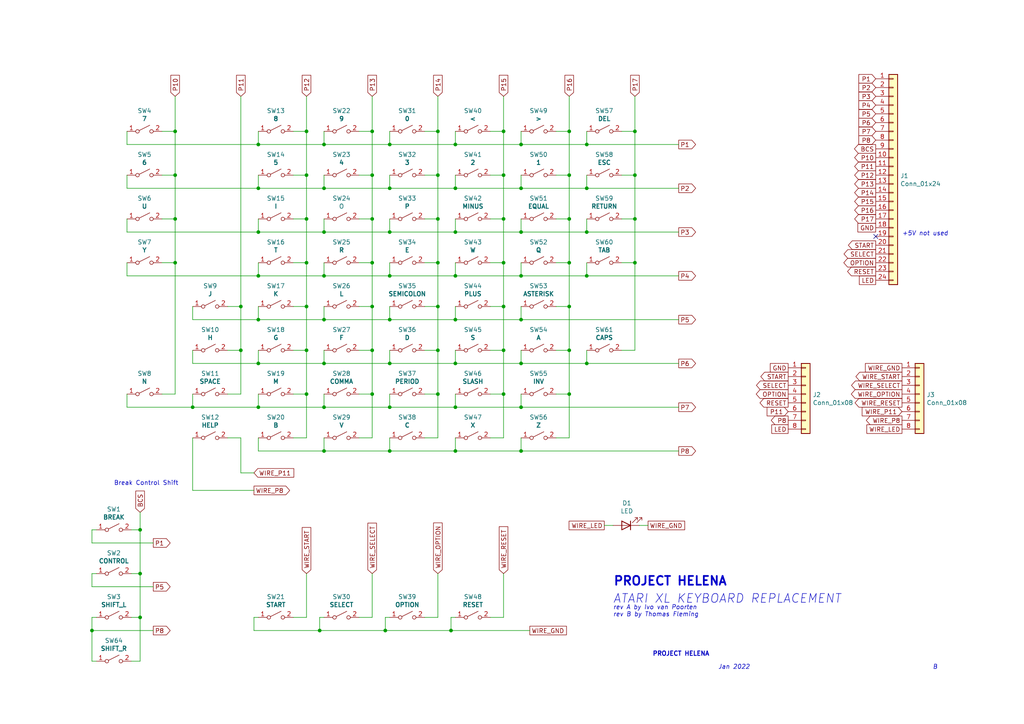
<source format=kicad_sch>
(kicad_sch (version 20211123) (generator eeschema)

  (uuid dabe541b-b164-4180-97a4-5ca761b86800)

  (paper "A4")

  (lib_symbols
    (symbol "Connector_Generic:Conn_01x08" (pin_names (offset 1.016) hide) (in_bom yes) (on_board yes)
      (property "Reference" "J" (id 0) (at 0 10.16 0)
        (effects (font (size 1.27 1.27)))
      )
      (property "Value" "Conn_01x08" (id 1) (at 0 -12.7 0)
        (effects (font (size 1.27 1.27)))
      )
      (property "Footprint" "" (id 2) (at 0 0 0)
        (effects (font (size 1.27 1.27)) hide)
      )
      (property "Datasheet" "~" (id 3) (at 0 0 0)
        (effects (font (size 1.27 1.27)) hide)
      )
      (property "ki_keywords" "connector" (id 4) (at 0 0 0)
        (effects (font (size 1.27 1.27)) hide)
      )
      (property "ki_description" "Generic connector, single row, 01x08, script generated (kicad-library-utils/schlib/autogen/connector/)" (id 5) (at 0 0 0)
        (effects (font (size 1.27 1.27)) hide)
      )
      (property "ki_fp_filters" "Connector*:*_1x??_*" (id 6) (at 0 0 0)
        (effects (font (size 1.27 1.27)) hide)
      )
      (symbol "Conn_01x08_1_1"
        (rectangle (start -1.27 -10.033) (end 0 -10.287)
          (stroke (width 0.1524) (type default) (color 0 0 0 0))
          (fill (type none))
        )
        (rectangle (start -1.27 -7.493) (end 0 -7.747)
          (stroke (width 0.1524) (type default) (color 0 0 0 0))
          (fill (type none))
        )
        (rectangle (start -1.27 -4.953) (end 0 -5.207)
          (stroke (width 0.1524) (type default) (color 0 0 0 0))
          (fill (type none))
        )
        (rectangle (start -1.27 -2.413) (end 0 -2.667)
          (stroke (width 0.1524) (type default) (color 0 0 0 0))
          (fill (type none))
        )
        (rectangle (start -1.27 0.127) (end 0 -0.127)
          (stroke (width 0.1524) (type default) (color 0 0 0 0))
          (fill (type none))
        )
        (rectangle (start -1.27 2.667) (end 0 2.413)
          (stroke (width 0.1524) (type default) (color 0 0 0 0))
          (fill (type none))
        )
        (rectangle (start -1.27 5.207) (end 0 4.953)
          (stroke (width 0.1524) (type default) (color 0 0 0 0))
          (fill (type none))
        )
        (rectangle (start -1.27 7.747) (end 0 7.493)
          (stroke (width 0.1524) (type default) (color 0 0 0 0))
          (fill (type none))
        )
        (rectangle (start -1.27 8.89) (end 1.27 -11.43)
          (stroke (width 0.254) (type default) (color 0 0 0 0))
          (fill (type background))
        )
        (pin passive line (at -5.08 7.62 0) (length 3.81)
          (name "Pin_1" (effects (font (size 1.27 1.27))))
          (number "1" (effects (font (size 1.27 1.27))))
        )
        (pin passive line (at -5.08 5.08 0) (length 3.81)
          (name "Pin_2" (effects (font (size 1.27 1.27))))
          (number "2" (effects (font (size 1.27 1.27))))
        )
        (pin passive line (at -5.08 2.54 0) (length 3.81)
          (name "Pin_3" (effects (font (size 1.27 1.27))))
          (number "3" (effects (font (size 1.27 1.27))))
        )
        (pin passive line (at -5.08 0 0) (length 3.81)
          (name "Pin_4" (effects (font (size 1.27 1.27))))
          (number "4" (effects (font (size 1.27 1.27))))
        )
        (pin passive line (at -5.08 -2.54 0) (length 3.81)
          (name "Pin_5" (effects (font (size 1.27 1.27))))
          (number "5" (effects (font (size 1.27 1.27))))
        )
        (pin passive line (at -5.08 -5.08 0) (length 3.81)
          (name "Pin_6" (effects (font (size 1.27 1.27))))
          (number "6" (effects (font (size 1.27 1.27))))
        )
        (pin passive line (at -5.08 -7.62 0) (length 3.81)
          (name "Pin_7" (effects (font (size 1.27 1.27))))
          (number "7" (effects (font (size 1.27 1.27))))
        )
        (pin passive line (at -5.08 -10.16 0) (length 3.81)
          (name "Pin_8" (effects (font (size 1.27 1.27))))
          (number "8" (effects (font (size 1.27 1.27))))
        )
      )
    )
    (symbol "Connector_Generic:Conn_01x24" (pin_names (offset 1.016) hide) (in_bom yes) (on_board yes)
      (property "Reference" "J" (id 0) (at 0 30.48 0)
        (effects (font (size 1.27 1.27)))
      )
      (property "Value" "Conn_01x24" (id 1) (at 0 -33.02 0)
        (effects (font (size 1.27 1.27)))
      )
      (property "Footprint" "" (id 2) (at 0 0 0)
        (effects (font (size 1.27 1.27)) hide)
      )
      (property "Datasheet" "~" (id 3) (at 0 0 0)
        (effects (font (size 1.27 1.27)) hide)
      )
      (property "ki_keywords" "connector" (id 4) (at 0 0 0)
        (effects (font (size 1.27 1.27)) hide)
      )
      (property "ki_description" "Generic connector, single row, 01x24, script generated (kicad-library-utils/schlib/autogen/connector/)" (id 5) (at 0 0 0)
        (effects (font (size 1.27 1.27)) hide)
      )
      (property "ki_fp_filters" "Connector*:*_1x??_*" (id 6) (at 0 0 0)
        (effects (font (size 1.27 1.27)) hide)
      )
      (symbol "Conn_01x24_1_1"
        (rectangle (start -1.27 -30.353) (end 0 -30.607)
          (stroke (width 0.1524) (type default) (color 0 0 0 0))
          (fill (type none))
        )
        (rectangle (start -1.27 -27.813) (end 0 -28.067)
          (stroke (width 0.1524) (type default) (color 0 0 0 0))
          (fill (type none))
        )
        (rectangle (start -1.27 -25.273) (end 0 -25.527)
          (stroke (width 0.1524) (type default) (color 0 0 0 0))
          (fill (type none))
        )
        (rectangle (start -1.27 -22.733) (end 0 -22.987)
          (stroke (width 0.1524) (type default) (color 0 0 0 0))
          (fill (type none))
        )
        (rectangle (start -1.27 -20.193) (end 0 -20.447)
          (stroke (width 0.1524) (type default) (color 0 0 0 0))
          (fill (type none))
        )
        (rectangle (start -1.27 -17.653) (end 0 -17.907)
          (stroke (width 0.1524) (type default) (color 0 0 0 0))
          (fill (type none))
        )
        (rectangle (start -1.27 -15.113) (end 0 -15.367)
          (stroke (width 0.1524) (type default) (color 0 0 0 0))
          (fill (type none))
        )
        (rectangle (start -1.27 -12.573) (end 0 -12.827)
          (stroke (width 0.1524) (type default) (color 0 0 0 0))
          (fill (type none))
        )
        (rectangle (start -1.27 -10.033) (end 0 -10.287)
          (stroke (width 0.1524) (type default) (color 0 0 0 0))
          (fill (type none))
        )
        (rectangle (start -1.27 -7.493) (end 0 -7.747)
          (stroke (width 0.1524) (type default) (color 0 0 0 0))
          (fill (type none))
        )
        (rectangle (start -1.27 -4.953) (end 0 -5.207)
          (stroke (width 0.1524) (type default) (color 0 0 0 0))
          (fill (type none))
        )
        (rectangle (start -1.27 -2.413) (end 0 -2.667)
          (stroke (width 0.1524) (type default) (color 0 0 0 0))
          (fill (type none))
        )
        (rectangle (start -1.27 0.127) (end 0 -0.127)
          (stroke (width 0.1524) (type default) (color 0 0 0 0))
          (fill (type none))
        )
        (rectangle (start -1.27 2.667) (end 0 2.413)
          (stroke (width 0.1524) (type default) (color 0 0 0 0))
          (fill (type none))
        )
        (rectangle (start -1.27 5.207) (end 0 4.953)
          (stroke (width 0.1524) (type default) (color 0 0 0 0))
          (fill (type none))
        )
        (rectangle (start -1.27 7.747) (end 0 7.493)
          (stroke (width 0.1524) (type default) (color 0 0 0 0))
          (fill (type none))
        )
        (rectangle (start -1.27 10.287) (end 0 10.033)
          (stroke (width 0.1524) (type default) (color 0 0 0 0))
          (fill (type none))
        )
        (rectangle (start -1.27 12.827) (end 0 12.573)
          (stroke (width 0.1524) (type default) (color 0 0 0 0))
          (fill (type none))
        )
        (rectangle (start -1.27 15.367) (end 0 15.113)
          (stroke (width 0.1524) (type default) (color 0 0 0 0))
          (fill (type none))
        )
        (rectangle (start -1.27 17.907) (end 0 17.653)
          (stroke (width 0.1524) (type default) (color 0 0 0 0))
          (fill (type none))
        )
        (rectangle (start -1.27 20.447) (end 0 20.193)
          (stroke (width 0.1524) (type default) (color 0 0 0 0))
          (fill (type none))
        )
        (rectangle (start -1.27 22.987) (end 0 22.733)
          (stroke (width 0.1524) (type default) (color 0 0 0 0))
          (fill (type none))
        )
        (rectangle (start -1.27 25.527) (end 0 25.273)
          (stroke (width 0.1524) (type default) (color 0 0 0 0))
          (fill (type none))
        )
        (rectangle (start -1.27 28.067) (end 0 27.813)
          (stroke (width 0.1524) (type default) (color 0 0 0 0))
          (fill (type none))
        )
        (rectangle (start -1.27 29.21) (end 1.27 -31.75)
          (stroke (width 0.254) (type default) (color 0 0 0 0))
          (fill (type background))
        )
        (pin passive line (at -5.08 27.94 0) (length 3.81)
          (name "Pin_1" (effects (font (size 1.27 1.27))))
          (number "1" (effects (font (size 1.27 1.27))))
        )
        (pin passive line (at -5.08 5.08 0) (length 3.81)
          (name "Pin_10" (effects (font (size 1.27 1.27))))
          (number "10" (effects (font (size 1.27 1.27))))
        )
        (pin passive line (at -5.08 2.54 0) (length 3.81)
          (name "Pin_11" (effects (font (size 1.27 1.27))))
          (number "11" (effects (font (size 1.27 1.27))))
        )
        (pin passive line (at -5.08 0 0) (length 3.81)
          (name "Pin_12" (effects (font (size 1.27 1.27))))
          (number "12" (effects (font (size 1.27 1.27))))
        )
        (pin passive line (at -5.08 -2.54 0) (length 3.81)
          (name "Pin_13" (effects (font (size 1.27 1.27))))
          (number "13" (effects (font (size 1.27 1.27))))
        )
        (pin passive line (at -5.08 -5.08 0) (length 3.81)
          (name "Pin_14" (effects (font (size 1.27 1.27))))
          (number "14" (effects (font (size 1.27 1.27))))
        )
        (pin passive line (at -5.08 -7.62 0) (length 3.81)
          (name "Pin_15" (effects (font (size 1.27 1.27))))
          (number "15" (effects (font (size 1.27 1.27))))
        )
        (pin passive line (at -5.08 -10.16 0) (length 3.81)
          (name "Pin_16" (effects (font (size 1.27 1.27))))
          (number "16" (effects (font (size 1.27 1.27))))
        )
        (pin passive line (at -5.08 -12.7 0) (length 3.81)
          (name "Pin_17" (effects (font (size 1.27 1.27))))
          (number "17" (effects (font (size 1.27 1.27))))
        )
        (pin passive line (at -5.08 -15.24 0) (length 3.81)
          (name "Pin_18" (effects (font (size 1.27 1.27))))
          (number "18" (effects (font (size 1.27 1.27))))
        )
        (pin passive line (at -5.08 -17.78 0) (length 3.81)
          (name "Pin_19" (effects (font (size 1.27 1.27))))
          (number "19" (effects (font (size 1.27 1.27))))
        )
        (pin passive line (at -5.08 25.4 0) (length 3.81)
          (name "Pin_2" (effects (font (size 1.27 1.27))))
          (number "2" (effects (font (size 1.27 1.27))))
        )
        (pin passive line (at -5.08 -20.32 0) (length 3.81)
          (name "Pin_20" (effects (font (size 1.27 1.27))))
          (number "20" (effects (font (size 1.27 1.27))))
        )
        (pin passive line (at -5.08 -22.86 0) (length 3.81)
          (name "Pin_21" (effects (font (size 1.27 1.27))))
          (number "21" (effects (font (size 1.27 1.27))))
        )
        (pin passive line (at -5.08 -25.4 0) (length 3.81)
          (name "Pin_22" (effects (font (size 1.27 1.27))))
          (number "22" (effects (font (size 1.27 1.27))))
        )
        (pin passive line (at -5.08 -27.94 0) (length 3.81)
          (name "Pin_23" (effects (font (size 1.27 1.27))))
          (number "23" (effects (font (size 1.27 1.27))))
        )
        (pin passive line (at -5.08 -30.48 0) (length 3.81)
          (name "Pin_24" (effects (font (size 1.27 1.27))))
          (number "24" (effects (font (size 1.27 1.27))))
        )
        (pin passive line (at -5.08 22.86 0) (length 3.81)
          (name "Pin_3" (effects (font (size 1.27 1.27))))
          (number "3" (effects (font (size 1.27 1.27))))
        )
        (pin passive line (at -5.08 20.32 0) (length 3.81)
          (name "Pin_4" (effects (font (size 1.27 1.27))))
          (number "4" (effects (font (size 1.27 1.27))))
        )
        (pin passive line (at -5.08 17.78 0) (length 3.81)
          (name "Pin_5" (effects (font (size 1.27 1.27))))
          (number "5" (effects (font (size 1.27 1.27))))
        )
        (pin passive line (at -5.08 15.24 0) (length 3.81)
          (name "Pin_6" (effects (font (size 1.27 1.27))))
          (number "6" (effects (font (size 1.27 1.27))))
        )
        (pin passive line (at -5.08 12.7 0) (length 3.81)
          (name "Pin_7" (effects (font (size 1.27 1.27))))
          (number "7" (effects (font (size 1.27 1.27))))
        )
        (pin passive line (at -5.08 10.16 0) (length 3.81)
          (name "Pin_8" (effects (font (size 1.27 1.27))))
          (number "8" (effects (font (size 1.27 1.27))))
        )
        (pin passive line (at -5.08 7.62 0) (length 3.81)
          (name "Pin_9" (effects (font (size 1.27 1.27))))
          (number "9" (effects (font (size 1.27 1.27))))
        )
      )
    )
    (symbol "Device:LED" (pin_numbers hide) (pin_names (offset 1.016) hide) (in_bom yes) (on_board yes)
      (property "Reference" "D" (id 0) (at 0 2.54 0)
        (effects (font (size 1.27 1.27)))
      )
      (property "Value" "LED" (id 1) (at 0 -2.54 0)
        (effects (font (size 1.27 1.27)))
      )
      (property "Footprint" "" (id 2) (at 0 0 0)
        (effects (font (size 1.27 1.27)) hide)
      )
      (property "Datasheet" "~" (id 3) (at 0 0 0)
        (effects (font (size 1.27 1.27)) hide)
      )
      (property "ki_keywords" "LED diode" (id 4) (at 0 0 0)
        (effects (font (size 1.27 1.27)) hide)
      )
      (property "ki_description" "Light emitting diode" (id 5) (at 0 0 0)
        (effects (font (size 1.27 1.27)) hide)
      )
      (property "ki_fp_filters" "LED* LED_SMD:* LED_THT:*" (id 6) (at 0 0 0)
        (effects (font (size 1.27 1.27)) hide)
      )
      (symbol "LED_0_1"
        (polyline
          (pts
            (xy -1.27 -1.27)
            (xy -1.27 1.27)
          )
          (stroke (width 0.254) (type default) (color 0 0 0 0))
          (fill (type none))
        )
        (polyline
          (pts
            (xy -1.27 0)
            (xy 1.27 0)
          )
          (stroke (width 0) (type default) (color 0 0 0 0))
          (fill (type none))
        )
        (polyline
          (pts
            (xy 1.27 -1.27)
            (xy 1.27 1.27)
            (xy -1.27 0)
            (xy 1.27 -1.27)
          )
          (stroke (width 0.254) (type default) (color 0 0 0 0))
          (fill (type none))
        )
        (polyline
          (pts
            (xy -3.048 -0.762)
            (xy -4.572 -2.286)
            (xy -3.81 -2.286)
            (xy -4.572 -2.286)
            (xy -4.572 -1.524)
          )
          (stroke (width 0) (type default) (color 0 0 0 0))
          (fill (type none))
        )
        (polyline
          (pts
            (xy -1.778 -0.762)
            (xy -3.302 -2.286)
            (xy -2.54 -2.286)
            (xy -3.302 -2.286)
            (xy -3.302 -1.524)
          )
          (stroke (width 0) (type default) (color 0 0 0 0))
          (fill (type none))
        )
      )
      (symbol "LED_1_1"
        (pin passive line (at -3.81 0 0) (length 2.54)
          (name "K" (effects (font (size 1.27 1.27))))
          (number "1" (effects (font (size 1.27 1.27))))
        )
        (pin passive line (at 3.81 0 180) (length 2.54)
          (name "A" (effects (font (size 1.27 1.27))))
          (number "2" (effects (font (size 1.27 1.27))))
        )
      )
    )
    (symbol "Switch:SW_SPST" (pin_names (offset 0) hide) (in_bom yes) (on_board yes)
      (property "Reference" "SW" (id 0) (at 0 3.175 0)
        (effects (font (size 1.27 1.27)))
      )
      (property "Value" "SW_SPST" (id 1) (at 0 -2.54 0)
        (effects (font (size 1.27 1.27)))
      )
      (property "Footprint" "" (id 2) (at 0 0 0)
        (effects (font (size 1.27 1.27)) hide)
      )
      (property "Datasheet" "~" (id 3) (at 0 0 0)
        (effects (font (size 1.27 1.27)) hide)
      )
      (property "ki_keywords" "switch lever" (id 4) (at 0 0 0)
        (effects (font (size 1.27 1.27)) hide)
      )
      (property "ki_description" "Single Pole Single Throw (SPST) switch" (id 5) (at 0 0 0)
        (effects (font (size 1.27 1.27)) hide)
      )
      (symbol "SW_SPST_0_0"
        (circle (center -2.032 0) (radius 0.508)
          (stroke (width 0) (type default) (color 0 0 0 0))
          (fill (type none))
        )
        (polyline
          (pts
            (xy -1.524 0.254)
            (xy 1.524 1.778)
          )
          (stroke (width 0) (type default) (color 0 0 0 0))
          (fill (type none))
        )
        (circle (center 2.032 0) (radius 0.508)
          (stroke (width 0) (type default) (color 0 0 0 0))
          (fill (type none))
        )
      )
      (symbol "SW_SPST_1_1"
        (pin passive line (at -5.08 0 0) (length 2.54)
          (name "A" (effects (font (size 1.27 1.27))))
          (number "1" (effects (font (size 1.27 1.27))))
        )
        (pin passive line (at 5.08 0 180) (length 2.54)
          (name "B" (effects (font (size 1.27 1.27))))
          (number "2" (effects (font (size 1.27 1.27))))
        )
      )
    )
  )

  (junction (at 69.85 88.9) (diameter 0) (color 0 0 0 0)
    (uuid 009b5465-0a65-4237-93e7-eb65321eeb18)
  )
  (junction (at 151.13 105.41) (diameter 0) (color 0 0 0 0)
    (uuid 071522c0-d0ed-49b9-906e-6295f67fb0dc)
  )
  (junction (at 127 50.8) (diameter 0) (color 0 0 0 0)
    (uuid 076046ab-4b56-4060-b8d9-0d80806d0277)
  )
  (junction (at 146.05 114.3) (diameter 0) (color 0 0 0 0)
    (uuid 07d160b6-23e1-4aa0-95cb-440482e6fc15)
  )
  (junction (at 127 114.3) (diameter 0) (color 0 0 0 0)
    (uuid 0a1a4d88-972a-46ce-b25e-6cb796bd41f7)
  )
  (junction (at 151.13 54.61) (diameter 0) (color 0 0 0 0)
    (uuid 0cc45b5b-96b3-4284-9cae-a3a9e324a916)
  )
  (junction (at 74.93 80.01) (diameter 0) (color 0 0 0 0)
    (uuid 0ce8d3ab-2662-4158-8a2a-18b782908fc5)
  )
  (junction (at 170.18 105.41) (diameter 0) (color 0 0 0 0)
    (uuid 0f31f11f-c374-4640-b9a4-07bbdba8d354)
  )
  (junction (at 151.13 41.91) (diameter 0) (color 0 0 0 0)
    (uuid 0f324b67-75ef-407f-8dbc-3c1fc5c2abba)
  )
  (junction (at 132.08 41.91) (diameter 0) (color 0 0 0 0)
    (uuid 0fdc6f30-77bc-4e9b-8665-c8aa9acf5bf9)
  )
  (junction (at 107.95 38.1) (diameter 0) (color 0 0 0 0)
    (uuid 16121028-bdf5-49c0-aae7-e28fe5bfa771)
  )
  (junction (at 165.1 76.2) (diameter 0) (color 0 0 0 0)
    (uuid 180245d9-4a3f-4d1b-adcc-b4eafac722e0)
  )
  (junction (at 170.18 67.31) (diameter 0) (color 0 0 0 0)
    (uuid 19b0959e-a79b-43b2-a5ad-525ced7e9131)
  )
  (junction (at 93.98 92.71) (diameter 0) (color 0 0 0 0)
    (uuid 262f1ea9-0133-4b43-be36-456207ea857c)
  )
  (junction (at 165.1 101.6) (diameter 0) (color 0 0 0 0)
    (uuid 29bb7297-26fb-4776-9266-2355d022bab0)
  )
  (junction (at 74.93 54.61) (diameter 0) (color 0 0 0 0)
    (uuid 29e058a7-50a3-43e5-81c3-bfee53da08be)
  )
  (junction (at 151.13 118.11) (diameter 0) (color 0 0 0 0)
    (uuid 2d697cf0-e02e-4ed1-a048-a704dab0ee43)
  )
  (junction (at 113.03 67.31) (diameter 0) (color 0 0 0 0)
    (uuid 2dc54bac-8640-4dd7-b8ed-3c7acb01a8ea)
  )
  (junction (at 184.15 76.2) (diameter 0) (color 0 0 0 0)
    (uuid 30317bf0-88bb-49e7-bf8b-9f3883982225)
  )
  (junction (at 74.93 118.11) (diameter 0) (color 0 0 0 0)
    (uuid 309b3bff-19c8-41ec-a84d-63399c649f46)
  )
  (junction (at 146.05 38.1) (diameter 0) (color 0 0 0 0)
    (uuid 3326423d-8df7-4a7e-a354-349430b8fbd7)
  )
  (junction (at 74.93 67.31) (diameter 0) (color 0 0 0 0)
    (uuid 382ca670-6ae8-4de6-90f9-f241d1337171)
  )
  (junction (at 50.8 38.1) (diameter 0) (color 0 0 0 0)
    (uuid 399fc36a-ed5d-44b5-82f7-c6f83d9acc14)
  )
  (junction (at 40.64 153.67) (diameter 0) (color 0 0 0 0)
    (uuid 3b686d17-1000-4762-ba31-589d599a3edf)
  )
  (junction (at 88.9 63.5) (diameter 0) (color 0 0 0 0)
    (uuid 3f43d730-2a73-49fe-9672-32428e7f5b49)
  )
  (junction (at 184.15 38.1) (diameter 0) (color 0 0 0 0)
    (uuid 4185c36c-c66e-4dbd-be5d-841e551f4885)
  )
  (junction (at 127 63.5) (diameter 0) (color 0 0 0 0)
    (uuid 43707e99-bdd7-4b02-9974-540ed6c2b0aa)
  )
  (junction (at 93.98 130.81) (diameter 0) (color 0 0 0 0)
    (uuid 4632212f-13ce-4392-bc68-ccb9ba333770)
  )
  (junction (at 107.95 88.9) (diameter 0) (color 0 0 0 0)
    (uuid 479331ff-c540-41f4-84e6-b48d65171e59)
  )
  (junction (at 88.9 88.9) (diameter 0) (color 0 0 0 0)
    (uuid 4ba06b66-7669-4c70-b585-f5d4c9c33527)
  )
  (junction (at 146.05 101.6) (diameter 0) (color 0 0 0 0)
    (uuid 4c843bdb-6c9e-40dd-85e2-0567846e18ba)
  )
  (junction (at 107.95 101.6) (diameter 0) (color 0 0 0 0)
    (uuid 4d586a18-26c5-441e-a9ff-8125ee516126)
  )
  (junction (at 113.03 118.11) (diameter 0) (color 0 0 0 0)
    (uuid 5487601b-81d3-4c70-8f3d-cf9df9c63302)
  )
  (junction (at 93.98 105.41) (diameter 0) (color 0 0 0 0)
    (uuid 576c6616-e95d-4f1e-8ead-dea30fcdc8c2)
  )
  (junction (at 132.08 118.11) (diameter 0) (color 0 0 0 0)
    (uuid 592f25e6-a01b-47fd-8172-3da01117d00a)
  )
  (junction (at 113.03 105.41) (diameter 0) (color 0 0 0 0)
    (uuid 597a11f2-5d2c-4a65-ac95-38ad106e1367)
  )
  (junction (at 111.76 182.88) (diameter 0) (color 0 0 0 0)
    (uuid 5a222fb6-5159-4931-9015-19df65643140)
  )
  (junction (at 113.03 130.81) (diameter 0) (color 0 0 0 0)
    (uuid 5edcefbe-9766-42c8-9529-28d0ec865573)
  )
  (junction (at 151.13 130.81) (diameter 0) (color 0 0 0 0)
    (uuid 658dad07-97fd-466c-8b49-21892ac96ea4)
  )
  (junction (at 50.8 76.2) (diameter 0) (color 0 0 0 0)
    (uuid 699feae1-8cdd-4d2b-947f-f24849c73cdb)
  )
  (junction (at 132.08 80.01) (diameter 0) (color 0 0 0 0)
    (uuid 6d1d60ff-408a-47a7-892f-c5cf9ef6ca75)
  )
  (junction (at 40.64 179.07) (diameter 0) (color 0 0 0 0)
    (uuid 6f580eb1-88cc-489d-a7ca-9efa5e590715)
  )
  (junction (at 50.8 50.8) (diameter 0) (color 0 0 0 0)
    (uuid 70e4263f-d95a-4431-b3f3-cfc800c82056)
  )
  (junction (at 146.05 63.5) (diameter 0) (color 0 0 0 0)
    (uuid 71c6e723-673c-45a9-a0e4-9742220c52a3)
  )
  (junction (at 88.9 114.3) (diameter 0) (color 0 0 0 0)
    (uuid 71f92193-19b0-44ed-bc7f-77535083d769)
  )
  (junction (at 127 76.2) (diameter 0) (color 0 0 0 0)
    (uuid 79770cd5-32d7-429a-8248-0d9e6212231a)
  )
  (junction (at 132.08 67.31) (diameter 0) (color 0 0 0 0)
    (uuid 7afa54c4-2181-41d3-81f7-39efc497ecae)
  )
  (junction (at 146.05 76.2) (diameter 0) (color 0 0 0 0)
    (uuid 7bfba61b-6752-4a45-9ee6-5984dcb15041)
  )
  (junction (at 55.88 118.11) (diameter 0) (color 0 0 0 0)
    (uuid 7e0a03ae-d054-4f76-a131-5c09b8dc1636)
  )
  (junction (at 132.08 54.61) (diameter 0) (color 0 0 0 0)
    (uuid 8195a7cf-4576-44dd-9e0e-ee048fdb93dd)
  )
  (junction (at 165.1 63.5) (diameter 0) (color 0 0 0 0)
    (uuid 88610282-a92d-4c3d-917a-ea95d59e0759)
  )
  (junction (at 26.67 182.88) (diameter 0) (color 0 0 0 0)
    (uuid 89a8e170-a222-41c0-b545-c9f4c5604011)
  )
  (junction (at 170.18 54.61) (diameter 0) (color 0 0 0 0)
    (uuid 8c1605f9-6c91-4701-96bf-e753661d5e23)
  )
  (junction (at 74.93 41.91) (diameter 0) (color 0 0 0 0)
    (uuid 8d0c1d66-35ef-4a53-a28f-436a11b54f42)
  )
  (junction (at 146.05 50.8) (diameter 0) (color 0 0 0 0)
    (uuid 8de2d84c-ff45-4d4f-bc49-c166f6ae6b91)
  )
  (junction (at 69.85 101.6) (diameter 0) (color 0 0 0 0)
    (uuid 8fcec304-c6b1-4655-8326-beacd0476953)
  )
  (junction (at 93.98 67.31) (diameter 0) (color 0 0 0 0)
    (uuid 91c1eb0a-67ae-4ef0-95ce-d060a03a7313)
  )
  (junction (at 93.98 118.11) (diameter 0) (color 0 0 0 0)
    (uuid 935f462d-8b1e-4005-9f1e-17f537ab1756)
  )
  (junction (at 130.81 182.88) (diameter 0) (color 0 0 0 0)
    (uuid 9390234f-bf3f-46cd-b6a0-8a438ec76e9f)
  )
  (junction (at 107.95 76.2) (diameter 0) (color 0 0 0 0)
    (uuid 997c2f12-73ba-4c01-9ee0-42e37cbab790)
  )
  (junction (at 127 101.6) (diameter 0) (color 0 0 0 0)
    (uuid 9a2d648d-863a-4b7b-80f9-d537185c212b)
  )
  (junction (at 88.9 38.1) (diameter 0) (color 0 0 0 0)
    (uuid 9aedbb9e-8340-4899-b813-05b23382a36b)
  )
  (junction (at 40.64 166.37) (diameter 0) (color 0 0 0 0)
    (uuid 9b6bb172-1ac4-440a-ac75-c1917d9d59c7)
  )
  (junction (at 151.13 92.71) (diameter 0) (color 0 0 0 0)
    (uuid 9cbf35b8-f4d3-42a3-bb16-04ffd03fd8fd)
  )
  (junction (at 165.1 50.8) (diameter 0) (color 0 0 0 0)
    (uuid 9dcdc92b-2219-4a4a-8954-45f02cc3ab25)
  )
  (junction (at 93.98 80.01) (diameter 0) (color 0 0 0 0)
    (uuid a24ddb4f-c217-42ca-b6cb-d12da84fb2b9)
  )
  (junction (at 132.08 130.81) (diameter 0) (color 0 0 0 0)
    (uuid a4f86a46-3bc8-4daa-9125-a63f297eb114)
  )
  (junction (at 151.13 80.01) (diameter 0) (color 0 0 0 0)
    (uuid a53767ed-bb28-4f90-abe0-e0ea734812a4)
  )
  (junction (at 165.1 114.3) (diameter 0) (color 0 0 0 0)
    (uuid a6738794-75ae-48a6-8949-ed8717400d71)
  )
  (junction (at 107.95 114.3) (diameter 0) (color 0 0 0 0)
    (uuid a8219a78-6b33-4efa-a789-6a67ce8f7a50)
  )
  (junction (at 107.95 63.5) (diameter 0) (color 0 0 0 0)
    (uuid ae77c3c8-1144-468e-ad5b-a0b4090735bd)
  )
  (junction (at 93.98 54.61) (diameter 0) (color 0 0 0 0)
    (uuid b4300db7-1220-431a-b7c3-2edbdf8fa6fc)
  )
  (junction (at 170.18 41.91) (diameter 0) (color 0 0 0 0)
    (uuid b5071759-a4d7-4769-be02-251f23cd4454)
  )
  (junction (at 151.13 67.31) (diameter 0) (color 0 0 0 0)
    (uuid b7867831-ef82-4f33-a926-59e5c1c09b91)
  )
  (junction (at 92.71 182.88) (diameter 0) (color 0 0 0 0)
    (uuid b7bf6e08-7978-4190-aff5-c90d967f0f9c)
  )
  (junction (at 113.03 41.91) (diameter 0) (color 0 0 0 0)
    (uuid c04386e0-b49e-4fff-b380-675af13a62cb)
  )
  (junction (at 184.15 50.8) (diameter 0) (color 0 0 0 0)
    (uuid c088f712-1abe-4cac-9a8b-d564931395aa)
  )
  (junction (at 113.03 92.71) (diameter 0) (color 0 0 0 0)
    (uuid c24d6ac8-802d-4df3-a210-9cb1f693e865)
  )
  (junction (at 127 38.1) (diameter 0) (color 0 0 0 0)
    (uuid c514e30c-e48e-4ca5-ab44-8b3afedef1f2)
  )
  (junction (at 165.1 38.1) (diameter 0) (color 0 0 0 0)
    (uuid c8b6b273-3d20-4a46-8069-f6d608563604)
  )
  (junction (at 88.9 101.6) (diameter 0) (color 0 0 0 0)
    (uuid c8b92953-cd23-44e6-85ce-083fb8c3f20f)
  )
  (junction (at 88.9 76.2) (diameter 0) (color 0 0 0 0)
    (uuid c8fd9dd3-06ad-4146-9239-0065013959ef)
  )
  (junction (at 107.95 50.8) (diameter 0) (color 0 0 0 0)
    (uuid ce72ea62-9343-4a4f-81bf-8ac601f5d005)
  )
  (junction (at 74.93 92.71) (diameter 0) (color 0 0 0 0)
    (uuid cff34251-839c-4da9-a0ad-85d0fc4e32af)
  )
  (junction (at 132.08 105.41) (diameter 0) (color 0 0 0 0)
    (uuid d39d813e-3e64-490c-ba5c-a64bb5ad6bd0)
  )
  (junction (at 184.15 63.5) (diameter 0) (color 0 0 0 0)
    (uuid d3d57924-54a6-421d-a3a0-a044fc909e88)
  )
  (junction (at 165.1 88.9) (diameter 0) (color 0 0 0 0)
    (uuid d4db7f11-8cfe-40d2-b021-b36f05241701)
  )
  (junction (at 113.03 80.01) (diameter 0) (color 0 0 0 0)
    (uuid dc2801a1-d539-4721-b31f-fe196b9f13df)
  )
  (junction (at 170.18 80.01) (diameter 0) (color 0 0 0 0)
    (uuid e502d1d5-04b0-4d4b-b5c3-8c52d09668e7)
  )
  (junction (at 93.98 41.91) (diameter 0) (color 0 0 0 0)
    (uuid e5203297-b913-4288-a576-12a92185cb52)
  )
  (junction (at 127 88.9) (diameter 0) (color 0 0 0 0)
    (uuid e5b328f6-dc69-4905-ae98-2dc3200a51d6)
  )
  (junction (at 146.05 88.9) (diameter 0) (color 0 0 0 0)
    (uuid ebca7c5e-ae52-43e5-ac6c-69a96a9a5b24)
  )
  (junction (at 74.93 105.41) (diameter 0) (color 0 0 0 0)
    (uuid ebd06df3-d52b-4cff-99a2-a771df6d3733)
  )
  (junction (at 132.08 92.71) (diameter 0) (color 0 0 0 0)
    (uuid eee16674-2d21-45b6-ab5e-d669125df26c)
  )
  (junction (at 113.03 54.61) (diameter 0) (color 0 0 0 0)
    (uuid f7667b23-296e-4362-a7e3-949632c8954b)
  )
  (junction (at 50.8 63.5) (diameter 0) (color 0 0 0 0)
    (uuid f9c81c26-f253-4227-a69f-53e64841cfbe)
  )
  (junction (at 88.9 50.8) (diameter 0) (color 0 0 0 0)
    (uuid fea7c5d1-76d6-41a0-b5e3-29889dbb8ce0)
  )

  (no_connect (at 254 68.58) (uuid f3044f68-903d-4063-b253-30d8e3a83eae))

  (wire (pts (xy 93.98 67.31) (xy 113.03 67.31))
    (stroke (width 0) (type default) (color 0 0 0 0))
    (uuid 009a4fb4-fcc0-4623-ae5d-c1bae3219583)
  )
  (wire (pts (xy 46.99 50.8) (xy 50.8 50.8))
    (stroke (width 0) (type default) (color 0 0 0 0))
    (uuid 00e38d63-5436-49db-81f5-697421f168fc)
  )
  (wire (pts (xy 66.04 88.9) (xy 69.85 88.9))
    (stroke (width 0) (type default) (color 0 0 0 0))
    (uuid 00f3ea8b-8a54-4e56-84ff-d98f6c00496c)
  )
  (wire (pts (xy 93.98 118.11) (xy 113.03 118.11))
    (stroke (width 0) (type default) (color 0 0 0 0))
    (uuid 0325ec43-0390-4ae2-b055-b1ec6ce17b1c)
  )
  (wire (pts (xy 113.03 41.91) (xy 113.03 38.1))
    (stroke (width 0) (type default) (color 0 0 0 0))
    (uuid 03c7f780-fc1b-487a-b30d-567d6c09fdc8)
  )
  (wire (pts (xy 85.09 101.6) (xy 88.9 101.6))
    (stroke (width 0) (type default) (color 0 0 0 0))
    (uuid 0520f61d-4522-4301-a3fa-8ed0bf060f69)
  )
  (wire (pts (xy 93.98 118.11) (xy 93.98 114.3))
    (stroke (width 0) (type default) (color 0 0 0 0))
    (uuid 057af6bb-cf6f-4bfb-b0c0-2e92a2c09a47)
  )
  (wire (pts (xy 113.03 80.01) (xy 113.03 76.2))
    (stroke (width 0) (type default) (color 0 0 0 0))
    (uuid 065b9982-55f2-4822-977e-07e8a06e7b35)
  )
  (wire (pts (xy 132.08 41.91) (xy 151.13 41.91))
    (stroke (width 0) (type default) (color 0 0 0 0))
    (uuid 0ae82096-0994-4fb0-9a2a-d4ac4804abac)
  )
  (wire (pts (xy 74.93 67.31) (xy 93.98 67.31))
    (stroke (width 0) (type default) (color 0 0 0 0))
    (uuid 0e8f7fc0-2ef2-4b90-9c15-8a3a601ee459)
  )
  (wire (pts (xy 180.34 50.8) (xy 184.15 50.8))
    (stroke (width 0) (type default) (color 0 0 0 0))
    (uuid 0fd35a3e-b394-4aae-875a-fac843f9cbb7)
  )
  (wire (pts (xy 170.18 67.31) (xy 196.85 67.31))
    (stroke (width 0) (type default) (color 0 0 0 0))
    (uuid 109caac1-5036-4f23-9a66-f569d871501b)
  )
  (wire (pts (xy 127 50.8) (xy 127 63.5))
    (stroke (width 0) (type default) (color 0 0 0 0))
    (uuid 1171ce37-6ad7-4662-bb68-5592c945ebf3)
  )
  (wire (pts (xy 104.14 76.2) (xy 107.95 76.2))
    (stroke (width 0) (type default) (color 0 0 0 0))
    (uuid 1199146e-a60b-416a-b503-e77d6d2892f9)
  )
  (wire (pts (xy 85.09 179.07) (xy 88.9 179.07))
    (stroke (width 0) (type default) (color 0 0 0 0))
    (uuid 1241b7f2-e266-4f5c-8a97-9f0f9d0eef37)
  )
  (wire (pts (xy 88.9 114.3) (xy 88.9 127))
    (stroke (width 0) (type default) (color 0 0 0 0))
    (uuid 143ed874-a01f-4ced-ba4e-bbb66ddd1f70)
  )
  (wire (pts (xy 46.99 38.1) (xy 50.8 38.1))
    (stroke (width 0) (type default) (color 0 0 0 0))
    (uuid 155b0b7c-70b4-4a26-a550-bac13cab0aa4)
  )
  (wire (pts (xy 36.83 118.11) (xy 55.88 118.11))
    (stroke (width 0) (type default) (color 0 0 0 0))
    (uuid 15fe8f3d-6077-4e0e-81d0-8ec3f4538981)
  )
  (wire (pts (xy 93.98 130.81) (xy 93.98 127))
    (stroke (width 0) (type default) (color 0 0 0 0))
    (uuid 173f6f06-e7d0-42ac-ab03-ce6b79b9eeee)
  )
  (wire (pts (xy 170.18 105.41) (xy 170.18 101.6))
    (stroke (width 0) (type default) (color 0 0 0 0))
    (uuid 18b7e157-ae67-48ad-bd7c-9fef6fe45b22)
  )
  (wire (pts (xy 26.67 179.07) (xy 26.67 182.88))
    (stroke (width 0) (type default) (color 0 0 0 0))
    (uuid 18c61c95-8af1-4986-b67e-c7af9c15ab6b)
  )
  (wire (pts (xy 177.8 152.4) (xy 175.26 152.4))
    (stroke (width 0) (type default) (color 0 0 0 0))
    (uuid 18ca5aef-6a2c-41ac-9e7f-bf7acb716e53)
  )
  (wire (pts (xy 127 38.1) (xy 127 50.8))
    (stroke (width 0) (type default) (color 0 0 0 0))
    (uuid 196a8dd5-5fd6-4c7f-ae4a-0104bd82e61b)
  )
  (wire (pts (xy 151.13 41.91) (xy 170.18 41.91))
    (stroke (width 0) (type default) (color 0 0 0 0))
    (uuid 1c68b844-c861-46b7-b734-0242168a4220)
  )
  (wire (pts (xy 142.24 114.3) (xy 146.05 114.3))
    (stroke (width 0) (type default) (color 0 0 0 0))
    (uuid 1e48966e-d29d-4521-8939-ec8ac570431d)
  )
  (wire (pts (xy 93.98 41.91) (xy 113.03 41.91))
    (stroke (width 0) (type default) (color 0 0 0 0))
    (uuid 1f8b2c0c-b042-4e2e-80f6-4959a27b238f)
  )
  (wire (pts (xy 127 88.9) (xy 127 101.6))
    (stroke (width 0) (type default) (color 0 0 0 0))
    (uuid 1f9ae101-c652-4998-a503-17aedf3d5746)
  )
  (wire (pts (xy 142.24 76.2) (xy 146.05 76.2))
    (stroke (width 0) (type default) (color 0 0 0 0))
    (uuid 1fbb0219-551e-409b-a61b-76e8cebdfb9d)
  )
  (wire (pts (xy 55.88 118.11) (xy 55.88 114.3))
    (stroke (width 0) (type default) (color 0 0 0 0))
    (uuid 20c315f4-1e4f-49aa-8d61-778a7389df7e)
  )
  (wire (pts (xy 113.03 118.11) (xy 113.03 114.3))
    (stroke (width 0) (type default) (color 0 0 0 0))
    (uuid 20cca02e-4c4d-4961-b6b4-b40a1731b220)
  )
  (wire (pts (xy 69.85 88.9) (xy 69.85 27.94))
    (stroke (width 0) (type default) (color 0 0 0 0))
    (uuid 221bef83-3ea7-4d3f-adeb-53a8a07c6273)
  )
  (wire (pts (xy 127 27.94) (xy 127 38.1))
    (stroke (width 0) (type default) (color 0 0 0 0))
    (uuid 224768bc-6009-43ba-aa4a-70cbaa15b5a3)
  )
  (wire (pts (xy 132.08 130.81) (xy 113.03 130.81))
    (stroke (width 0) (type default) (color 0 0 0 0))
    (uuid 22999e73-da32-43a5-9163-4b3a41614f25)
  )
  (wire (pts (xy 151.13 118.11) (xy 196.85 118.11))
    (stroke (width 0) (type default) (color 0 0 0 0))
    (uuid 240c10af-51b5-420e-a6f4-a2c8f5db1db5)
  )
  (wire (pts (xy 107.95 63.5) (xy 107.95 76.2))
    (stroke (width 0) (type default) (color 0 0 0 0))
    (uuid 2454fd1b-3484-4838-8b7e-d26357238fe1)
  )
  (wire (pts (xy 165.1 101.6) (xy 165.1 114.3))
    (stroke (width 0) (type default) (color 0 0 0 0))
    (uuid 24b72b0d-63b8-4e06-89d0-e94dcf39a600)
  )
  (wire (pts (xy 93.98 80.01) (xy 93.98 76.2))
    (stroke (width 0) (type default) (color 0 0 0 0))
    (uuid 25e5aa8e-2696-44a3-8d3c-c2c53f2923cf)
  )
  (wire (pts (xy 74.93 41.91) (xy 74.93 38.1))
    (stroke (width 0) (type default) (color 0 0 0 0))
    (uuid 27d56953-c620-4d5b-9c1c-e48bc3d9684a)
  )
  (wire (pts (xy 151.13 105.41) (xy 132.08 105.41))
    (stroke (width 0) (type default) (color 0 0 0 0))
    (uuid 2846428d-39de-4eae-8ce2-64955d56c493)
  )
  (wire (pts (xy 85.09 127) (xy 88.9 127))
    (stroke (width 0) (type default) (color 0 0 0 0))
    (uuid 2891767f-251c-48c4-91c0-deb1b368f45c)
  )
  (wire (pts (xy 161.29 63.5) (xy 165.1 63.5))
    (stroke (width 0) (type default) (color 0 0 0 0))
    (uuid 28e37b45-f843-47c2-85c9-ca19f5430ece)
  )
  (wire (pts (xy 74.93 80.01) (xy 36.83 80.01))
    (stroke (width 0) (type default) (color 0 0 0 0))
    (uuid 29195ea4-8218-44a1-b4bf-466bee0082e4)
  )
  (wire (pts (xy 123.19 179.07) (xy 127 179.07))
    (stroke (width 0) (type default) (color 0 0 0 0))
    (uuid 2b5a9ad3-7ec4-447d-916c-47adf5f9674f)
  )
  (wire (pts (xy 74.93 130.81) (xy 74.93 127))
    (stroke (width 0) (type default) (color 0 0 0 0))
    (uuid 2e842263-c0ba-46fd-a760-6624d4c78278)
  )
  (wire (pts (xy 170.18 54.61) (xy 170.18 50.8))
    (stroke (width 0) (type default) (color 0 0 0 0))
    (uuid 31540a7e-dc9e-4e4d-96b1-dab15efa5f4b)
  )
  (wire (pts (xy 36.83 54.61) (xy 74.93 54.61))
    (stroke (width 0) (type default) (color 0 0 0 0))
    (uuid 35a9f71f-ba35-47f6-814e-4106ac36c51e)
  )
  (wire (pts (xy 73.66 179.07) (xy 73.66 182.88))
    (stroke (width 0) (type default) (color 0 0 0 0))
    (uuid 35ef9c4a-35f6-467b-a704-b1d9354880cf)
  )
  (wire (pts (xy 123.19 114.3) (xy 127 114.3))
    (stroke (width 0) (type default) (color 0 0 0 0))
    (uuid 36d783e7-096f-4c97-9672-7e08c083b87b)
  )
  (wire (pts (xy 93.98 67.31) (xy 93.98 63.5))
    (stroke (width 0) (type default) (color 0 0 0 0))
    (uuid 37f31dec-63fc-4634-a141-5dc5d2b60fe4)
  )
  (wire (pts (xy 50.8 50.8) (xy 50.8 63.5))
    (stroke (width 0) (type default) (color 0 0 0 0))
    (uuid 38a501e2-0ee8-439d-bd02-e9e90e7503e9)
  )
  (wire (pts (xy 161.29 50.8) (xy 165.1 50.8))
    (stroke (width 0) (type default) (color 0 0 0 0))
    (uuid 3c5e5ea9-793d-46e3-86bc-5884c4490dc7)
  )
  (wire (pts (xy 180.34 76.2) (xy 184.15 76.2))
    (stroke (width 0) (type default) (color 0 0 0 0))
    (uuid 3e915099-a18e-49f4-89bb-abe64c2dade5)
  )
  (wire (pts (xy 74.93 54.61) (xy 74.93 50.8))
    (stroke (width 0) (type default) (color 0 0 0 0))
    (uuid 3fd54105-4b7e-4004-9801-76ec66108a22)
  )
  (wire (pts (xy 151.13 130.81) (xy 132.08 130.81))
    (stroke (width 0) (type default) (color 0 0 0 0))
    (uuid 40b14a16-fb82-4b9d-89dd-55cd98abb5cc)
  )
  (wire (pts (xy 132.08 41.91) (xy 132.08 38.1))
    (stroke (width 0) (type default) (color 0 0 0 0))
    (uuid 4107d40a-e5df-4255-aacc-13f9928e090c)
  )
  (wire (pts (xy 69.85 101.6) (xy 69.85 88.9))
    (stroke (width 0) (type default) (color 0 0 0 0))
    (uuid 411d4270-c66c-4318-b7fb-1470d34862b8)
  )
  (wire (pts (xy 161.29 114.3) (xy 165.1 114.3))
    (stroke (width 0) (type default) (color 0 0 0 0))
    (uuid 4431c0f6-83ea-4eee-95a8-991da2f03ccd)
  )
  (wire (pts (xy 123.19 38.1) (xy 127 38.1))
    (stroke (width 0) (type default) (color 0 0 0 0))
    (uuid 45884597-7014-4461-83ee-9975c42b9a53)
  )
  (wire (pts (xy 107.95 101.6) (xy 107.95 88.9))
    (stroke (width 0) (type default) (color 0 0 0 0))
    (uuid 477892a1-722e-4cda-bb6c-fcdb8ba5f93e)
  )
  (wire (pts (xy 93.98 41.91) (xy 93.98 38.1))
    (stroke (width 0) (type default) (color 0 0 0 0))
    (uuid 4a850cb6-bb24-4274-a902-e49f34f0a0e3)
  )
  (wire (pts (xy 170.18 41.91) (xy 170.18 38.1))
    (stroke (width 0) (type default) (color 0 0 0 0))
    (uuid 4b03e854-02fe-44cc-bece-f8268b7cae54)
  )
  (wire (pts (xy 146.05 38.1) (xy 146.05 27.94))
    (stroke (width 0) (type default) (color 0 0 0 0))
    (uuid 4d4fecdd-be4a-47e9-9085-2268d5852d8f)
  )
  (wire (pts (xy 88.9 38.1) (xy 88.9 50.8))
    (stroke (width 0) (type default) (color 0 0 0 0))
    (uuid 4db55cb8-197b-4402-871f-ce582b65664b)
  )
  (wire (pts (xy 27.94 179.07) (xy 26.67 179.07))
    (stroke (width 0) (type default) (color 0 0 0 0))
    (uuid 4e27930e-1827-4788-aa6b-487321d46602)
  )
  (wire (pts (xy 151.13 105.41) (xy 151.13 101.6))
    (stroke (width 0) (type default) (color 0 0 0 0))
    (uuid 4e315e69-0417-463a-8b7f-469a08d1496e)
  )
  (wire (pts (xy 142.24 38.1) (xy 146.05 38.1))
    (stroke (width 0) (type default) (color 0 0 0 0))
    (uuid 4ec618ae-096f-4256-9328-005ee04f13d6)
  )
  (wire (pts (xy 151.13 92.71) (xy 151.13 88.9))
    (stroke (width 0) (type default) (color 0 0 0 0))
    (uuid 4fa10683-33cd-4dcd-8acc-2415cd63c62a)
  )
  (wire (pts (xy 132.08 118.11) (xy 132.08 114.3))
    (stroke (width 0) (type default) (color 0 0 0 0))
    (uuid 503dbd88-3e6b-48cc-a2ea-a6e28b52a1f7)
  )
  (wire (pts (xy 130.81 179.07) (xy 130.81 182.88))
    (stroke (width 0) (type default) (color 0 0 0 0))
    (uuid 53e34696-241f-47e5-a477-f469335c8a61)
  )
  (wire (pts (xy 161.29 76.2) (xy 165.1 76.2))
    (stroke (width 0) (type default) (color 0 0 0 0))
    (uuid 54212c01-b363-47b8-a145-45c40df316f4)
  )
  (wire (pts (xy 40.64 166.37) (xy 40.64 179.07))
    (stroke (width 0) (type default) (color 0 0 0 0))
    (uuid 5701b80f-f006-4814-81c9-0c7f006088a9)
  )
  (wire (pts (xy 142.24 127) (xy 146.05 127))
    (stroke (width 0) (type default) (color 0 0 0 0))
    (uuid 57276367-9ce4-4738-88d7-6e8cb94c966c)
  )
  (wire (pts (xy 26.67 153.67) (xy 27.94 153.67))
    (stroke (width 0) (type default) (color 0 0 0 0))
    (uuid 593b8647-0095-46cc-ba23-3cf2a86edb5e)
  )
  (wire (pts (xy 132.08 101.6) (xy 132.08 105.41))
    (stroke (width 0) (type default) (color 0 0 0 0))
    (uuid 59ec3156-036e-4049-89db-91a9dd07095f)
  )
  (wire (pts (xy 26.67 191.77) (xy 27.94 191.77))
    (stroke (width 0) (type default) (color 0 0 0 0))
    (uuid 59fc765e-1357-4c94-9529-5635418c7d73)
  )
  (wire (pts (xy 161.29 127) (xy 165.1 127))
    (stroke (width 0) (type default) (color 0 0 0 0))
    (uuid 5b0a5a46-7b51-4262-a80e-d33dd1806615)
  )
  (wire (pts (xy 36.83 41.91) (xy 74.93 41.91))
    (stroke (width 0) (type default) (color 0 0 0 0))
    (uuid 5b34a16c-5a14-4291-8242-ea6d6ac54372)
  )
  (wire (pts (xy 123.19 101.6) (xy 127 101.6))
    (stroke (width 0) (type default) (color 0 0 0 0))
    (uuid 5c30b9b4-3014-4f50-9329-27a539b67e01)
  )
  (wire (pts (xy 74.93 54.61) (xy 93.98 54.61))
    (stroke (width 0) (type default) (color 0 0 0 0))
    (uuid 5cf2db29-f7ab-499a-9907-cdeba64bf0f3)
  )
  (wire (pts (xy 161.29 38.1) (xy 165.1 38.1))
    (stroke (width 0) (type default) (color 0 0 0 0))
    (uuid 5d9921f1-08b3-4cc9-8cf7-e9a72ca2fdb7)
  )
  (wire (pts (xy 151.13 80.01) (xy 132.08 80.01))
    (stroke (width 0) (type default) (color 0 0 0 0))
    (uuid 5fc9acb6-6dbb-4598-825b-4b9e7c4c67c4)
  )
  (wire (pts (xy 132.08 67.31) (xy 151.13 67.31))
    (stroke (width 0) (type default) (color 0 0 0 0))
    (uuid 609b9e1b-4e3b-42b7-ac76-a62ec4d0e7c7)
  )
  (wire (pts (xy 27.94 166.37) (xy 26.67 166.37))
    (stroke (width 0) (type default) (color 0 0 0 0))
    (uuid 60aa0ce8-9d0e-48ca-bbf9-866403979e9b)
  )
  (wire (pts (xy 88.9 88.9) (xy 88.9 101.6))
    (stroke (width 0) (type default) (color 0 0 0 0))
    (uuid 60ff6322-62e2-4602-9bc0-7a0f0a5ecfbf)
  )
  (wire (pts (xy 50.8 63.5) (xy 50.8 76.2))
    (stroke (width 0) (type default) (color 0 0 0 0))
    (uuid 61fe4c73-be59-4519-98f1-a634322a841d)
  )
  (wire (pts (xy 104.14 179.07) (xy 107.95 179.07))
    (stroke (width 0) (type default) (color 0 0 0 0))
    (uuid 6241e6d3-a754-45b6-9f7c-e43019b93226)
  )
  (wire (pts (xy 92.71 179.07) (xy 92.71 182.88))
    (stroke (width 0) (type default) (color 0 0 0 0))
    (uuid 626679e8-6101-4722-ac57-5b8d9dab4c8b)
  )
  (wire (pts (xy 38.1 179.07) (xy 40.64 179.07))
    (stroke (width 0) (type default) (color 0 0 0 0))
    (uuid 63c56ea4-91a3-4172-b9de-a4388cc8f894)
  )
  (wire (pts (xy 38.1 166.37) (xy 40.64 166.37))
    (stroke (width 0) (type default) (color 0 0 0 0))
    (uuid 66bc2bca-dab7-4947-a0ff-403cdaf9fb89)
  )
  (wire (pts (xy 113.03 179.07) (xy 111.76 179.07))
    (stroke (width 0) (type default) (color 0 0 0 0))
    (uuid 691af561-538d-4e8f-a916-26cad45eb7d6)
  )
  (wire (pts (xy 132.08 105.41) (xy 113.03 105.41))
    (stroke (width 0) (type default) (color 0 0 0 0))
    (uuid 6a2b20ae-096c-4d9f-92f8-2087c865914f)
  )
  (wire (pts (xy 107.95 127) (xy 107.95 114.3))
    (stroke (width 0) (type default) (color 0 0 0 0))
    (uuid 6ac3ab53-7523-4805-bfd2-5de19dff127e)
  )
  (wire (pts (xy 151.13 54.61) (xy 170.18 54.61))
    (stroke (width 0) (type default) (color 0 0 0 0))
    (uuid 6b7c1048-12b6-46b2-b762-fa3ad30472dd)
  )
  (wire (pts (xy 104.14 50.8) (xy 107.95 50.8))
    (stroke (width 0) (type default) (color 0 0 0 0))
    (uuid 6bd115d6-07e0-45db-8f2e-3cbb0429104f)
  )
  (wire (pts (xy 151.13 67.31) (xy 170.18 67.31))
    (stroke (width 0) (type default) (color 0 0 0 0))
    (uuid 6bf05d19-ba3e-4ba6-8a6f-4e0bc45ea3b2)
  )
  (wire (pts (xy 151.13 130.81) (xy 151.13 127))
    (stroke (width 0) (type default) (color 0 0 0 0))
    (uuid 6e68f0cd-800e-4167-9553-71fc59da1eeb)
  )
  (wire (pts (xy 74.93 41.91) (xy 93.98 41.91))
    (stroke (width 0) (type default) (color 0 0 0 0))
    (uuid 6fd4442e-30b3-428b-9306-61418a63d311)
  )
  (wire (pts (xy 142.24 101.6) (xy 146.05 101.6))
    (stroke (width 0) (type default) (color 0 0 0 0))
    (uuid 6ffdf05e-e119-49f9-85e9-13e4901df42a)
  )
  (wire (pts (xy 93.98 54.61) (xy 93.98 50.8))
    (stroke (width 0) (type default) (color 0 0 0 0))
    (uuid 700e8b73-5976-423f-a3f3-ab3d9f3e9760)
  )
  (wire (pts (xy 132.08 67.31) (xy 132.08 63.5))
    (stroke (width 0) (type default) (color 0 0 0 0))
    (uuid 70fb572d-d5ec-41e7-9482-63d4578b4f47)
  )
  (wire (pts (xy 113.03 130.81) (xy 113.03 127))
    (stroke (width 0) (type default) (color 0 0 0 0))
    (uuid 721d1be9-236e-470b-ba69-f1cc6c43faf9)
  )
  (wire (pts (xy 146.05 101.6) (xy 146.05 88.9))
    (stroke (width 0) (type default) (color 0 0 0 0))
    (uuid 72b36951-3ec7-4569-9c88-cf9b4afe1cae)
  )
  (wire (pts (xy 50.8 27.94) (xy 50.8 38.1))
    (stroke (width 0) (type default) (color 0 0 0 0))
    (uuid 752417ee-7d0b-4ac8-a22c-26669881a2ab)
  )
  (wire (pts (xy 66.04 101.6) (xy 69.85 101.6))
    (stroke (width 0) (type default) (color 0 0 0 0))
    (uuid 795e68e2-c9ba-45cf-9bff-89b8fae05b5a)
  )
  (wire (pts (xy 93.98 54.61) (xy 113.03 54.61))
    (stroke (width 0) (type default) (color 0 0 0 0))
    (uuid 79e31048-072a-4a40-a625-26bb0b5f046b)
  )
  (wire (pts (xy 36.83 118.11) (xy 36.83 114.3))
    (stroke (width 0) (type default) (color 0 0 0 0))
    (uuid 7a4ce4b3-518a-4819-b8b2-5127b3347c64)
  )
  (wire (pts (xy 44.45 157.48) (xy 26.67 157.48))
    (stroke (width 0) (type default) (color 0 0 0 0))
    (uuid 7a74c4b1-6243-4a12-85a2-bc41d346e7aa)
  )
  (wire (pts (xy 93.98 105.41) (xy 93.98 101.6))
    (stroke (width 0) (type default) (color 0 0 0 0))
    (uuid 7b044939-8c4d-444f-b9e0-a15fcdeb5a86)
  )
  (wire (pts (xy 170.18 80.01) (xy 151.13 80.01))
    (stroke (width 0) (type default) (color 0 0 0 0))
    (uuid 7c04618d-9115-4179-b234-a8faf854ea92)
  )
  (wire (pts (xy 111.76 179.07) (xy 111.76 182.88))
    (stroke (width 0) (type default) (color 0 0 0 0))
    (uuid 7ce7415d-7c22-49f6-8215-488853ccc8c6)
  )
  (wire (pts (xy 88.9 179.07) (xy 88.9 166.37))
    (stroke (width 0) (type default) (color 0 0 0 0))
    (uuid 7d0dab95-9e7a-486e-a1d7-fc48860fd57d)
  )
  (wire (pts (xy 69.85 127) (xy 69.85 137.16))
    (stroke (width 0) (type default) (color 0 0 0 0))
    (uuid 7db990e4-92e1-4f99-b4d2-435bbec1ba83)
  )
  (wire (pts (xy 196.85 130.81) (xy 151.13 130.81))
    (stroke (width 0) (type default) (color 0 0 0 0))
    (uuid 814763c2-92e5-4a2c-941c-9bbd073f6e87)
  )
  (wire (pts (xy 132.08 130.81) (xy 132.08 127))
    (stroke (width 0) (type default) (color 0 0 0 0))
    (uuid 81a15393-727e-448b-a777-b18773023d89)
  )
  (wire (pts (xy 36.83 54.61) (xy 36.83 50.8))
    (stroke (width 0) (type default) (color 0 0 0 0))
    (uuid 82be7aae-5d06-4178-8c3e-98760c41b054)
  )
  (wire (pts (xy 142.24 88.9) (xy 146.05 88.9))
    (stroke (width 0) (type default) (color 0 0 0 0))
    (uuid 844d7d7a-b386-45a8-aaf6-bf41bbcb43b5)
  )
  (wire (pts (xy 142.24 50.8) (xy 146.05 50.8))
    (stroke (width 0) (type default) (color 0 0 0 0))
    (uuid 8458d41c-5d62-455d-b6e1-9f718c0faac9)
  )
  (wire (pts (xy 111.76 182.88) (xy 130.81 182.88))
    (stroke (width 0) (type default) (color 0 0 0 0))
    (uuid 88002554-c459-46e5-8b22-6ea6fe07fd4c)
  )
  (wire (pts (xy 113.03 92.71) (xy 132.08 92.71))
    (stroke (width 0) (type default) (color 0 0 0 0))
    (uuid 88668202-3f0b-4d07-84d4-dcd790f57272)
  )
  (wire (pts (xy 123.19 88.9) (xy 127 88.9))
    (stroke (width 0) (type default) (color 0 0 0 0))
    (uuid 88cb65f4-7e9e-44eb-8692-3b6e2e788a94)
  )
  (wire (pts (xy 93.98 105.41) (xy 74.93 105.41))
    (stroke (width 0) (type default) (color 0 0 0 0))
    (uuid 89e83c2e-e90a-4a50-b278-880bac0cfb49)
  )
  (wire (pts (xy 151.13 92.71) (xy 196.85 92.71))
    (stroke (width 0) (type default) (color 0 0 0 0))
    (uuid 8bc2c25a-a1f1-4ce8-b96a-a4f8f4c35079)
  )
  (wire (pts (xy 74.93 118.11) (xy 93.98 118.11))
    (stroke (width 0) (type default) (color 0 0 0 0))
    (uuid 8c0807a7-765b-4fa5-baaa-e09a2b610e6b)
  )
  (wire (pts (xy 26.67 170.18) (xy 44.45 170.18))
    (stroke (width 0) (type default) (color 0 0 0 0))
    (uuid 8cd050d6-228c-4da0-9533-b4f8d14cfb34)
  )
  (wire (pts (xy 132.08 179.07) (xy 130.81 179.07))
    (stroke (width 0) (type default) (color 0 0 0 0))
    (uuid 8cdc8ef9-532e-4bf5-9998-7213b9e692a2)
  )
  (wire (pts (xy 69.85 137.16) (xy 73.66 137.16))
    (stroke (width 0) (type default) (color 0 0 0 0))
    (uuid 8efee08b-b92e-4ba6-8722-c058e18114fe)
  )
  (wire (pts (xy 88.9 50.8) (xy 88.9 63.5))
    (stroke (width 0) (type default) (color 0 0 0 0))
    (uuid 9031bb33-c6aa-4758-bf5c-3274ed3ebab7)
  )
  (wire (pts (xy 88.9 63.5) (xy 88.9 76.2))
    (stroke (width 0) (type default) (color 0 0 0 0))
    (uuid 9186dae5-6dc3-4744-9f90-e697559c6ac8)
  )
  (wire (pts (xy 104.14 101.6) (xy 107.95 101.6))
    (stroke (width 0) (type default) (color 0 0 0 0))
    (uuid 9186fd02-f30d-4e17-aa38-378ab73e3908)
  )
  (wire (pts (xy 55.88 105.41) (xy 55.88 101.6))
    (stroke (width 0) (type default) (color 0 0 0 0))
    (uuid 9193c41e-d425-447d-b95c-6986d66ea01c)
  )
  (wire (pts (xy 165.1 38.1) (xy 165.1 50.8))
    (stroke (width 0) (type default) (color 0 0 0 0))
    (uuid 92035a88-6c95-4a61-bd8a-cb8dd9e5018a)
  )
  (wire (pts (xy 113.03 105.41) (xy 93.98 105.41))
    (stroke (width 0) (type default) (color 0 0 0 0))
    (uuid 926001fd-2747-4639-8c0f-4fc46ff7218d)
  )
  (wire (pts (xy 40.64 153.67) (xy 40.64 166.37))
    (stroke (width 0) (type default) (color 0 0 0 0))
    (uuid 9286cf02-1563-41d2-9931-c192c33bab31)
  )
  (wire (pts (xy 146.05 50.8) (xy 146.05 38.1))
    (stroke (width 0) (type default) (color 0 0 0 0))
    (uuid 935057d5-6882-4c15-9a35-54677912ba12)
  )
  (wire (pts (xy 40.64 179.07) (xy 40.64 191.77))
    (stroke (width 0) (type default) (color 0 0 0 0))
    (uuid 9529c01f-e1cd-40be-b7f0-83780a544249)
  )
  (wire (pts (xy 40.64 148.59) (xy 40.64 153.67))
    (stroke (width 0) (type default) (color 0 0 0 0))
    (uuid 9565d2ee-a4f1-4d08-b2c9-0264233a0d2b)
  )
  (wire (pts (xy 26.67 182.88) (xy 26.67 191.77))
    (stroke (width 0) (type default) (color 0 0 0 0))
    (uuid 96db52e2-6336-4f5e-846e-528c594d0509)
  )
  (wire (pts (xy 113.03 80.01) (xy 93.98 80.01))
    (stroke (width 0) (type default) (color 0 0 0 0))
    (uuid 970e0f64-111f-41e3-9f5a-fb0d0f6fa101)
  )
  (wire (pts (xy 107.95 38.1) (xy 107.95 50.8))
    (stroke (width 0) (type default) (color 0 0 0 0))
    (uuid 97fe2a5c-4eee-4c7a-9c43-47749b396494)
  )
  (wire (pts (xy 165.1 63.5) (xy 165.1 76.2))
    (stroke (width 0) (type default) (color 0 0 0 0))
    (uuid 98914cc3-56fe-40bb-820a-3d157225c145)
  )
  (wire (pts (xy 88.9 76.2) (xy 88.9 88.9))
    (stroke (width 0) (type default) (color 0 0 0 0))
    (uuid 98b00c9d-9188-4bce-aa70-92d12dd9cf82)
  )
  (wire (pts (xy 127 76.2) (xy 127 88.9))
    (stroke (width 0) (type default) (color 0 0 0 0))
    (uuid 99332785-d9f1-4363-9377-26ddc18e6d2c)
  )
  (wire (pts (xy 170.18 105.41) (xy 151.13 105.41))
    (stroke (width 0) (type default) (color 0 0 0 0))
    (uuid 998b7fa5-31a5-472e-9572-49d5226d6098)
  )
  (wire (pts (xy 146.05 76.2) (xy 146.05 63.5))
    (stroke (width 0) (type default) (color 0 0 0 0))
    (uuid 99dfa524-0366-4808-b4e8-328fc38e8656)
  )
  (wire (pts (xy 196.85 80.01) (xy 170.18 80.01))
    (stroke (width 0) (type default) (color 0 0 0 0))
    (uuid 9b3c58a7-a9b9-4498-abc0-f9f43e4f0292)
  )
  (wire (pts (xy 69.85 114.3) (xy 69.85 101.6))
    (stroke (width 0) (type default) (color 0 0 0 0))
    (uuid 9bac9ad3-a7b9-47f0-87c7-d8630653df68)
  )
  (wire (pts (xy 130.81 182.88) (xy 153.67 182.88))
    (stroke (width 0) (type default) (color 0 0 0 0))
    (uuid 9e813ec2-d4ce-4e2e-b379-c6fedb4c45db)
  )
  (wire (pts (xy 146.05 179.07) (xy 146.05 166.37))
    (stroke (width 0) (type default) (color 0 0 0 0))
    (uuid 9f782c92-a5e8-49db-bfda-752b35522ce4)
  )
  (wire (pts (xy 88.9 27.94) (xy 88.9 38.1))
    (stroke (width 0) (type default) (color 0 0 0 0))
    (uuid 9f80220c-1612-4589-b9ca-a5579617bdb8)
  )
  (wire (pts (xy 146.05 88.9) (xy 146.05 76.2))
    (stroke (width 0) (type default) (color 0 0 0 0))
    (uuid a07b6b2b-7179-4297-b163-5e47ffbe76d3)
  )
  (wire (pts (xy 85.09 63.5) (xy 88.9 63.5))
    (stroke (width 0) (type default) (color 0 0 0 0))
    (uuid a24ce0e2-fdd3-4e6a-b754-5dee9713dd27)
  )
  (wire (pts (xy 113.03 118.11) (xy 132.08 118.11))
    (stroke (width 0) (type default) (color 0 0 0 0))
    (uuid a29f8df0-3fae-4edf-8d9c-bd5a875b13e3)
  )
  (wire (pts (xy 26.67 182.88) (xy 44.45 182.88))
    (stroke (width 0) (type default) (color 0 0 0 0))
    (uuid a5be2cb8-c68d-4180-8412-69a6b4c5b1d4)
  )
  (wire (pts (xy 93.98 92.71) (xy 93.98 88.9))
    (stroke (width 0) (type default) (color 0 0 0 0))
    (uuid a5e521b9-814e-4853-a5ac-f158785c6269)
  )
  (wire (pts (xy 146.05 114.3) (xy 146.05 101.6))
    (stroke (width 0) (type default) (color 0 0 0 0))
    (uuid a62609cd-29b7-4918-b97d-7b2404ba61cf)
  )
  (wire (pts (xy 55.88 92.71) (xy 55.88 88.9))
    (stroke (width 0) (type default) (color 0 0 0 0))
    (uuid a6b7df29-bcf8-46a9-b623-7eaac47f5110)
  )
  (wire (pts (xy 93.98 80.01) (xy 74.93 80.01))
    (stroke (width 0) (type default) (color 0 0 0 0))
    (uuid a6ccc556-da88-4006-ae1a-cc35733efef3)
  )
  (wire (pts (xy 184.15 38.1) (xy 184.15 50.8))
    (stroke (width 0) (type default) (color 0 0 0 0))
    (uuid a8b4bc7e-da32-4fb8-b71a-d7b47c6f741f)
  )
  (wire (pts (xy 55.88 92.71) (xy 74.93 92.71))
    (stroke (width 0) (type default) (color 0 0 0 0))
    (uuid a9b3f6e4-7a6d-4ae8-ad28-3d8458e0ca1a)
  )
  (wire (pts (xy 107.95 114.3) (xy 107.95 101.6))
    (stroke (width 0) (type default) (color 0 0 0 0))
    (uuid aa130053-a451-4f12-97f7-3d4d891a5f83)
  )
  (wire (pts (xy 66.04 127) (xy 69.85 127))
    (stroke (width 0) (type default) (color 0 0 0 0))
    (uuid af347946-e3da-4427-87ab-77b747929f50)
  )
  (wire (pts (xy 85.09 76.2) (xy 88.9 76.2))
    (stroke (width 0) (type default) (color 0 0 0 0))
    (uuid afd38b10-2eca-4abe-aed1-a96fb07ffdbe)
  )
  (wire (pts (xy 123.19 50.8) (xy 127 50.8))
    (stroke (width 0) (type default) (color 0 0 0 0))
    (uuid b0271cdd-de22-4bf4-8f55-fc137cfbd4ec)
  )
  (wire (pts (xy 74.93 80.01) (xy 74.93 76.2))
    (stroke (width 0) (type default) (color 0 0 0 0))
    (uuid b0906e10-2fbc-4309-a8b4-6fc4cd1a5490)
  )
  (wire (pts (xy 104.14 88.9) (xy 107.95 88.9))
    (stroke (width 0) (type default) (color 0 0 0 0))
    (uuid b09666f9-12f1-4ee9-8877-2292c94258ca)
  )
  (wire (pts (xy 132.08 92.71) (xy 132.08 88.9))
    (stroke (width 0) (type default) (color 0 0 0 0))
    (uuid b1ddb058-f7b2-429c-9489-f4e2242ad7e5)
  )
  (wire (pts (xy 146.05 63.5) (xy 146.05 50.8))
    (stroke (width 0) (type default) (color 0 0 0 0))
    (uuid b4833916-7a3e-4498-86fb-ec6d13262ffe)
  )
  (wire (pts (xy 85.09 88.9) (xy 88.9 88.9))
    (stroke (width 0) (type default) (color 0 0 0 0))
    (uuid b52d6ff3-fef1-496e-8dd5-ebb89b6bce6a)
  )
  (wire (pts (xy 92.71 182.88) (xy 111.76 182.88))
    (stroke (width 0) (type default) (color 0 0 0 0))
    (uuid b59f18ce-2e34-4b6e-b14d-8d73b8268179)
  )
  (wire (pts (xy 132.08 80.01) (xy 132.08 76.2))
    (stroke (width 0) (type default) (color 0 0 0 0))
    (uuid b6135480-ace6-42b2-9c47-856ef57cded1)
  )
  (wire (pts (xy 46.99 114.3) (xy 50.8 114.3))
    (stroke (width 0) (type default) (color 0 0 0 0))
    (uuid b6cd701f-4223-4e72-a305-466869ccb250)
  )
  (wire (pts (xy 113.03 54.61) (xy 132.08 54.61))
    (stroke (width 0) (type default) (color 0 0 0 0))
    (uuid b873bc5d-a9af-4bd9-afcb-87ce4d417120)
  )
  (wire (pts (xy 73.66 182.88) (xy 92.71 182.88))
    (stroke (width 0) (type default) (color 0 0 0 0))
    (uuid b8b961e9-8a60-45fc-999a-a7a3baff4e0d)
  )
  (wire (pts (xy 113.03 41.91) (xy 132.08 41.91))
    (stroke (width 0) (type default) (color 0 0 0 0))
    (uuid b9bb0e73-161a-4d06-b6eb-a9f66d8a95f5)
  )
  (wire (pts (xy 88.9 101.6) (xy 88.9 114.3))
    (stroke (width 0) (type default) (color 0 0 0 0))
    (uuid bc0dbc57-3ae8-4ce5-a05c-2d6003bba475)
  )
  (wire (pts (xy 74.93 118.11) (xy 74.93 114.3))
    (stroke (width 0) (type default) (color 0 0 0 0))
    (uuid bd9595a1-04f3-4fda-8f1b-e65ad874edd3)
  )
  (wire (pts (xy 26.67 166.37) (xy 26.67 170.18))
    (stroke (width 0) (type default) (color 0 0 0 0))
    (uuid bde95c06-433a-4c03-bc48-e3abcdb4e054)
  )
  (wire (pts (xy 123.19 127) (xy 127 127))
    (stroke (width 0) (type default) (color 0 0 0 0))
    (uuid bdf40d30-88ff-4479-bad1-69529464b61b)
  )
  (wire (pts (xy 74.93 105.41) (xy 55.88 105.41))
    (stroke (width 0) (type default) (color 0 0 0 0))
    (uuid be645d0f-8568-47a0-a152-e3ddd33563eb)
  )
  (wire (pts (xy 36.83 67.31) (xy 74.93 67.31))
    (stroke (width 0) (type default) (color 0 0 0 0))
    (uuid c094494a-f6f7-43fc-a007-4951484ddf3a)
  )
  (wire (pts (xy 151.13 118.11) (xy 151.13 114.3))
    (stroke (width 0) (type default) (color 0 0 0 0))
    (uuid c09938fd-06b9-4771-9f63-2311626243b3)
  )
  (wire (pts (xy 46.99 63.5) (xy 50.8 63.5))
    (stroke (width 0) (type default) (color 0 0 0 0))
    (uuid c0c2eb8e-f6d1-4506-8e6b-4f995ad74c1f)
  )
  (wire (pts (xy 113.03 92.71) (xy 113.03 88.9))
    (stroke (width 0) (type default) (color 0 0 0 0))
    (uuid c106154f-d948-43e5-abfa-e1b96055d91b)
  )
  (wire (pts (xy 93.98 92.71) (xy 113.03 92.71))
    (stroke (width 0) (type default) (color 0 0 0 0))
    (uuid c1c799a0-3c93-493a-9ad7-8a0561bc69ee)
  )
  (wire (pts (xy 107.95 63.5) (xy 104.14 63.5))
    (stroke (width 0) (type default) (color 0 0 0 0))
    (uuid c3c499b1-9227-4e4b-9982-f9f1aa6203b9)
  )
  (wire (pts (xy 127 101.6) (xy 127 114.3))
    (stroke (width 0) (type default) (color 0 0 0 0))
    (uuid c4cab9c5-d6e5-4660-b910-603a51b56783)
  )
  (wire (pts (xy 113.03 54.61) (xy 113.03 50.8))
    (stroke (width 0) (type default) (color 0 0 0 0))
    (uuid c76d4423-ef1b-4a6f-8176-33d65f2877bb)
  )
  (wire (pts (xy 107.95 179.07) (xy 107.95 166.37))
    (stroke (width 0) (type default) (color 0 0 0 0))
    (uuid c8a44971-63c1-4a19-879d-b6647b2dc08d)
  )
  (wire (pts (xy 74.93 105.41) (xy 74.93 101.6))
    (stroke (width 0) (type default) (color 0 0 0 0))
    (uuid c9667181-b3c7-4b01-b8b4-baa29a9aea63)
  )
  (wire (pts (xy 127 114.3) (xy 127 127))
    (stroke (width 0) (type default) (color 0 0 0 0))
    (uuid c9b9e62d-dede-4d1a-9a05-275614f8bdb2)
  )
  (wire (pts (xy 170.18 41.91) (xy 196.85 41.91))
    (stroke (width 0) (type default) (color 0 0 0 0))
    (uuid cada57e2-1fa7-4b9d-a2a0-2218773d5c50)
  )
  (wire (pts (xy 93.98 130.81) (xy 74.93 130.81))
    (stroke (width 0) (type default) (color 0 0 0 0))
    (uuid cb16d05e-318b-4e51-867b-70d791d75bea)
  )
  (wire (pts (xy 180.34 101.6) (xy 184.15 101.6))
    (stroke (width 0) (type default) (color 0 0 0 0))
    (uuid cb6062da-8dcd-4826-92fd-4071e9e97213)
  )
  (wire (pts (xy 132.08 118.11) (xy 151.13 118.11))
    (stroke (width 0) (type default) (color 0 0 0 0))
    (uuid cb614b23-9af3-4aec-bed8-c1374e001510)
  )
  (wire (pts (xy 161.29 88.9) (xy 165.1 88.9))
    (stroke (width 0) (type default) (color 0 0 0 0))
    (uuid cb721686-5255-4788-a3b0-ce4312e32eb7)
  )
  (wire (pts (xy 107.95 88.9) (xy 107.95 76.2))
    (stroke (width 0) (type default) (color 0 0 0 0))
    (uuid cc15f583-a41b-43af-ba94-a75455506a96)
  )
  (wire (pts (xy 180.34 38.1) (xy 184.15 38.1))
    (stroke (width 0) (type default) (color 0 0 0 0))
    (uuid cc48dd41-7768-48d3-b096-2c4cc2126c9d)
  )
  (wire (pts (xy 93.98 179.07) (xy 92.71 179.07))
    (stroke (width 0) (type default) (color 0 0 0 0))
    (uuid ccc4cc25-ac17-45ef-825c-e079951ffb21)
  )
  (wire (pts (xy 55.88 127) (xy 55.88 142.24))
    (stroke (width 0) (type default) (color 0 0 0 0))
    (uuid cd5e758d-cb66-484a-ae8b-21f53ceee49e)
  )
  (wire (pts (xy 38.1 153.67) (xy 40.64 153.67))
    (stroke (width 0) (type default) (color 0 0 0 0))
    (uuid cebb9021-66d3-4116-98d4-5e6f3c1552be)
  )
  (wire (pts (xy 113.03 67.31) (xy 113.03 63.5))
    (stroke (width 0) (type default) (color 0 0 0 0))
    (uuid cf386a39-fc62-49dd-8ec5-e044f6bd67ce)
  )
  (wire (pts (xy 107.95 38.1) (xy 107.95 27.94))
    (stroke (width 0) (type default) (color 0 0 0 0))
    (uuid d0a0deb1-4f0f-4ede-b730-2c6d67cb9618)
  )
  (wire (pts (xy 74.93 92.71) (xy 74.93 88.9))
    (stroke (width 0) (type default) (color 0 0 0 0))
    (uuid d0fb0864-e79b-4bdc-8e8e-eed0cabe6d56)
  )
  (wire (pts (xy 104.14 127) (xy 107.95 127))
    (stroke (width 0) (type default) (color 0 0 0 0))
    (uuid d1a9be32-38ba-44e6-bc35-f031541ab1fe)
  )
  (wire (pts (xy 184.15 27.94) (xy 184.15 38.1))
    (stroke (width 0) (type default) (color 0 0 0 0))
    (uuid d21cc5e4-177a-4e1d-a8d5-060ed33e5b8e)
  )
  (wire (pts (xy 151.13 41.91) (xy 151.13 38.1))
    (stroke (width 0) (type default) (color 0 0 0 0))
    (uuid d2d7bea6-0c22-495f-8666-323b30e03150)
  )
  (wire (pts (xy 123.19 63.5) (xy 127 63.5))
    (stroke (width 0) (type default) (color 0 0 0 0))
    (uuid d4c9471f-7503-4339-928c-d1abae1eede6)
  )
  (wire (pts (xy 74.93 92.71) (xy 93.98 92.71))
    (stroke (width 0) (type default) (color 0 0 0 0))
    (uuid d5b800ca-1ab6-4b66-b5f7-2dda5658b504)
  )
  (wire (pts (xy 40.64 191.77) (xy 38.1 191.77))
    (stroke (width 0) (type default) (color 0 0 0 0))
    (uuid d68e5ddb-039c-483f-88a3-1b0b7964b482)
  )
  (wire (pts (xy 165.1 114.3) (xy 165.1 127))
    (stroke (width 0) (type default) (color 0 0 0 0))
    (uuid d692b5e6-71b2-4fa6-bc83-618add8d8fef)
  )
  (wire (pts (xy 55.88 118.11) (xy 74.93 118.11))
    (stroke (width 0) (type default) (color 0 0 0 0))
    (uuid d6fb27cf-362d-4568-967c-a5bf49d5931b)
  )
  (wire (pts (xy 50.8 76.2) (xy 50.8 114.3))
    (stroke (width 0) (type default) (color 0 0 0 0))
    (uuid d88958ac-68cd-4955-a63f-0eaa329dec86)
  )
  (wire (pts (xy 36.83 80.01) (xy 36.83 76.2))
    (stroke (width 0) (type default) (color 0 0 0 0))
    (uuid d9c6d5d2-0b49-49ba-a970-cd2c32f74c54)
  )
  (wire (pts (xy 142.24 179.07) (xy 146.05 179.07))
    (stroke (width 0) (type default) (color 0 0 0 0))
    (uuid da6f4122-0ecc-496f-b0fd-e4abef534976)
  )
  (wire (pts (xy 165.1 50.8) (xy 165.1 63.5))
    (stroke (width 0) (type default) (color 0 0 0 0))
    (uuid dae72997-44fc-4275-b36f-cd70bf46cfba)
  )
  (wire (pts (xy 142.24 63.5) (xy 146.05 63.5))
    (stroke (width 0) (type default) (color 0 0 0 0))
    (uuid e091e263-c616-48ef-a460-465c70218987)
  )
  (wire (pts (xy 132.08 54.61) (xy 132.08 50.8))
    (stroke (width 0) (type default) (color 0 0 0 0))
    (uuid e0f06b5c-de63-4833-a591-ca9e19217a35)
  )
  (wire (pts (xy 36.83 67.31) (xy 36.83 63.5))
    (stroke (width 0) (type default) (color 0 0 0 0))
    (uuid e1535036-5d36-405f-bb86-3819621c4f23)
  )
  (wire (pts (xy 127 63.5) (xy 127 76.2))
    (stroke (width 0) (type default) (color 0 0 0 0))
    (uuid e17e6c0e-7e5b-43f0-ad48-0a2760b45b04)
  )
  (wire (pts (xy 113.03 101.6) (xy 113.03 105.41))
    (stroke (width 0) (type default) (color 0 0 0 0))
    (uuid e3fc1e69-a11c-4c84-8952-fefb9372474e)
  )
  (wire (pts (xy 196.85 105.41) (xy 170.18 105.41))
    (stroke (width 0) (type default) (color 0 0 0 0))
    (uuid e40e8cef-4fb0-4fc3-be09-3875b2cc8469)
  )
  (wire (pts (xy 185.42 152.4) (xy 187.96 152.4))
    (stroke (width 0) (type default) (color 0 0 0 0))
    (uuid e413cfad-d7bd-41ab-b8dd-4b67484671a6)
  )
  (wire (pts (xy 132.08 80.01) (xy 113.03 80.01))
    (stroke (width 0) (type default) (color 0 0 0 0))
    (uuid e4aa537c-eb9d-4dbb-ac87-fae46af42391)
  )
  (wire (pts (xy 170.18 80.01) (xy 170.18 76.2))
    (stroke (width 0) (type default) (color 0 0 0 0))
    (uuid e4d2f565-25a0-48c6-be59-f4bf31ad2558)
  )
  (wire (pts (xy 123.19 76.2) (xy 127 76.2))
    (stroke (width 0) (type default) (color 0 0 0 0))
    (uuid e4e20505-1208-4100-a4aa-676f50844c06)
  )
  (wire (pts (xy 146.05 127) (xy 146.05 114.3))
    (stroke (width 0) (type default) (color 0 0 0 0))
    (uuid e5217a0c-7f55-4c30-adda-7f8d95709d1b)
  )
  (wire (pts (xy 151.13 67.31) (xy 151.13 63.5))
    (stroke (width 0) (type default) (color 0 0 0 0))
    (uuid e54e5e19-1deb-49a9-8629-617db8e434c0)
  )
  (wire (pts (xy 46.99 76.2) (xy 50.8 76.2))
    (stroke (width 0) (type default) (color 0 0 0 0))
    (uuid e5864fe6-2a71-47f0-90ce-38c3f8901580)
  )
  (wire (pts (xy 36.83 41.91) (xy 36.83 38.1))
    (stroke (width 0) (type default) (color 0 0 0 0))
    (uuid e65b62be-e01b-4688-a999-1d1be370c4ae)
  )
  (wire (pts (xy 170.18 67.31) (xy 170.18 63.5))
    (stroke (width 0) (type default) (color 0 0 0 0))
    (uuid e67b9f8c-019b-4145-98a4-96545f6bb128)
  )
  (wire (pts (xy 55.88 142.24) (xy 73.66 142.24))
    (stroke (width 0) (type default) (color 0 0 0 0))
    (uuid e6d68f56-4a40-4849-b8d1-13d5ca292900)
  )
  (wire (pts (xy 104.14 114.3) (xy 107.95 114.3))
    (stroke (width 0) (type default) (color 0 0 0 0))
    (uuid e7369115-d491-4ef3-be3d-f5298992c3e8)
  )
  (wire (pts (xy 132.08 54.61) (xy 151.13 54.61))
    (stroke (width 0) (type default) (color 0 0 0 0))
    (uuid e7bb7815-0d52-4bb8-b29a-8cf960bd2905)
  )
  (wire (pts (xy 66.04 114.3) (xy 69.85 114.3))
    (stroke (width 0) (type default) (color 0 0 0 0))
    (uuid e7e08b48-3d04-49da-8349-6de530a20c67)
  )
  (wire (pts (xy 104.14 38.1) (xy 107.95 38.1))
    (stroke (width 0) (type default) (color 0 0 0 0))
    (uuid e97b5984-9f0f-43a4-9b8a-838eef4cceb2)
  )
  (wire (pts (xy 184.15 50.8) (xy 184.15 63.5))
    (stroke (width 0) (type default) (color 0 0 0 0))
    (uuid ea6fde00-59dc-4a79-a647-7e38199fae0e)
  )
  (wire (pts (xy 184.15 63.5) (xy 184.15 76.2))
    (stroke (width 0) (type default) (color 0 0 0 0))
    (uuid eab9c52c-3aa0-43a7-bc7f-7e234ff1e9f4)
  )
  (wire (pts (xy 113.03 67.31) (xy 132.08 67.31))
    (stroke (width 0) (type default) (color 0 0 0 0))
    (uuid eae0ab9f-65b2-44d3-aba7-873c3227fba7)
  )
  (wire (pts (xy 161.29 101.6) (xy 165.1 101.6))
    (stroke (width 0) (type default) (color 0 0 0 0))
    (uuid eb8d02e9-145c-465d-b6a8-bae84d47a94b)
  )
  (wire (pts (xy 113.03 130.81) (xy 93.98 130.81))
    (stroke (width 0) (type default) (color 0 0 0 0))
    (uuid ec5c2062-3a41-4636-8803-069e60a1641a)
  )
  (wire (pts (xy 26.67 157.48) (xy 26.67 153.67))
    (stroke (width 0) (type default) (color 0 0 0 0))
    (uuid ed8a7f02-cf05-41d0-97b4-4388ef205e73)
  )
  (wire (pts (xy 170.18 54.61) (xy 196.85 54.61))
    (stroke (width 0) (type default) (color 0 0 0 0))
    (uuid f1447ad6-651c-45be-a2d6-33bddf672c2c)
  )
  (wire (pts (xy 127 179.07) (xy 127 166.37))
    (stroke (width 0) (type default) (color 0 0 0 0))
    (uuid f1782535-55f4-4299-bd4f-6f51b0b7259c)
  )
  (wire (pts (xy 85.09 50.8) (xy 88.9 50.8))
    (stroke (width 0) (type default) (color 0 0 0 0))
    (uuid f1a9fb80-4cc4-410f-9616-e19c969dcab5)
  )
  (wire (pts (xy 74.93 179.07) (xy 73.66 179.07))
    (stroke (width 0) (type default) (color 0 0 0 0))
    (uuid f357ddb5-3f44-43b0-b00d-d64f5c62ba4a)
  )
  (wire (pts (xy 132.08 92.71) (xy 151.13 92.71))
    (stroke (width 0) (type default) (color 0 0 0 0))
    (uuid f449bd37-cc90-4487-aee6-2a20b8d2843a)
  )
  (wire (pts (xy 151.13 54.61) (xy 151.13 50.8))
    (stroke (width 0) (type default) (color 0 0 0 0))
    (uuid f6c644f4-3036-41a6-9e14-2c08c079c6cd)
  )
  (wire (pts (xy 180.34 63.5) (xy 184.15 63.5))
    (stroke (width 0) (type default) (color 0 0 0 0))
    (uuid f73b5500-6337-4860-a114-6e307f65ec9f)
  )
  (wire (pts (xy 165.1 76.2) (xy 165.1 88.9))
    (stroke (width 0) (type default) (color 0 0 0 0))
    (uuid f8f3a9fc-1e34-4573-a767-508104e8d242)
  )
  (wire (pts (xy 151.13 80.01) (xy 151.13 76.2))
    (stroke (width 0) (type default) (color 0 0 0 0))
    (uuid f9403623-c00c-4b71-bc5c-d763ff009386)
  )
  (wire (pts (xy 184.15 76.2) (xy 184.15 101.6))
    (stroke (width 0) (type default) (color 0 0 0 0))
    (uuid f959907b-1cef-4760-b043-4260a660a2ae)
  )
  (wire (pts (xy 85.09 38.1) (xy 88.9 38.1))
    (stroke (width 0) (type default) (color 0 0 0 0))
    (uuid fa918b6d-f6cf-4471-be3b-4ff713f55a2e)
  )
  (wire (pts (xy 165.1 88.9) (xy 165.1 101.6))
    (stroke (width 0) (type default) (color 0 0 0 0))
    (uuid faa1812c-fdf3-47ae-9cf4-ae06a263bfbd)
  )
  (wire (pts (xy 107.95 50.8) (xy 107.95 63.5))
    (stroke (width 0) (type default) (color 0 0 0 0))
    (uuid fb30f9bb-6a0b-4d8a-82b0-266eab794bc6)
  )
  (wire (pts (xy 50.8 38.1) (xy 50.8 50.8))
    (stroke (width 0) (type default) (color 0 0 0 0))
    (uuid fbe8ebfc-2a8e-4eb8-85c5-38ddeaa5dd00)
  )
  (wire (pts (xy 85.09 114.3) (xy 88.9 114.3))
    (stroke (width 0) (type default) (color 0 0 0 0))
    (uuid fd3499d5-6fd2-49a4-bdb0-109cee899fde)
  )
  (wire (pts (xy 74.93 67.31) (xy 74.93 63.5))
    (stroke (width 0) (type default) (color 0 0 0 0))
    (uuid feb26ecb-9193-46ea-a41b-d09305bf0a3e)
  )
  (wire (pts (xy 165.1 27.94) (xy 165.1 38.1))
    (stroke (width 0) (type default) (color 0 0 0 0))
    (uuid fef37e8b-0ff0-4da2-8a57-acaf19551d1a)
  )

  (text "+5V not used" (at 261.62 68.58 0)
    (effects (font (size 1.27 1.27) italic) (justify left bottom))
    (uuid 05f2859d-2820-4e84-b395-696011feb13b)
  )
  (text "Break Control Shift" (at 33.02 140.97 0)
    (effects (font (size 1.27 1.27)) (justify left bottom))
    (uuid 2a1de22d-6451-488d-af77-0bf8841bd695)
  )
  (text "rev A by Ivo van Poorten\nrev B by Thomas Fleming" (at 177.8 179.07 0)
    (effects (font (size 1.27 1.27) italic) (justify left bottom))
    (uuid 576f00e6-a1be-45d3-9b93-e26d9e0fe306)
  )
  (text "ATARI XL KEYBOARD REPLACEMENT" (at 177.8 175.26 0)
    (effects (font (size 2.54 2.54) italic) (justify left bottom))
    (uuid 713e0777-58b2-4487-baca-60d0ebed27c3)
  )
  (text "Jan 2022" (at 208.28 194.31 0)
    (effects (font (size 1.27 1.27) italic) (justify left bottom))
    (uuid a0dee8e6-f88a-4f05-aba0-bab3aafdf2bc)
  )
  (text "PROJECT HELENA" (at 177.8 170.18 0)
    (effects (font (size 2.54 2.54) (thickness 0.508) bold) (justify left bottom))
    (uuid a8fb8ee0-623f-4870-a716-ecc88f37ef9a)
  )
  (text "B" (at 270.51 194.31 0)
    (effects (font (size 1.27 1.27) italic) (justify left bottom))
    (uuid d7e5a060-eb57-4238-9312-26bc885fc97d)
  )
  (text "PROJECT HELENA" (at 189.23 190.5 0)
    (effects (font (size 1.27 1.27) (thickness 0.254) bold) (justify left bottom))
    (uuid f19c9655-8ddb-411a-96dd-bd986870c3c6)
  )

  (global_label "P8" (shape input) (at 254 40.64 180) (fields_autoplaced)
    (effects (font (size 1.27 1.27)) (justify right))
    (uuid 0147f16a-c952-4891-8f53-a9fb8cddeb8d)
    (property "Intersheet References" "${INTERSHEET_REFS}" (id 0) (at 0 0 0)
      (effects (font (size 1.27 1.27)) hide)
    )
  )
  (global_label "OPTION" (shape output) (at 254 76.2 180) (fields_autoplaced)
    (effects (font (size 1.27 1.27)) (justify right))
    (uuid 03d88a85-11fd-47aa-954c-c318bb15294a)
    (property "Intersheet References" "${INTERSHEET_REFS}" (id 0) (at 0 0 0)
      (effects (font (size 1.27 1.27)) hide)
    )
  )
  (global_label "P12" (shape output) (at 254 50.8 180) (fields_autoplaced)
    (effects (font (size 1.27 1.27)) (justify right))
    (uuid 0a3cc030-c9dd-4d74-9d50-715ed2b361a2)
    (property "Intersheet References" "${INTERSHEET_REFS}" (id 0) (at 0 0 0)
      (effects (font (size 1.27 1.27)) hide)
    )
  )
  (global_label "P6" (shape output) (at 196.85 105.41 0) (fields_autoplaced)
    (effects (font (size 1.27 1.27)) (justify left))
    (uuid 0bcafe80-ffba-4f1e-ae51-95a595b006db)
    (property "Intersheet References" "${INTERSHEET_REFS}" (id 0) (at 0 0 0)
      (effects (font (size 1.27 1.27)) hide)
    )
  )
  (global_label "SELECT" (shape output) (at 254 73.66 180) (fields_autoplaced)
    (effects (font (size 1.27 1.27)) (justify right))
    (uuid 0dcdf1b8-13c6-48b4-bd94-5d26038ff231)
    (property "Intersheet References" "${INTERSHEET_REFS}" (id 0) (at 0 0 0)
      (effects (font (size 1.27 1.27)) hide)
    )
  )
  (global_label "OPTION" (shape output) (at 228.6 114.3 180) (fields_autoplaced)
    (effects (font (size 1.27 1.27)) (justify right))
    (uuid 0dfdfa9f-1e3f-4e14-b64b-12bde76a80c7)
    (property "Intersheet References" "${INTERSHEET_REFS}" (id 0) (at 0 0 0)
      (effects (font (size 1.27 1.27)) hide)
    )
  )
  (global_label "WIRE_P8" (shape output) (at 73.66 142.24 0) (fields_autoplaced)
    (effects (font (size 1.27 1.27)) (justify left))
    (uuid 0e249018-17e7-42b3-ae5d-5ebf3ae299ae)
    (property "Intersheet References" "${INTERSHEET_REFS}" (id 0) (at 0 0 0)
      (effects (font (size 1.27 1.27)) hide)
    )
  )
  (global_label "P2" (shape input) (at 254 25.4 180) (fields_autoplaced)
    (effects (font (size 1.27 1.27)) (justify right))
    (uuid 120a7b0f-ddfd-4447-85c1-35665465acdb)
    (property "Intersheet References" "${INTERSHEET_REFS}" (id 0) (at 0 0 0)
      (effects (font (size 1.27 1.27)) hide)
    )
  )
  (global_label "WIRE_P8" (shape output) (at 261.62 121.92 180) (fields_autoplaced)
    (effects (font (size 1.27 1.27)) (justify right))
    (uuid 13bbfffc-affb-4b43-9eb1-f2ed90a8a919)
    (property "Intersheet References" "${INTERSHEET_REFS}" (id 0) (at 0 0 0)
      (effects (font (size 1.27 1.27)) hide)
    )
  )
  (global_label "P11" (shape output) (at 254 48.26 180) (fields_autoplaced)
    (effects (font (size 1.27 1.27)) (justify right))
    (uuid 15875808-74d5-4210-b8ca-aa8fbc04ae21)
    (property "Intersheet References" "${INTERSHEET_REFS}" (id 0) (at 0 0 0)
      (effects (font (size 1.27 1.27)) hide)
    )
  )
  (global_label "P11" (shape input) (at 228.6 119.38 180) (fields_autoplaced)
    (effects (font (size 1.27 1.27)) (justify right))
    (uuid 15a82541-58d8-45b5-99c5-fb52e017e3ea)
    (property "Intersheet References" "${INTERSHEET_REFS}" (id 0) (at 0 0 0)
      (effects (font (size 1.27 1.27)) hide)
    )
  )
  (global_label "P14" (shape output) (at 254 55.88 180) (fields_autoplaced)
    (effects (font (size 1.27 1.27)) (justify right))
    (uuid 1860e030-7a36-4298-b7fc-a16d48ab15ba)
    (property "Intersheet References" "${INTERSHEET_REFS}" (id 0) (at 0 0 0)
      (effects (font (size 1.27 1.27)) hide)
    )
  )
  (global_label "P1" (shape input) (at 254 22.86 180) (fields_autoplaced)
    (effects (font (size 1.27 1.27)) (justify right))
    (uuid 2732632c-4768-42b6-bf7f-14643424019e)
    (property "Intersheet References" "${INTERSHEET_REFS}" (id 0) (at 0 0 0)
      (effects (font (size 1.27 1.27)) hide)
    )
  )
  (global_label "WIRE_OPTION" (shape output) (at 261.62 114.3 180) (fields_autoplaced)
    (effects (font (size 1.27 1.27)) (justify right))
    (uuid 2f291a4b-4ecb-4692-9ad2-324f9784c0d4)
    (property "Intersheet References" "${INTERSHEET_REFS}" (id 0) (at 0 0 0)
      (effects (font (size 1.27 1.27)) hide)
    )
  )
  (global_label "P8" (shape output) (at 228.6 121.92 180) (fields_autoplaced)
    (effects (font (size 1.27 1.27)) (justify right))
    (uuid 3c8d03bf-f31d-4aa0-b8db-a227ffd7d8d6)
    (property "Intersheet References" "${INTERSHEET_REFS}" (id 0) (at 0 0 0)
      (effects (font (size 1.27 1.27)) hide)
    )
  )
  (global_label "WIRE_GND" (shape passive) (at 261.62 106.68 180) (fields_autoplaced)
    (effects (font (size 1.27 1.27)) (justify right))
    (uuid 3d6cdd62-5634-4e30-acf8-1b9c1dbf6653)
    (property "Intersheet References" "${INTERSHEET_REFS}" (id 0) (at 0 0 0)
      (effects (font (size 1.27 1.27)) hide)
    )
  )
  (global_label "P3" (shape input) (at 254 27.94 180) (fields_autoplaced)
    (effects (font (size 1.27 1.27)) (justify right))
    (uuid 48f827a8-6e22-4a2e-abdc-c2a03098d883)
    (property "Intersheet References" "${INTERSHEET_REFS}" (id 0) (at 0 0 0)
      (effects (font (size 1.27 1.27)) hide)
    )
  )
  (global_label "P17" (shape input) (at 184.15 27.94 90) (fields_autoplaced)
    (effects (font (size 1.27 1.27)) (justify left))
    (uuid 4f411f68-04bd-4175-a406-bcaa4cf6601e)
    (property "Intersheet References" "${INTERSHEET_REFS}" (id 0) (at 0 0 0)
      (effects (font (size 1.27 1.27)) hide)
    )
  )
  (global_label "START" (shape output) (at 254 71.12 180) (fields_autoplaced)
    (effects (font (size 1.27 1.27)) (justify right))
    (uuid 58dc14f9-c158-4824-a84e-24a6a482a7a4)
    (property "Intersheet References" "${INTERSHEET_REFS}" (id 0) (at 0 0 0)
      (effects (font (size 1.27 1.27)) hide)
    )
  )
  (global_label "WIRE_RESET" (shape output) (at 261.62 116.84 180) (fields_autoplaced)
    (effects (font (size 1.27 1.27)) (justify right))
    (uuid 62a1f3d4-027d-4ecf-a37a-6fcf4263e9d2)
    (property "Intersheet References" "${INTERSHEET_REFS}" (id 0) (at 0 0 0)
      (effects (font (size 1.27 1.27)) hide)
    )
  )
  (global_label "WIRE_START" (shape input) (at 88.9 166.37 90) (fields_autoplaced)
    (effects (font (size 1.27 1.27)) (justify left))
    (uuid 6325c32f-c82a-4357-b022-f9c7e76f412e)
    (property "Intersheet References" "${INTERSHEET_REFS}" (id 0) (at 0 0 0)
      (effects (font (size 1.27 1.27)) hide)
    )
  )
  (global_label "P15" (shape output) (at 254 58.42 180) (fields_autoplaced)
    (effects (font (size 1.27 1.27)) (justify right))
    (uuid 67f6e996-3c99-493c-8f6f-e739e2ed5d7a)
    (property "Intersheet References" "${INTERSHEET_REFS}" (id 0) (at 0 0 0)
      (effects (font (size 1.27 1.27)) hide)
    )
  )
  (global_label "WIRE_OPTION" (shape input) (at 127 166.37 90) (fields_autoplaced)
    (effects (font (size 1.27 1.27)) (justify left))
    (uuid 6afc19cf-38b4-47a3-bc2b-445b18724310)
    (property "Intersheet References" "${INTERSHEET_REFS}" (id 0) (at 0 0 0)
      (effects (font (size 1.27 1.27)) hide)
    )
  )
  (global_label "P15" (shape input) (at 146.05 27.94 90) (fields_autoplaced)
    (effects (font (size 1.27 1.27)) (justify left))
    (uuid 6f675e5f-8fe6-4148-baf1-da97afc770f8)
    (property "Intersheet References" "${INTERSHEET_REFS}" (id 0) (at 0 0 0)
      (effects (font (size 1.27 1.27)) hide)
    )
  )
  (global_label "P13" (shape input) (at 107.95 27.94 90) (fields_autoplaced)
    (effects (font (size 1.27 1.27)) (justify left))
    (uuid 71989e06-8659-4605-b2da-4f729cc41263)
    (property "Intersheet References" "${INTERSHEET_REFS}" (id 0) (at 0 0 0)
      (effects (font (size 1.27 1.27)) hide)
    )
  )
  (global_label "LED" (shape passive) (at 228.6 124.46 180) (fields_autoplaced)
    (effects (font (size 1.27 1.27)) (justify right))
    (uuid 74f5ec08-7600-4a0b-a9e4-aae29f9ea08a)
    (property "Intersheet References" "${INTERSHEET_REFS}" (id 0) (at 0 0 0)
      (effects (font (size 1.27 1.27)) hide)
    )
  )
  (global_label "WIRE_SELECT" (shape output) (at 261.62 111.76 180) (fields_autoplaced)
    (effects (font (size 1.27 1.27)) (justify right))
    (uuid 759788bd-3cb9-4d38-b58c-5cb10b7dca6b)
    (property "Intersheet References" "${INTERSHEET_REFS}" (id 0) (at 0 0 0)
      (effects (font (size 1.27 1.27)) hide)
    )
  )
  (global_label "P8" (shape output) (at 44.45 182.88 0) (fields_autoplaced)
    (effects (font (size 1.27 1.27)) (justify left))
    (uuid 7a2f50f6-0c99-4e8d-9c2a-8f2f961d2e6d)
    (property "Intersheet References" "${INTERSHEET_REFS}" (id 0) (at 0 0 0)
      (effects (font (size 1.27 1.27)) hide)
    )
  )
  (global_label "WIRE_P11" (shape input) (at 261.62 119.38 180) (fields_autoplaced)
    (effects (font (size 1.27 1.27)) (justify right))
    (uuid 7c00778a-4692-4f9b-87d5-2d355077ce1e)
    (property "Intersheet References" "${INTERSHEET_REFS}" (id 0) (at 0 0 0)
      (effects (font (size 1.27 1.27)) hide)
    )
  )
  (global_label "P1" (shape output) (at 44.45 157.48 0) (fields_autoplaced)
    (effects (font (size 1.27 1.27)) (justify left))
    (uuid 7e1217ba-8a3d-4079-8d7b-b45f90cfbf53)
    (property "Intersheet References" "${INTERSHEET_REFS}" (id 0) (at 0 0 0)
      (effects (font (size 1.27 1.27)) hide)
    )
  )
  (global_label "RESET" (shape output) (at 254 78.74 180) (fields_autoplaced)
    (effects (font (size 1.27 1.27)) (justify right))
    (uuid 842e430f-0c35-45f3-a0b5-95ae7b7ae388)
    (property "Intersheet References" "${INTERSHEET_REFS}" (id 0) (at 0 0 0)
      (effects (font (size 1.27 1.27)) hide)
    )
  )
  (global_label "P5" (shape output) (at 196.85 92.71 0) (fields_autoplaced)
    (effects (font (size 1.27 1.27)) (justify left))
    (uuid 86dc7a78-7d51-4111-9eea-8a8f7977eb16)
    (property "Intersheet References" "${INTERSHEET_REFS}" (id 0) (at 0 0 0)
      (effects (font (size 1.27 1.27)) hide)
    )
  )
  (global_label "P2" (shape output) (at 196.85 54.61 0) (fields_autoplaced)
    (effects (font (size 1.27 1.27)) (justify left))
    (uuid 88d2c4b8-79f2-4e8b-9f70-b7e0ed9c70f8)
    (property "Intersheet References" "${INTERSHEET_REFS}" (id 0) (at 0 0 0)
      (effects (font (size 1.27 1.27)) hide)
    )
  )
  (global_label "P1" (shape output) (at 196.85 41.91 0) (fields_autoplaced)
    (effects (font (size 1.27 1.27)) (justify left))
    (uuid 89c0bc4d-eee5-4a77-ac35-d30b35db5cbe)
    (property "Intersheet References" "${INTERSHEET_REFS}" (id 0) (at 0 0 0)
      (effects (font (size 1.27 1.27)) hide)
    )
  )
  (global_label "P16" (shape input) (at 165.1 27.94 90) (fields_autoplaced)
    (effects (font (size 1.27 1.27)) (justify left))
    (uuid 917920ab-0c6e-4927-974d-ef342cdd4f63)
    (property "Intersheet References" "${INTERSHEET_REFS}" (id 0) (at 0 0 0)
      (effects (font (size 1.27 1.27)) hide)
    )
  )
  (global_label "RESET" (shape output) (at 228.6 116.84 180) (fields_autoplaced)
    (effects (font (size 1.27 1.27)) (justify right))
    (uuid 98fe66f3-ec8b-4515-ae34-617f2124a7ec)
    (property "Intersheet References" "${INTERSHEET_REFS}" (id 0) (at 0 0 0)
      (effects (font (size 1.27 1.27)) hide)
    )
  )
  (global_label "P5" (shape input) (at 254 33.02 180) (fields_autoplaced)
    (effects (font (size 1.27 1.27)) (justify right))
    (uuid a03e565f-d8cd-4032-aae3-b7327d4143dd)
    (property "Intersheet References" "${INTERSHEET_REFS}" (id 0) (at 0 0 0)
      (effects (font (size 1.27 1.27)) hide)
    )
  )
  (global_label "P16" (shape output) (at 254 60.96 180) (fields_autoplaced)
    (effects (font (size 1.27 1.27)) (justify right))
    (uuid a05d7640-f2f6-4ba7-8c51-5a4af431fc13)
    (property "Intersheet References" "${INTERSHEET_REFS}" (id 0) (at 0 0 0)
      (effects (font (size 1.27 1.27)) hide)
    )
  )
  (global_label "P17" (shape output) (at 254 63.5 180) (fields_autoplaced)
    (effects (font (size 1.27 1.27)) (justify right))
    (uuid a7520ad3-0f8b-4788-92d4-8ffb277041e6)
    (property "Intersheet References" "${INTERSHEET_REFS}" (id 0) (at 0 0 0)
      (effects (font (size 1.27 1.27)) hide)
    )
  )
  (global_label "WIRE_GND" (shape passive) (at 153.67 182.88 0) (fields_autoplaced)
    (effects (font (size 1.27 1.27)) (justify left))
    (uuid a7f25f41-0b4c-4430-b6cd-b2160b2db099)
    (property "Intersheet References" "${INTERSHEET_REFS}" (id 0) (at 0 0 0)
      (effects (font (size 1.27 1.27)) hide)
    )
  )
  (global_label "WIRE_SELECT" (shape input) (at 107.95 166.37 90) (fields_autoplaced)
    (effects (font (size 1.27 1.27)) (justify left))
    (uuid a90361cd-254c-4d27-ae1f-9a6c85bafe28)
    (property "Intersheet References" "${INTERSHEET_REFS}" (id 0) (at 0 0 0)
      (effects (font (size 1.27 1.27)) hide)
    )
  )
  (global_label "P7" (shape input) (at 254 38.1 180) (fields_autoplaced)
    (effects (font (size 1.27 1.27)) (justify right))
    (uuid aa02e544-13f5-4cf8-a5f4-3e6cda006090)
    (property "Intersheet References" "${INTERSHEET_REFS}" (id 0) (at 0 0 0)
      (effects (font (size 1.27 1.27)) hide)
    )
  )
  (global_label "P10" (shape input) (at 50.8 27.94 90) (fields_autoplaced)
    (effects (font (size 1.27 1.27)) (justify left))
    (uuid aa79024d-ca7e-4c24-b127-7df08bbd0c75)
    (property "Intersheet References" "${INTERSHEET_REFS}" (id 0) (at 0 0 0)
      (effects (font (size 1.27 1.27)) hide)
    )
  )
  (global_label "P10" (shape output) (at 254 45.72 180) (fields_autoplaced)
    (effects (font (size 1.27 1.27)) (justify right))
    (uuid b1169a2d-8998-4b50-a48d-c520bcc1b8e1)
    (property "Intersheet References" "${INTERSHEET_REFS}" (id 0) (at 0 0 0)
      (effects (font (size 1.27 1.27)) hide)
    )
  )
  (global_label "GND" (shape passive) (at 228.6 106.68 180) (fields_autoplaced)
    (effects (font (size 1.27 1.27)) (justify right))
    (uuid b13e8448-bf35-4ec0-9c70-3f2250718cc2)
    (property "Intersheet References" "${INTERSHEET_REFS}" (id 0) (at 0 0 0)
      (effects (font (size 1.27 1.27)) hide)
    )
  )
  (global_label "BCS" (shape input) (at 40.64 148.59 90) (fields_autoplaced)
    (effects (font (size 1.27 1.27)) (justify left))
    (uuid b287f145-851e-45cc-b200-e62677b551d5)
    (property "Intersheet References" "${INTERSHEET_REFS}" (id 0) (at 0 0 0)
      (effects (font (size 1.27 1.27)) hide)
    )
  )
  (global_label "LED" (shape passive) (at 254 81.28 180) (fields_autoplaced)
    (effects (font (size 1.27 1.27)) (justify right))
    (uuid b3d08afa-f296-4e3b-8825-73b6331d35bf)
    (property "Intersheet References" "${INTERSHEET_REFS}" (id 0) (at 0 0 0)
      (effects (font (size 1.27 1.27)) hide)
    )
  )
  (global_label "P13" (shape output) (at 254 53.34 180) (fields_autoplaced)
    (effects (font (size 1.27 1.27)) (justify right))
    (uuid b6270a28-e0d9-4655-a18a-03dbf007b940)
    (property "Intersheet References" "${INTERSHEET_REFS}" (id 0) (at 0 0 0)
      (effects (font (size 1.27 1.27)) hide)
    )
  )
  (global_label "GND" (shape passive) (at 254 66.04 180) (fields_autoplaced)
    (effects (font (size 1.27 1.27)) (justify right))
    (uuid b635b16e-60bb-4b3e-9fc3-47d34eef8381)
    (property "Intersheet References" "${INTERSHEET_REFS}" (id 0) (at 0 0 0)
      (effects (font (size 1.27 1.27)) hide)
    )
  )
  (global_label "WIRE_GND" (shape passive) (at 187.96 152.4 0) (fields_autoplaced)
    (effects (font (size 1.27 1.27)) (justify left))
    (uuid b78cb2c1-ae4b-4d9b-acd8-d7fe342342f2)
    (property "Intersheet References" "${INTERSHEET_REFS}" (id 0) (at 0 0 0)
      (effects (font (size 1.27 1.27)) hide)
    )
  )
  (global_label "P5" (shape output) (at 44.45 170.18 0) (fields_autoplaced)
    (effects (font (size 1.27 1.27)) (justify left))
    (uuid ba6fc20e-7eff-4d5f-81e4-d1fad93be155)
    (property "Intersheet References" "${INTERSHEET_REFS}" (id 0) (at 0 0 0)
      (effects (font (size 1.27 1.27)) hide)
    )
  )
  (global_label "P4" (shape output) (at 196.85 80.01 0) (fields_autoplaced)
    (effects (font (size 1.27 1.27)) (justify left))
    (uuid bb4b1afc-c46e-451d-8dad-36b7dec82f26)
    (property "Intersheet References" "${INTERSHEET_REFS}" (id 0) (at 0 0 0)
      (effects (font (size 1.27 1.27)) hide)
    )
  )
  (global_label "P8" (shape output) (at 196.85 130.81 0) (fields_autoplaced)
    (effects (font (size 1.27 1.27)) (justify left))
    (uuid c49d23ab-146d-4089-864f-2d22b5b414b9)
    (property "Intersheet References" "${INTERSHEET_REFS}" (id 0) (at 0 0 0)
      (effects (font (size 1.27 1.27)) hide)
    )
  )
  (global_label "P6" (shape input) (at 254 35.56 180) (fields_autoplaced)
    (effects (font (size 1.27 1.27)) (justify right))
    (uuid c70d9ef3-bfeb-47e0-a1e1-9aeba3da7864)
    (property "Intersheet References" "${INTERSHEET_REFS}" (id 0) (at 0 0 0)
      (effects (font (size 1.27 1.27)) hide)
    )
  )
  (global_label "P4" (shape input) (at 254 30.48 180) (fields_autoplaced)
    (effects (font (size 1.27 1.27)) (justify right))
    (uuid cef6f603-8a0b-4dd0-af99-ebfbef7d1b4b)
    (property "Intersheet References" "${INTERSHEET_REFS}" (id 0) (at 0 0 0)
      (effects (font (size 1.27 1.27)) hide)
    )
  )
  (global_label "WIRE_RESET" (shape input) (at 146.05 166.37 90) (fields_autoplaced)
    (effects (font (size 1.27 1.27)) (justify left))
    (uuid d01102e9-b170-4eb1-a0a4-9a31feb850b7)
    (property "Intersheet References" "${INTERSHEET_REFS}" (id 0) (at 0 0 0)
      (effects (font (size 1.27 1.27)) hide)
    )
  )
  (global_label "BCS" (shape output) (at 254 43.18 180) (fields_autoplaced)
    (effects (font (size 1.27 1.27)) (justify right))
    (uuid d22e95aa-f3db-4fbc-a331-048a2523233e)
    (property "Intersheet References" "${INTERSHEET_REFS}" (id 0) (at 0 0 0)
      (effects (font (size 1.27 1.27)) hide)
    )
  )
  (global_label "SELECT" (shape output) (at 228.6 111.76 180) (fields_autoplaced)
    (effects (font (size 1.27 1.27)) (justify right))
    (uuid d38aa458-d7c4-47af-ba08-2b6be506a3fd)
    (property "Intersheet References" "${INTERSHEET_REFS}" (id 0) (at 0 0 0)
      (effects (font (size 1.27 1.27)) hide)
    )
  )
  (global_label "P7" (shape output) (at 196.85 118.11 0) (fields_autoplaced)
    (effects (font (size 1.27 1.27)) (justify left))
    (uuid da25bf79-0abb-4fac-a221-ca5c574dfc29)
    (property "Intersheet References" "${INTERSHEET_REFS}" (id 0) (at 0 0 0)
      (effects (font (size 1.27 1.27)) hide)
    )
  )
  (global_label "WIRE_LED" (shape passive) (at 261.62 124.46 180) (fields_autoplaced)
    (effects (font (size 1.27 1.27)) (justify right))
    (uuid dbe92a0d-89cb-4d3f-9497-c2c1d93a3018)
    (property "Intersheet References" "${INTERSHEET_REFS}" (id 0) (at 0 0 0)
      (effects (font (size 1.27 1.27)) hide)
    )
  )
  (global_label "START" (shape output) (at 228.6 109.22 180) (fields_autoplaced)
    (effects (font (size 1.27 1.27)) (justify right))
    (uuid dde8619c-5a8c-40eb-9845-65e6a654222d)
    (property "Intersheet References" "${INTERSHEET_REFS}" (id 0) (at 0 0 0)
      (effects (font (size 1.27 1.27)) hide)
    )
  )
  (global_label "WIRE_P11" (shape input) (at 73.66 137.16 0) (fields_autoplaced)
    (effects (font (size 1.27 1.27)) (justify left))
    (uuid e300709f-6c72-488d-a598-efcbd6d3af54)
    (property "Intersheet References" "${INTERSHEET_REFS}" (id 0) (at 0 0 0)
      (effects (font (size 1.27 1.27)) hide)
    )
  )
  (global_label "P14" (shape input) (at 127 27.94 90) (fields_autoplaced)
    (effects (font (size 1.27 1.27)) (justify left))
    (uuid eae14f5f-515c-4a6f-ad0e-e8ef233d14bf)
    (property "Intersheet References" "${INTERSHEET_REFS}" (id 0) (at 0 0 0)
      (effects (font (size 1.27 1.27)) hide)
    )
  )
  (global_label "P12" (shape input) (at 88.9 27.94 90) (fields_autoplaced)
    (effects (font (size 1.27 1.27)) (justify left))
    (uuid f66398f1-1ae7-4d4d-939f-958c174c6bce)
    (property "Intersheet References" "${INTERSHEET_REFS}" (id 0) (at 0 0 0)
      (effects (font (size 1.27 1.27)) hide)
    )
  )
  (global_label "WIRE_START" (shape output) (at 261.62 109.22 180) (fields_autoplaced)
    (effects (font (size 1.27 1.27)) (justify right))
    (uuid f6983918-fe05-46ea-b355-bc522ec53440)
    (property "Intersheet References" "${INTERSHEET_REFS}" (id 0) (at 0 0 0)
      (effects (font (size 1.27 1.27)) hide)
    )
  )
  (global_label "P11" (shape input) (at 69.85 27.94 90) (fields_autoplaced)
    (effects (font (size 1.27 1.27)) (justify left))
    (uuid f78e02cd-9600-4173-be8d-67e530b5d19f)
    (property "Intersheet References" "${INTERSHEET_REFS}" (id 0) (at 0 0 0)
      (effects (font (size 1.27 1.27)) hide)
    )
  )
  (global_label "P3" (shape output) (at 196.85 67.31 0) (fields_autoplaced)
    (effects (font (size 1.27 1.27)) (justify left))
    (uuid f8fc38ec-0b98-40bc-ae2f-e5cc29973bca)
    (property "Intersheet References" "${INTERSHEET_REFS}" (id 0) (at 0 0 0)
      (effects (font (size 1.27 1.27)) hide)
    )
  )
  (global_label "WIRE_LED" (shape passive) (at 175.26 152.4 180) (fields_autoplaced)
    (effects (font (size 1.27 1.27)) (justify right))
    (uuid f9b1563b-384a-447c-9f47-736504e995c8)
    (property "Intersheet References" "${INTERSHEET_REFS}" (id 0) (at 0 0 0)
      (effects (font (size 1.27 1.27)) hide)
    )
  )

  (symbol (lib_id "Connector_Generic:Conn_01x24") (at 259.08 50.8 0) (unit 1)
    (in_bom yes) (on_board yes)
    (uuid 00000000-0000-0000-0000-0000607b1a17)
    (property "Reference" "J1" (id 0) (at 261.112 51.0032 0)
      (effects (font (size 1.27 1.27)) (justify left))
    )
    (property "Value" "Conn_01x24" (id 1) (at 261.112 53.3146 0)
      (effects (font (size 1.27 1.27)) (justify left))
    )
    (property "Footprint" "Connector_PinHeader_2.54mm:PinHeader_1x24_P2.54mm_Vertical" (id 2) (at 259.08 50.8 0)
      (effects (font (size 1.27 1.27)) hide)
    )
    (property "Datasheet" "~" (id 3) (at 259.08 50.8 0)
      (effects (font (size 1.27 1.27)) hide)
    )
    (pin "1" (uuid 41438aa6-c80a-45a3-8bb1-15947670dd5b))
    (pin "10" (uuid dfeea304-d753-4ae1-9a5e-36cccc1bfd2a))
    (pin "11" (uuid 5933dbb4-22f5-42a1-ac1b-d61498fa06b2))
    (pin "12" (uuid 66ea4b6a-6e47-4bb8-8b6b-43ded574c722))
    (pin "13" (uuid 3c13f948-c4d9-475e-a170-280cc600b647))
    (pin "14" (uuid 7fa1455b-6e30-4886-85bc-22266fa74fbd))
    (pin "15" (uuid 4f79dde2-25f3-4c5d-8076-c6ad95ed70ea))
    (pin "16" (uuid c51b632e-cc0e-445f-92c2-70a7d6a976be))
    (pin "17" (uuid c617dea1-2a6a-497b-8915-ba81ecdd193f))
    (pin "18" (uuid 87850935-a228-4104-bc0d-3e759f10b37d))
    (pin "19" (uuid 8aff782b-3be5-4c78-a9fd-2ede0c2720d7))
    (pin "2" (uuid 5d3dcfbe-1fa4-4657-88bd-3cdf1e0ea81f))
    (pin "20" (uuid c7d322b5-2cc7-4ab4-953c-5ca2eb1d4d62))
    (pin "21" (uuid fafa7b67-1a25-45db-845c-f250779173af))
    (pin "22" (uuid f271aa44-9391-42bc-b42b-61c4808a0d6d))
    (pin "23" (uuid 44192ca1-7822-46ce-a636-2ed73024248b))
    (pin "24" (uuid cd3398eb-87bd-45fa-98d7-ae21f2e3fb96))
    (pin "3" (uuid 4316aa1e-606e-4009-8cdb-482c137668a0))
    (pin "4" (uuid 63d5f1d1-85cc-4b28-85ea-0f07e56c6e8f))
    (pin "5" (uuid 469cf8e8-0de8-4a3a-94cd-83f09b2b5d96))
    (pin "6" (uuid b0cd315c-c78d-44dc-b672-a18dfb5cc2d0))
    (pin "7" (uuid 2c7f6913-63cb-4090-9bcb-2d3e3a396216))
    (pin "8" (uuid 8ae7a1f4-a1de-4bc3-b765-e8054ea0fd7e))
    (pin "9" (uuid c14b8180-c03d-49d6-bc62-d6ae2c73c010))
  )

  (symbol (lib_id "Switch:SW_SPST") (at 41.91 38.1 0) (unit 1)
    (in_bom yes) (on_board yes)
    (uuid 00000000-0000-0000-0000-0000607b2822)
    (property "Reference" "SW4" (id 0) (at 41.91 32.131 0))
    (property "Value" "7" (id 1) (at 41.91 34.4424 0)
      (effects (font (size 1.27 1.27) bold))
    )
    (property "Footprint" "Button_Switch_Keyboard:SW_Cherry_MX1A_1.00u_Plate" (id 2) (at 41.91 38.1 0)
      (effects (font (size 1.27 1.27)) hide)
    )
    (property "Datasheet" "" (id 3) (at 41.91 38.1 0)
      (effects (font (size 1.27 1.27)) hide)
    )
    (pin "1" (uuid 06b6e1e1-8981-4236-9160-e4aa4a40c3bf))
    (pin "2" (uuid 7faa75ab-beec-4374-931e-269ef92950c3))
  )

  (symbol (lib_id "Switch:SW_SPST") (at 41.91 50.8 0) (unit 1)
    (in_bom yes) (on_board yes)
    (uuid 00000000-0000-0000-0000-0000607b3d72)
    (property "Reference" "SW5" (id 0) (at 41.91 44.831 0))
    (property "Value" "6" (id 1) (at 41.91 47.1424 0)
      (effects (font (size 1.27 1.27) bold))
    )
    (property "Footprint" "Button_Switch_Keyboard:SW_Cherry_MX1A_1.00u_Plate" (id 2) (at 41.91 50.8 0)
      (effects (font (size 1.27 1.27)) hide)
    )
    (property "Datasheet" "" (id 3) (at 41.91 50.8 0)
      (effects (font (size 1.27 1.27)) hide)
    )
    (pin "1" (uuid 90d47418-a546-4a60-a25f-b66a00e8b651))
    (pin "2" (uuid 862f3707-da20-4cf4-95d8-9f63abe688d1))
  )

  (symbol (lib_id "Switch:SW_SPST") (at 41.91 63.5 0) (unit 1)
    (in_bom yes) (on_board yes)
    (uuid 00000000-0000-0000-0000-0000607b3d9f)
    (property "Reference" "SW6" (id 0) (at 41.91 57.531 0))
    (property "Value" "U" (id 1) (at 41.91 59.8424 0)
      (effects (font (size 1.27 1.27) bold))
    )
    (property "Footprint" "Button_Switch_Keyboard:SW_Cherry_MX1A_1.00u_Plate" (id 2) (at 41.91 63.5 0)
      (effects (font (size 1.27 1.27)) hide)
    )
    (property "Datasheet" "" (id 3) (at 41.91 63.5 0)
      (effects (font (size 1.27 1.27)) hide)
    )
    (pin "1" (uuid 7df521f9-2fa9-4b73-b919-e0a06fd49a08))
    (pin "2" (uuid 629f3f55-11ca-4e76-b0f1-6746d6ec9622))
  )

  (symbol (lib_id "Switch:SW_SPST") (at 41.91 76.2 0) (unit 1)
    (in_bom yes) (on_board yes)
    (uuid 00000000-0000-0000-0000-0000607b3df1)
    (property "Reference" "SW7" (id 0) (at 41.91 70.231 0))
    (property "Value" "Y" (id 1) (at 41.91 72.5424 0)
      (effects (font (size 1.27 1.27) bold))
    )
    (property "Footprint" "Button_Switch_Keyboard:SW_Cherry_MX1A_1.00u_Plate" (id 2) (at 41.91 76.2 0)
      (effects (font (size 1.27 1.27)) hide)
    )
    (property "Datasheet" "" (id 3) (at 41.91 76.2 0)
      (effects (font (size 1.27 1.27)) hide)
    )
    (pin "1" (uuid 3778fc3f-ec73-4939-b4a4-5516ab741338))
    (pin "2" (uuid eb88b9e4-f7ea-42f1-8c54-e606a8380036))
  )

  (symbol (lib_id "Switch:SW_SPST") (at 41.91 114.3 0) (unit 1)
    (in_bom yes) (on_board yes)
    (uuid 00000000-0000-0000-0000-0000607b4099)
    (property "Reference" "SW8" (id 0) (at 41.91 108.331 0))
    (property "Value" "N" (id 1) (at 41.91 110.6424 0)
      (effects (font (size 1.27 1.27) bold))
    )
    (property "Footprint" "Button_Switch_Keyboard:SW_Cherry_MX1A_1.00u_Plate" (id 2) (at 41.91 114.3 0)
      (effects (font (size 1.27 1.27)) hide)
    )
    (property "Datasheet" "" (id 3) (at 41.91 114.3 0)
      (effects (font (size 1.27 1.27)) hide)
    )
    (pin "1" (uuid 3c2e35cb-9909-43ba-a7d2-894799aef7af))
    (pin "2" (uuid 5c514e44-33e2-4c4b-ae7f-50636654683c))
  )

  (symbol (lib_id "Switch:SW_SPST") (at 60.96 88.9 0) (unit 1)
    (in_bom yes) (on_board yes)
    (uuid 00000000-0000-0000-0000-0000607b4690)
    (property "Reference" "SW9" (id 0) (at 60.96 82.931 0))
    (property "Value" "J" (id 1) (at 60.96 85.2424 0)
      (effects (font (size 1.27 1.27) bold))
    )
    (property "Footprint" "Button_Switch_Keyboard:SW_Cherry_MX1A_1.00u_Plate" (id 2) (at 60.96 88.9 0)
      (effects (font (size 1.27 1.27)) hide)
    )
    (property "Datasheet" "" (id 3) (at 60.96 88.9 0)
      (effects (font (size 1.27 1.27)) hide)
    )
    (pin "1" (uuid 80f8688d-7731-4c37-ada6-644cdd5daacc))
    (pin "2" (uuid 50d1b079-69d0-4ce3-9173-2cd75787db46))
  )

  (symbol (lib_id "Switch:SW_SPST") (at 60.96 101.6 0) (unit 1)
    (in_bom yes) (on_board yes)
    (uuid 00000000-0000-0000-0000-0000607b4697)
    (property "Reference" "SW10" (id 0) (at 60.96 95.631 0))
    (property "Value" "H" (id 1) (at 60.96 97.9424 0)
      (effects (font (size 1.27 1.27) bold))
    )
    (property "Footprint" "Button_Switch_Keyboard:SW_Cherry_MX1A_1.00u_Plate" (id 2) (at 60.96 101.6 0)
      (effects (font (size 1.27 1.27)) hide)
    )
    (property "Datasheet" "" (id 3) (at 60.96 101.6 0)
      (effects (font (size 1.27 1.27)) hide)
    )
    (pin "1" (uuid 06a501d2-8202-46f0-b02a-4e7114132c92))
    (pin "2" (uuid 4cb2ad15-5094-4716-a296-9c341914cf35))
  )

  (symbol (lib_id "Switch:SW_SPST") (at 60.96 114.3 0) (unit 1)
    (in_bom yes) (on_board yes)
    (uuid 00000000-0000-0000-0000-0000607b469e)
    (property "Reference" "SW11" (id 0) (at 60.96 108.331 0))
    (property "Value" "SPACE" (id 1) (at 60.96 110.6424 0)
      (effects (font (size 1.27 1.27) bold))
    )
    (property "Footprint" "Button_Switch_Keyboard:SW_Cherry_MX1A_1.00u_Plate" (id 2) (at 60.96 114.3 0)
      (effects (font (size 1.27 1.27)) hide)
    )
    (property "Datasheet" "" (id 3) (at 60.96 114.3 0)
      (effects (font (size 1.27 1.27)) hide)
    )
    (pin "1" (uuid 9b7c0e6d-d875-4b7d-8f1b-b4d47d021a7d))
    (pin "2" (uuid 5e88cabf-4637-408d-b3dc-5f21d460b323))
  )

  (symbol (lib_id "Switch:SW_SPST") (at 60.96 127 0) (unit 1)
    (in_bom yes) (on_board yes)
    (uuid 00000000-0000-0000-0000-0000607b46a5)
    (property "Reference" "SW12" (id 0) (at 60.96 121.031 0))
    (property "Value" "HELP" (id 1) (at 60.96 123.3424 0)
      (effects (font (size 1.27 1.27) bold))
    )
    (property "Footprint" "Button_Switch_Keyboard:SW_Cherry_MX1A_1.00u_Plate" (id 2) (at 60.96 127 0)
      (effects (font (size 1.27 1.27)) hide)
    )
    (property "Datasheet" "" (id 3) (at 60.96 127 0)
      (effects (font (size 1.27 1.27)) hide)
    )
    (pin "1" (uuid 67253d7a-9a5c-41bb-96c3-92719b2902e6))
    (pin "2" (uuid e416f08f-83aa-4154-9fc9-d42a7488879c))
  )

  (symbol (lib_id "Switch:SW_SPST") (at 80.01 38.1 0) (unit 1)
    (in_bom yes) (on_board yes)
    (uuid 00000000-0000-0000-0000-0000607b4dbe)
    (property "Reference" "SW13" (id 0) (at 80.01 32.131 0))
    (property "Value" "8" (id 1) (at 80.01 34.4424 0)
      (effects (font (size 1.27 1.27) bold))
    )
    (property "Footprint" "Button_Switch_Keyboard:SW_Cherry_MX1A_1.00u_Plate" (id 2) (at 80.01 38.1 0)
      (effects (font (size 1.27 1.27)) hide)
    )
    (property "Datasheet" "" (id 3) (at 80.01 38.1 0)
      (effects (font (size 1.27 1.27)) hide)
    )
    (pin "1" (uuid 05af8abe-1183-452c-805a-9d3d3d5e16a0))
    (pin "2" (uuid 873f3b84-7c2a-4df5-b598-0ec02b20ef47))
  )

  (symbol (lib_id "Switch:SW_SPST") (at 80.01 50.8 0) (unit 1)
    (in_bom yes) (on_board yes)
    (uuid 00000000-0000-0000-0000-0000607b4dc5)
    (property "Reference" "SW14" (id 0) (at 80.01 44.831 0))
    (property "Value" "5" (id 1) (at 80.01 47.1424 0)
      (effects (font (size 1.27 1.27) bold))
    )
    (property "Footprint" "Button_Switch_Keyboard:SW_Cherry_MX1A_1.00u_Plate" (id 2) (at 80.01 50.8 0)
      (effects (font (size 1.27 1.27)) hide)
    )
    (property "Datasheet" "" (id 3) (at 80.01 50.8 0)
      (effects (font (size 1.27 1.27)) hide)
    )
    (pin "1" (uuid a62ed3c4-06f8-405b-93f1-ba86dc2c63a9))
    (pin "2" (uuid d3649cf0-995e-4de2-a47f-efe77200e902))
  )

  (symbol (lib_id "Switch:SW_SPST") (at 80.01 63.5 0) (unit 1)
    (in_bom yes) (on_board yes)
    (uuid 00000000-0000-0000-0000-0000607b4dcc)
    (property "Reference" "SW15" (id 0) (at 80.01 57.531 0))
    (property "Value" "I" (id 1) (at 80.01 59.8424 0)
      (effects (font (size 1.27 1.27) bold))
    )
    (property "Footprint" "Button_Switch_Keyboard:SW_Cherry_MX1A_1.00u_Plate" (id 2) (at 80.01 63.5 0)
      (effects (font (size 1.27 1.27)) hide)
    )
    (property "Datasheet" "" (id 3) (at 80.01 63.5 0)
      (effects (font (size 1.27 1.27)) hide)
    )
    (pin "1" (uuid ef772d6d-e989-41dd-a690-ef39cd787c02))
    (pin "2" (uuid 545934a1-8e78-47c4-8b02-351f1f12ec37))
  )

  (symbol (lib_id "Switch:SW_SPST") (at 80.01 76.2 0) (unit 1)
    (in_bom yes) (on_board yes)
    (uuid 00000000-0000-0000-0000-0000607b4dd3)
    (property "Reference" "SW16" (id 0) (at 80.01 70.231 0))
    (property "Value" "T" (id 1) (at 80.01 72.5424 0)
      (effects (font (size 1.27 1.27) bold))
    )
    (property "Footprint" "Button_Switch_Keyboard:SW_Cherry_MX1A_1.00u_Plate" (id 2) (at 80.01 76.2 0)
      (effects (font (size 1.27 1.27)) hide)
    )
    (property "Datasheet" "" (id 3) (at 80.01 76.2 0)
      (effects (font (size 1.27 1.27)) hide)
    )
    (pin "1" (uuid 19e6ca7b-efb8-4cf1-9fe8-496478c349fb))
    (pin "2" (uuid ed52bc22-ff25-435a-b040-38403cde1aa1))
  )

  (symbol (lib_id "Switch:SW_SPST") (at 80.01 88.9 0) (unit 1)
    (in_bom yes) (on_board yes)
    (uuid 00000000-0000-0000-0000-0000607b4dda)
    (property "Reference" "SW17" (id 0) (at 80.01 82.931 0))
    (property "Value" "K" (id 1) (at 80.01 85.2424 0)
      (effects (font (size 1.27 1.27) bold))
    )
    (property "Footprint" "Button_Switch_Keyboard:SW_Cherry_MX1A_1.00u_Plate" (id 2) (at 80.01 88.9 0)
      (effects (font (size 1.27 1.27)) hide)
    )
    (property "Datasheet" "" (id 3) (at 80.01 88.9 0)
      (effects (font (size 1.27 1.27)) hide)
    )
    (pin "1" (uuid 0cfb8034-15ad-4dcf-a66c-6dd899ef4f7f))
    (pin "2" (uuid 85a0ef00-562b-4e4f-bba4-2d992bb8fdc0))
  )

  (symbol (lib_id "Switch:SW_SPST") (at 80.01 101.6 0) (unit 1)
    (in_bom yes) (on_board yes)
    (uuid 00000000-0000-0000-0000-0000607b4de1)
    (property "Reference" "SW18" (id 0) (at 80.01 95.631 0))
    (property "Value" "G" (id 1) (at 80.01 97.9424 0)
      (effects (font (size 1.27 1.27) bold))
    )
    (property "Footprint" "Button_Switch_Keyboard:SW_Cherry_MX1A_1.00u_Plate" (id 2) (at 80.01 101.6 0)
      (effects (font (size 1.27 1.27)) hide)
    )
    (property "Datasheet" "" (id 3) (at 80.01 101.6 0)
      (effects (font (size 1.27 1.27)) hide)
    )
    (pin "1" (uuid d93d35cc-fb6a-449d-8ff2-73b118c6e093))
    (pin "2" (uuid 683d9868-86d8-4670-ab1d-a35b64119ce7))
  )

  (symbol (lib_id "Switch:SW_SPST") (at 80.01 114.3 0) (unit 1)
    (in_bom yes) (on_board yes)
    (uuid 00000000-0000-0000-0000-0000607b4de8)
    (property "Reference" "SW19" (id 0) (at 80.01 108.331 0))
    (property "Value" "M" (id 1) (at 80.01 110.6424 0)
      (effects (font (size 1.27 1.27) bold))
    )
    (property "Footprint" "Button_Switch_Keyboard:SW_Cherry_MX1A_1.00u_Plate" (id 2) (at 80.01 114.3 0)
      (effects (font (size 1.27 1.27)) hide)
    )
    (property "Datasheet" "" (id 3) (at 80.01 114.3 0)
      (effects (font (size 1.27 1.27)) hide)
    )
    (pin "1" (uuid 22c300f1-b7b7-4d61-bf6b-cc19644bd26a))
    (pin "2" (uuid 6be9f672-6ddd-4b18-9a75-9ae2a9924f3c))
  )

  (symbol (lib_id "Switch:SW_SPST") (at 80.01 127 0) (unit 1)
    (in_bom yes) (on_board yes)
    (uuid 00000000-0000-0000-0000-0000607b4def)
    (property "Reference" "SW20" (id 0) (at 80.01 121.031 0))
    (property "Value" "B" (id 1) (at 80.01 123.3424 0)
      (effects (font (size 1.27 1.27) bold))
    )
    (property "Footprint" "Button_Switch_Keyboard:SW_Cherry_MX1A_1.00u_Plate" (id 2) (at 80.01 127 0)
      (effects (font (size 1.27 1.27)) hide)
    )
    (property "Datasheet" "" (id 3) (at 80.01 127 0)
      (effects (font (size 1.27 1.27)) hide)
    )
    (pin "1" (uuid 30e965b0-bf6d-431a-9321-548f5b5d1765))
    (pin "2" (uuid 78b9464b-1b7e-40ca-8f65-428d0443e7ba))
  )

  (symbol (lib_id "Switch:SW_SPST") (at 99.06 38.1 0) (unit 1)
    (in_bom yes) (on_board yes)
    (uuid 00000000-0000-0000-0000-0000607b4df6)
    (property "Reference" "SW22" (id 0) (at 99.06 32.131 0))
    (property "Value" "9" (id 1) (at 99.06 34.4424 0)
      (effects (font (size 1.27 1.27) bold))
    )
    (property "Footprint" "Button_Switch_Keyboard:SW_Cherry_MX1A_1.00u_Plate" (id 2) (at 99.06 38.1 0)
      (effects (font (size 1.27 1.27)) hide)
    )
    (property "Datasheet" "" (id 3) (at 99.06 38.1 0)
      (effects (font (size 1.27 1.27)) hide)
    )
    (pin "1" (uuid 42e3837e-d7ee-4d6c-b771-ce736125a13c))
    (pin "2" (uuid 0f97be94-845d-4d9a-b958-247f9382ca1a))
  )

  (symbol (lib_id "Switch:SW_SPST") (at 99.06 50.8 0) (unit 1)
    (in_bom yes) (on_board yes)
    (uuid 00000000-0000-0000-0000-0000607b4dfd)
    (property "Reference" "SW23" (id 0) (at 99.06 44.831 0))
    (property "Value" "4" (id 1) (at 99.06 47.1424 0)
      (effects (font (size 1.27 1.27) bold))
    )
    (property "Footprint" "Button_Switch_Keyboard:SW_Cherry_MX1A_1.00u_Plate" (id 2) (at 99.06 50.8 0)
      (effects (font (size 1.27 1.27)) hide)
    )
    (property "Datasheet" "" (id 3) (at 99.06 50.8 0)
      (effects (font (size 1.27 1.27)) hide)
    )
    (pin "1" (uuid 2712ee24-d53a-4f7d-9ca5-4b6b71654c66))
    (pin "2" (uuid 59f0d455-e755-468b-b6fc-86d8b15dfd09))
  )

  (symbol (lib_id "Switch:SW_SPST") (at 99.06 63.5 0) (unit 1)
    (in_bom yes) (on_board yes)
    (uuid 00000000-0000-0000-0000-0000607b4e04)
    (property "Reference" "SW24" (id 0) (at 99.06 57.531 0))
    (property "Value" "O" (id 1) (at 99.06 59.8424 0))
    (property "Footprint" "Button_Switch_Keyboard:SW_Cherry_MX1A_1.00u_Plate" (id 2) (at 99.06 63.5 0)
      (effects (font (size 1.27 1.27)) hide)
    )
    (property "Datasheet" "" (id 3) (at 99.06 63.5 0)
      (effects (font (size 1.27 1.27)) hide)
    )
    (pin "1" (uuid 4d425e25-5f7f-4d61-9ba6-2a88988a41db))
    (pin "2" (uuid 6688beb7-5e4e-4dfc-ab8d-dd066a5f1220))
  )

  (symbol (lib_id "Switch:SW_SPST") (at 99.06 76.2 0) (unit 1)
    (in_bom yes) (on_board yes)
    (uuid 00000000-0000-0000-0000-0000607b4e0b)
    (property "Reference" "SW25" (id 0) (at 99.06 70.231 0))
    (property "Value" "R" (id 1) (at 99.06 72.5424 0)
      (effects (font (size 1.27 1.27) bold))
    )
    (property "Footprint" "Button_Switch_Keyboard:SW_Cherry_MX1A_1.00u_Plate" (id 2) (at 99.06 76.2 0)
      (effects (font (size 1.27 1.27)) hide)
    )
    (property "Datasheet" "" (id 3) (at 99.06 76.2 0)
      (effects (font (size 1.27 1.27)) hide)
    )
    (pin "1" (uuid e15cedca-0c1c-4c6b-b473-17ab02d76cf9))
    (pin "2" (uuid 5e845d28-b090-4cbe-b836-36c12cd256a2))
  )

  (symbol (lib_id "Switch:SW_SPST") (at 99.06 88.9 0) (unit 1)
    (in_bom yes) (on_board yes)
    (uuid 00000000-0000-0000-0000-0000607b4e12)
    (property "Reference" "SW26" (id 0) (at 99.06 82.931 0))
    (property "Value" "L" (id 1) (at 99.06 85.2424 0)
      (effects (font (size 1.27 1.27) bold))
    )
    (property "Footprint" "Button_Switch_Keyboard:SW_Cherry_MX1A_1.00u_Plate" (id 2) (at 99.06 88.9 0)
      (effects (font (size 1.27 1.27)) hide)
    )
    (property "Datasheet" "" (id 3) (at 99.06 88.9 0)
      (effects (font (size 1.27 1.27)) hide)
    )
    (pin "1" (uuid 57c3aaa3-de20-44ab-9b60-3ad65bd28c57))
    (pin "2" (uuid dd08c001-3c21-4950-9a40-4af5fcadd28c))
  )

  (symbol (lib_id "Switch:SW_SPST") (at 99.06 101.6 0) (unit 1)
    (in_bom yes) (on_board yes)
    (uuid 00000000-0000-0000-0000-0000607b4e19)
    (property "Reference" "SW27" (id 0) (at 99.06 95.631 0))
    (property "Value" "F" (id 1) (at 99.06 97.9424 0)
      (effects (font (size 1.27 1.27) bold))
    )
    (property "Footprint" "Button_Switch_Keyboard:SW_Cherry_MX1A_1.00u_Plate" (id 2) (at 99.06 101.6 0)
      (effects (font (size 1.27 1.27)) hide)
    )
    (property "Datasheet" "" (id 3) (at 99.06 101.6 0)
      (effects (font (size 1.27 1.27)) hide)
    )
    (pin "1" (uuid 4d020f42-063c-4b41-8dd0-dca93027de3e))
    (pin "2" (uuid 9361f5fe-fc07-40b6-b854-2223445facc7))
  )

  (symbol (lib_id "Switch:SW_SPST") (at 99.06 114.3 0) (unit 1)
    (in_bom yes) (on_board yes)
    (uuid 00000000-0000-0000-0000-0000607b4e20)
    (property "Reference" "SW28" (id 0) (at 99.06 108.331 0))
    (property "Value" "COMMA" (id 1) (at 99.06 110.6424 0)
      (effects (font (size 1.27 1.27) bold))
    )
    (property "Footprint" "Button_Switch_Keyboard:SW_Cherry_MX1A_1.00u_Plate" (id 2) (at 99.06 114.3 0)
      (effects (font (size 1.27 1.27)) hide)
    )
    (property "Datasheet" "" (id 3) (at 99.06 114.3 0)
      (effects (font (size 1.27 1.27)) hide)
    )
    (pin "1" (uuid 7677722a-94ea-40ff-81f3-6f94f6110972))
    (pin "2" (uuid 6dd41fce-6351-48ad-af38-4b44433b0c55))
  )

  (symbol (lib_id "Switch:SW_SPST") (at 99.06 127 0) (unit 1)
    (in_bom yes) (on_board yes)
    (uuid 00000000-0000-0000-0000-0000607b4e27)
    (property "Reference" "SW29" (id 0) (at 99.06 121.031 0))
    (property "Value" "V" (id 1) (at 99.06 123.3424 0)
      (effects (font (size 1.27 1.27) bold))
    )
    (property "Footprint" "Button_Switch_Keyboard:SW_Cherry_MX1A_1.00u_Plate" (id 2) (at 99.06 127 0)
      (effects (font (size 1.27 1.27)) hide)
    )
    (property "Datasheet" "" (id 3) (at 99.06 127 0)
      (effects (font (size 1.27 1.27)) hide)
    )
    (pin "1" (uuid 9f81a0ad-91a9-4222-a816-8428cdcec98c))
    (pin "2" (uuid cbafd450-62a0-49de-bd9a-7c83f7de59b8))
  )

  (symbol (lib_id "Switch:SW_SPST") (at 118.11 38.1 0) (unit 1)
    (in_bom yes) (on_board yes)
    (uuid 00000000-0000-0000-0000-0000607b72af)
    (property "Reference" "SW31" (id 0) (at 118.11 32.131 0))
    (property "Value" "0" (id 1) (at 118.11 34.4424 0)
      (effects (font (size 1.27 1.27) bold))
    )
    (property "Footprint" "Button_Switch_Keyboard:SW_Cherry_MX1A_1.00u_Plate" (id 2) (at 118.11 38.1 0)
      (effects (font (size 1.27 1.27)) hide)
    )
    (property "Datasheet" "" (id 3) (at 118.11 38.1 0)
      (effects (font (size 1.27 1.27)) hide)
    )
    (pin "1" (uuid 29c5d17f-ccec-47aa-a8de-6e801d1b09e9))
    (pin "2" (uuid b74ce86c-a005-42cc-9032-636b1c7b850e))
  )

  (symbol (lib_id "Switch:SW_SPST") (at 118.11 50.8 0) (unit 1)
    (in_bom yes) (on_board yes)
    (uuid 00000000-0000-0000-0000-0000607b72b6)
    (property "Reference" "SW32" (id 0) (at 118.11 44.831 0))
    (property "Value" "3" (id 1) (at 118.11 47.1424 0)
      (effects (font (size 1.27 1.27) bold))
    )
    (property "Footprint" "Button_Switch_Keyboard:SW_Cherry_MX1A_1.00u_Plate" (id 2) (at 118.11 50.8 0)
      (effects (font (size 1.27 1.27)) hide)
    )
    (property "Datasheet" "" (id 3) (at 118.11 50.8 0)
      (effects (font (size 1.27 1.27)) hide)
    )
    (pin "1" (uuid df47745e-4809-4a69-967b-d63c06e3aac0))
    (pin "2" (uuid ca4ca5c6-d8b5-42c4-a85d-d40a381cd2ef))
  )

  (symbol (lib_id "Switch:SW_SPST") (at 118.11 63.5 0) (unit 1)
    (in_bom yes) (on_board yes)
    (uuid 00000000-0000-0000-0000-0000607b72bd)
    (property "Reference" "SW33" (id 0) (at 118.11 57.531 0))
    (property "Value" "P" (id 1) (at 118.11 59.8424 0)
      (effects (font (size 1.27 1.27) bold))
    )
    (property "Footprint" "Button_Switch_Keyboard:SW_Cherry_MX1A_1.00u_Plate" (id 2) (at 118.11 63.5 0)
      (effects (font (size 1.27 1.27)) hide)
    )
    (property "Datasheet" "" (id 3) (at 118.11 63.5 0)
      (effects (font (size 1.27 1.27)) hide)
    )
    (pin "1" (uuid 3886be90-e7b7-45fc-bc30-cec6cd64f161))
    (pin "2" (uuid eac0966b-248f-458a-98d9-ec9107f5bdc2))
  )

  (symbol (lib_id "Switch:SW_SPST") (at 118.11 76.2 0) (unit 1)
    (in_bom yes) (on_board yes)
    (uuid 00000000-0000-0000-0000-0000607b72c4)
    (property "Reference" "SW34" (id 0) (at 118.11 70.231 0))
    (property "Value" "E" (id 1) (at 118.11 72.5424 0)
      (effects (font (size 1.27 1.27) bold))
    )
    (property "Footprint" "Button_Switch_Keyboard:SW_Cherry_MX1A_1.00u_Plate" (id 2) (at 118.11 76.2 0)
      (effects (font (size 1.27 1.27)) hide)
    )
    (property "Datasheet" "" (id 3) (at 118.11 76.2 0)
      (effects (font (size 1.27 1.27)) hide)
    )
    (pin "1" (uuid a97fc754-47ea-4ffd-a261-c95d1689c09b))
    (pin "2" (uuid 96e0a29e-3f60-4c58-bf48-d80bc513c6ed))
  )

  (symbol (lib_id "Switch:SW_SPST") (at 118.11 88.9 0) (unit 1)
    (in_bom yes) (on_board yes)
    (uuid 00000000-0000-0000-0000-0000607b72cb)
    (property "Reference" "SW35" (id 0) (at 118.11 82.931 0))
    (property "Value" "SEMICOLON" (id 1) (at 118.11 85.2424 0)
      (effects (font (size 1.27 1.27) bold))
    )
    (property "Footprint" "Button_Switch_Keyboard:SW_Cherry_MX1A_1.00u_Plate" (id 2) (at 118.11 88.9 0)
      (effects (font (size 1.27 1.27)) hide)
    )
    (property "Datasheet" "" (id 3) (at 118.11 88.9 0)
      (effects (font (size 1.27 1.27)) hide)
    )
    (pin "1" (uuid 3320515c-4165-4d58-816d-d45c730120b2))
    (pin "2" (uuid df81bf37-33b7-49c4-b6d1-250b2deab4dc))
  )

  (symbol (lib_id "Switch:SW_SPST") (at 118.11 101.6 0) (unit 1)
    (in_bom yes) (on_board yes)
    (uuid 00000000-0000-0000-0000-0000607b72d2)
    (property "Reference" "SW36" (id 0) (at 118.11 95.631 0))
    (property "Value" "D" (id 1) (at 118.11 97.9424 0)
      (effects (font (size 1.27 1.27) bold))
    )
    (property "Footprint" "Button_Switch_Keyboard:SW_Cherry_MX1A_1.00u_Plate" (id 2) (at 118.11 101.6 0)
      (effects (font (size 1.27 1.27)) hide)
    )
    (property "Datasheet" "" (id 3) (at 118.11 101.6 0)
      (effects (font (size 1.27 1.27)) hide)
    )
    (pin "1" (uuid b30355e7-68f9-417a-84bd-f2379e9eeff7))
    (pin "2" (uuid 2efdee8b-b387-4eef-b6bc-aecb26766bca))
  )

  (symbol (lib_id "Switch:SW_SPST") (at 118.11 114.3 0) (unit 1)
    (in_bom yes) (on_board yes)
    (uuid 00000000-0000-0000-0000-0000607b72d9)
    (property "Reference" "SW37" (id 0) (at 118.11 108.331 0))
    (property "Value" "PERIOD" (id 1) (at 118.11 110.6424 0)
      (effects (font (size 1.27 1.27) bold))
    )
    (property "Footprint" "Button_Switch_Keyboard:SW_Cherry_MX1A_1.00u_Plate" (id 2) (at 118.11 114.3 0)
      (effects (font (size 1.27 1.27)) hide)
    )
    (property "Datasheet" "" (id 3) (at 118.11 114.3 0)
      (effects (font (size 1.27 1.27)) hide)
    )
    (pin "1" (uuid a6e0310d-133a-4662-a89e-282e3b8ae558))
    (pin "2" (uuid 61a4c89a-29ea-4b66-abda-fe974d63db83))
  )

  (symbol (lib_id "Switch:SW_SPST") (at 118.11 127 0) (unit 1)
    (in_bom yes) (on_board yes)
    (uuid 00000000-0000-0000-0000-0000607b72e0)
    (property "Reference" "SW38" (id 0) (at 118.11 121.031 0))
    (property "Value" "C" (id 1) (at 118.11 123.3424 0)
      (effects (font (size 1.27 1.27) bold))
    )
    (property "Footprint" "Button_Switch_Keyboard:SW_Cherry_MX1A_1.00u_Plate" (id 2) (at 118.11 127 0)
      (effects (font (size 1.27 1.27)) hide)
    )
    (property "Datasheet" "" (id 3) (at 118.11 127 0)
      (effects (font (size 1.27 1.27)) hide)
    )
    (pin "1" (uuid 0c7fe87e-9344-4ee2-a27a-223f0b98085c))
    (pin "2" (uuid 58dcdb0b-87b4-49b4-99c5-3da74ab5e7d9))
  )

  (symbol (lib_id "Switch:SW_SPST") (at 137.16 38.1 0) (unit 1)
    (in_bom yes) (on_board yes)
    (uuid 00000000-0000-0000-0000-0000607b72e7)
    (property "Reference" "SW40" (id 0) (at 137.16 32.131 0))
    (property "Value" "<" (id 1) (at 137.16 34.4424 0)
      (effects (font (size 1.27 1.27) bold))
    )
    (property "Footprint" "Button_Switch_Keyboard:SW_Cherry_MX1A_1.00u_Plate" (id 2) (at 137.16 38.1 0)
      (effects (font (size 1.27 1.27)) hide)
    )
    (property "Datasheet" "" (id 3) (at 137.16 38.1 0)
      (effects (font (size 1.27 1.27)) hide)
    )
    (pin "1" (uuid 54b76306-2181-414a-bbd3-4dab8262b39f))
    (pin "2" (uuid 42ca61bc-4a99-4164-ae2c-026ec3baf448))
  )

  (symbol (lib_id "Switch:SW_SPST") (at 137.16 50.8 0) (unit 1)
    (in_bom yes) (on_board yes)
    (uuid 00000000-0000-0000-0000-0000607b72ee)
    (property "Reference" "SW41" (id 0) (at 137.16 44.831 0))
    (property "Value" "2" (id 1) (at 137.16 47.1424 0)
      (effects (font (size 1.27 1.27) bold))
    )
    (property "Footprint" "Button_Switch_Keyboard:SW_Cherry_MX1A_1.00u_Plate" (id 2) (at 137.16 50.8 0)
      (effects (font (size 1.27 1.27)) hide)
    )
    (property "Datasheet" "" (id 3) (at 137.16 50.8 0)
      (effects (font (size 1.27 1.27)) hide)
    )
    (pin "1" (uuid 2ec0341f-a20c-4c5e-b292-56da280e2fb8))
    (pin "2" (uuid 29e5877a-f49c-405d-888f-4c616847caa6))
  )

  (symbol (lib_id "Switch:SW_SPST") (at 137.16 63.5 0) (unit 1)
    (in_bom yes) (on_board yes)
    (uuid 00000000-0000-0000-0000-0000607b72f5)
    (property "Reference" "SW42" (id 0) (at 137.16 57.531 0))
    (property "Value" "MINUS" (id 1) (at 137.16 59.8424 0)
      (effects (font (size 1.27 1.27) bold))
    )
    (property "Footprint" "Button_Switch_Keyboard:SW_Cherry_MX1A_1.00u_Plate" (id 2) (at 137.16 63.5 0)
      (effects (font (size 1.27 1.27)) hide)
    )
    (property "Datasheet" "" (id 3) (at 137.16 63.5 0)
      (effects (font (size 1.27 1.27)) hide)
    )
    (pin "1" (uuid f6fdeeeb-b652-46ee-8a45-454005038891))
    (pin "2" (uuid 9ebd1211-052f-4337-8f89-0c8855187b00))
  )

  (symbol (lib_id "Switch:SW_SPST") (at 137.16 76.2 0) (unit 1)
    (in_bom yes) (on_board yes)
    (uuid 00000000-0000-0000-0000-0000607b72fc)
    (property "Reference" "SW43" (id 0) (at 137.16 70.231 0))
    (property "Value" "W" (id 1) (at 137.16 72.5424 0)
      (effects (font (size 1.27 1.27) bold))
    )
    (property "Footprint" "Button_Switch_Keyboard:SW_Cherry_MX1A_1.00u_Plate" (id 2) (at 137.16 76.2 0)
      (effects (font (size 1.27 1.27)) hide)
    )
    (property "Datasheet" "" (id 3) (at 137.16 76.2 0)
      (effects (font (size 1.27 1.27)) hide)
    )
    (pin "1" (uuid 47861f15-a8a9-4bc7-b41d-a7b00ffe3d2d))
    (pin "2" (uuid 98551ceb-39b2-415e-9857-0e4a684a6d99))
  )

  (symbol (lib_id "Switch:SW_SPST") (at 137.16 88.9 0) (unit 1)
    (in_bom yes) (on_board yes)
    (uuid 00000000-0000-0000-0000-0000607b7303)
    (property "Reference" "SW44" (id 0) (at 137.16 82.931 0))
    (property "Value" "PLUS" (id 1) (at 137.16 85.2424 0)
      (effects (font (size 1.27 1.27) bold))
    )
    (property "Footprint" "Button_Switch_Keyboard:SW_Cherry_MX1A_1.00u_Plate" (id 2) (at 137.16 88.9 0)
      (effects (font (size 1.27 1.27)) hide)
    )
    (property "Datasheet" "" (id 3) (at 137.16 88.9 0)
      (effects (font (size 1.27 1.27)) hide)
    )
    (pin "1" (uuid f8a243e9-b2ef-408a-8f8c-130620c3fe5b))
    (pin "2" (uuid bb272167-1d38-48e9-b2df-fe4b998586cf))
  )

  (symbol (lib_id "Switch:SW_SPST") (at 137.16 101.6 0) (unit 1)
    (in_bom yes) (on_board yes)
    (uuid 00000000-0000-0000-0000-0000607b730a)
    (property "Reference" "SW45" (id 0) (at 137.16 95.631 0))
    (property "Value" "S" (id 1) (at 137.16 97.9424 0)
      (effects (font (size 1.27 1.27) bold))
    )
    (property "Footprint" "Button_Switch_Keyboard:SW_Cherry_MX1A_1.00u_Plate" (id 2) (at 137.16 101.6 0)
      (effects (font (size 1.27 1.27)) hide)
    )
    (property "Datasheet" "" (id 3) (at 137.16 101.6 0)
      (effects (font (size 1.27 1.27)) hide)
    )
    (pin "1" (uuid 109d34e4-bb9b-4e06-a8e9-d7e3e666f8f1))
    (pin "2" (uuid 0eb5a0d6-5cd0-4f65-af67-3d466efbeeea))
  )

  (symbol (lib_id "Switch:SW_SPST") (at 137.16 114.3 0) (unit 1)
    (in_bom yes) (on_board yes)
    (uuid 00000000-0000-0000-0000-0000607b7311)
    (property "Reference" "SW46" (id 0) (at 137.16 108.331 0))
    (property "Value" "SLASH" (id 1) (at 137.16 110.6424 0)
      (effects (font (size 1.27 1.27) bold))
    )
    (property "Footprint" "Button_Switch_Keyboard:SW_Cherry_MX1A_1.00u_Plate" (id 2) (at 137.16 114.3 0)
      (effects (font (size 1.27 1.27)) hide)
    )
    (property "Datasheet" "" (id 3) (at 137.16 114.3 0)
      (effects (font (size 1.27 1.27)) hide)
    )
    (pin "1" (uuid 2a94bdf3-d3de-42c3-bcfb-e57b2151c642))
    (pin "2" (uuid 119f5095-1fb8-4d94-8d47-1bba2ad950d2))
  )

  (symbol (lib_id "Switch:SW_SPST") (at 137.16 127 0) (unit 1)
    (in_bom yes) (on_board yes)
    (uuid 00000000-0000-0000-0000-0000607b7318)
    (property "Reference" "SW47" (id 0) (at 137.16 121.031 0))
    (property "Value" "X" (id 1) (at 137.16 123.3424 0)
      (effects (font (size 1.27 1.27) bold))
    )
    (property "Footprint" "Button_Switch_Keyboard:SW_Cherry_MX1A_1.00u_Plate" (id 2) (at 137.16 127 0)
      (effects (font (size 1.27 1.27)) hide)
    )
    (property "Datasheet" "" (id 3) (at 137.16 127 0)
      (effects (font (size 1.27 1.27)) hide)
    )
    (pin "1" (uuid 0fe2e472-d03f-4cdd-a792-cfc3b324e6b1))
    (pin "2" (uuid b8be0436-7fdc-4be2-a97a-9cd2b3425308))
  )

  (symbol (lib_id "Switch:SW_SPST") (at 156.21 38.1 0) (unit 1)
    (in_bom yes) (on_board yes)
    (uuid 00000000-0000-0000-0000-0000607b731f)
    (property "Reference" "SW49" (id 0) (at 156.21 32.131 0))
    (property "Value" ">" (id 1) (at 156.21 34.4424 0)
      (effects (font (size 1.27 1.27) bold))
    )
    (property "Footprint" "Button_Switch_Keyboard:SW_Cherry_MX1A_1.00u_Plate" (id 2) (at 156.21 38.1 0)
      (effects (font (size 1.27 1.27)) hide)
    )
    (property "Datasheet" "" (id 3) (at 156.21 38.1 0)
      (effects (font (size 1.27 1.27)) hide)
    )
    (pin "1" (uuid 7b64febf-0c36-4d48-bc77-aeec6a97fd8b))
    (pin "2" (uuid 5fb07990-260f-4e45-bef3-febb87238ddf))
  )

  (symbol (lib_id "Switch:SW_SPST") (at 156.21 50.8 0) (unit 1)
    (in_bom yes) (on_board yes)
    (uuid 00000000-0000-0000-0000-0000607b7326)
    (property "Reference" "SW50" (id 0) (at 156.21 44.831 0))
    (property "Value" "1" (id 1) (at 156.21 47.1424 0)
      (effects (font (size 1.27 1.27) bold))
    )
    (property "Footprint" "Button_Switch_Keyboard:SW_Cherry_MX1A_1.00u_Plate" (id 2) (at 156.21 50.8 0)
      (effects (font (size 1.27 1.27)) hide)
    )
    (property "Datasheet" "" (id 3) (at 156.21 50.8 0)
      (effects (font (size 1.27 1.27)) hide)
    )
    (pin "1" (uuid 079ed9be-2be6-48d2-852d-a0097c1df01a))
    (pin "2" (uuid 665827e0-58f5-42ee-aae5-92a8898ec970))
  )

  (symbol (lib_id "Switch:SW_SPST") (at 156.21 63.5 0) (unit 1)
    (in_bom yes) (on_board yes)
    (uuid 00000000-0000-0000-0000-0000607b732d)
    (property "Reference" "SW51" (id 0) (at 156.21 57.531 0))
    (property "Value" "EQUAL" (id 1) (at 156.21 59.8424 0)
      (effects (font (size 1.27 1.27) bold))
    )
    (property "Footprint" "Button_Switch_Keyboard:SW_Cherry_MX1A_1.00u_Plate" (id 2) (at 156.21 63.5 0)
      (effects (font (size 1.27 1.27)) hide)
    )
    (property "Datasheet" "" (id 3) (at 156.21 63.5 0)
      (effects (font (size 1.27 1.27)) hide)
    )
    (pin "1" (uuid e56aa43d-2e5a-4b14-90de-0ee6a41f73b9))
    (pin "2" (uuid b916b656-6490-44d8-ba47-daa8cc2b30e1))
  )

  (symbol (lib_id "Switch:SW_SPST") (at 156.21 76.2 0) (unit 1)
    (in_bom yes) (on_board yes)
    (uuid 00000000-0000-0000-0000-0000607b7334)
    (property "Reference" "SW52" (id 0) (at 156.21 70.231 0))
    (property "Value" "Q" (id 1) (at 156.21 72.5424 0)
      (effects (font (size 1.27 1.27) bold))
    )
    (property "Footprint" "Button_Switch_Keyboard:SW_Cherry_MX1A_1.00u_Plate" (id 2) (at 156.21 76.2 0)
      (effects (font (size 1.27 1.27)) hide)
    )
    (property "Datasheet" "" (id 3) (at 156.21 76.2 0)
      (effects (font (size 1.27 1.27)) hide)
    )
    (pin "1" (uuid df1c6888-096e-43b7-8747-1f9f0140ea87))
    (pin "2" (uuid 32d97880-170c-4255-af40-6bb644605b56))
  )

  (symbol (lib_id "Switch:SW_SPST") (at 156.21 88.9 0) (unit 1)
    (in_bom yes) (on_board yes)
    (uuid 00000000-0000-0000-0000-0000607b733b)
    (property "Reference" "SW53" (id 0) (at 156.21 82.931 0))
    (property "Value" "ASTERISK" (id 1) (at 156.21 85.2424 0)
      (effects (font (size 1.27 1.27) bold))
    )
    (property "Footprint" "Button_Switch_Keyboard:SW_Cherry_MX1A_1.00u_Plate" (id 2) (at 156.21 88.9 0)
      (effects (font (size 1.27 1.27)) hide)
    )
    (property "Datasheet" "" (id 3) (at 156.21 88.9 0)
      (effects (font (size 1.27 1.27)) hide)
    )
    (pin "1" (uuid c70a183e-c093-41cc-a47b-042ab887919a))
    (pin "2" (uuid 5cfeebef-c2cd-42c7-aded-328c380290b0))
  )

  (symbol (lib_id "Switch:SW_SPST") (at 156.21 101.6 0) (unit 1)
    (in_bom yes) (on_board yes)
    (uuid 00000000-0000-0000-0000-0000607b7342)
    (property "Reference" "SW54" (id 0) (at 156.21 95.631 0))
    (property "Value" "A" (id 1) (at 156.21 97.9424 0)
      (effects (font (size 1.27 1.27) bold))
    )
    (property "Footprint" "Button_Switch_Keyboard:SW_Cherry_MX1A_1.00u_Plate" (id 2) (at 156.21 101.6 0)
      (effects (font (size 1.27 1.27)) hide)
    )
    (property "Datasheet" "" (id 3) (at 156.21 101.6 0)
      (effects (font (size 1.27 1.27)) hide)
    )
    (pin "1" (uuid 9f7b4366-c5ee-4a95-8615-d6b372537eb3))
    (pin "2" (uuid 11768ceb-ca99-4b30-abfa-47c9956ae6a0))
  )

  (symbol (lib_id "Switch:SW_SPST") (at 156.21 114.3 0) (unit 1)
    (in_bom yes) (on_board yes)
    (uuid 00000000-0000-0000-0000-0000607b7349)
    (property "Reference" "SW55" (id 0) (at 156.21 108.331 0))
    (property "Value" "INV" (id 1) (at 156.21 110.6424 0)
      (effects (font (size 1.27 1.27) bold))
    )
    (property "Footprint" "Button_Switch_Keyboard:SW_Cherry_MX1A_1.00u_Plate" (id 2) (at 156.21 114.3 0)
      (effects (font (size 1.27 1.27)) hide)
    )
    (property "Datasheet" "" (id 3) (at 156.21 114.3 0)
      (effects (font (size 1.27 1.27)) hide)
    )
    (pin "1" (uuid f2fd1bb8-b0dd-4b35-abc7-43505a3d6eb8))
    (pin "2" (uuid f42ace10-3bb8-405a-a461-136cbaa435a7))
  )

  (symbol (lib_id "Switch:SW_SPST") (at 156.21 127 0) (unit 1)
    (in_bom yes) (on_board yes)
    (uuid 00000000-0000-0000-0000-0000607b7350)
    (property "Reference" "SW56" (id 0) (at 156.21 121.031 0))
    (property "Value" "Z" (id 1) (at 156.21 123.3424 0)
      (effects (font (size 1.27 1.27) bold))
    )
    (property "Footprint" "Button_Switch_Keyboard:SW_Cherry_MX1A_1.00u_Plate" (id 2) (at 156.21 127 0)
      (effects (font (size 1.27 1.27)) hide)
    )
    (property "Datasheet" "" (id 3) (at 156.21 127 0)
      (effects (font (size 1.27 1.27)) hide)
    )
    (pin "1" (uuid 3803ce8c-21fc-4839-975e-8794146d9b4a))
    (pin "2" (uuid 71c02fde-b777-4dee-bfcd-d5237b5911c8))
  )

  (symbol (lib_id "Switch:SW_SPST") (at 175.26 38.1 0) (unit 1)
    (in_bom yes) (on_board yes)
    (uuid 00000000-0000-0000-0000-0000607b7357)
    (property "Reference" "SW57" (id 0) (at 175.26 32.131 0))
    (property "Value" "DEL" (id 1) (at 175.26 34.4424 0)
      (effects (font (size 1.27 1.27) bold))
    )
    (property "Footprint" "Button_Switch_Keyboard:SW_Cherry_MX1A_1.00u_Plate" (id 2) (at 175.26 38.1 0)
      (effects (font (size 1.27 1.27)) hide)
    )
    (property "Datasheet" "" (id 3) (at 175.26 38.1 0)
      (effects (font (size 1.27 1.27)) hide)
    )
    (pin "1" (uuid 881be57d-1ce4-4c41-9cf0-1fb7ba48e174))
    (pin "2" (uuid 49aaf9e5-88d6-4945-838a-25b353b9df60))
  )

  (symbol (lib_id "Switch:SW_SPST") (at 175.26 50.8 0) (unit 1)
    (in_bom yes) (on_board yes)
    (uuid 00000000-0000-0000-0000-0000607b735e)
    (property "Reference" "SW58" (id 0) (at 175.26 44.831 0))
    (property "Value" "ESC" (id 1) (at 175.26 47.1424 0)
      (effects (font (size 1.27 1.27) bold))
    )
    (property "Footprint" "Button_Switch_Keyboard:SW_Cherry_MX1A_1.25u_Plate" (id 2) (at 175.26 50.8 0)
      (effects (font (size 1.27 1.27)) hide)
    )
    (property "Datasheet" "" (id 3) (at 175.26 50.8 0)
      (effects (font (size 1.27 1.27)) hide)
    )
    (pin "1" (uuid 054c2ea9-b259-430e-8e07-10b4eb1130d1))
    (pin "2" (uuid 7d31f923-8ff9-4802-bca6-01f86c6c40e8))
  )

  (symbol (lib_id "Switch:SW_SPST") (at 175.26 63.5 0) (unit 1)
    (in_bom yes) (on_board yes)
    (uuid 00000000-0000-0000-0000-0000607b7365)
    (property "Reference" "SW59" (id 0) (at 175.26 57.531 0))
    (property "Value" "RETURN" (id 1) (at 175.26 59.8424 0)
      (effects (font (size 1.27 1.27) bold))
    )
    (property "Footprint" "Button_Switch_Keyboard:SW_Cherry_MX1A_1.50u_Plate" (id 2) (at 175.26 63.5 0)
      (effects (font (size 1.27 1.27)) hide)
    )
    (property "Datasheet" "" (id 3) (at 175.26 63.5 0)
      (effects (font (size 1.27 1.27)) hide)
    )
    (pin "1" (uuid 6fa78911-ca23-4ae1-913e-11b7599f0e99))
    (pin "2" (uuid 6f0c2cf2-cf7b-44b5-95b2-734c533f2258))
  )

  (symbol (lib_id "Switch:SW_SPST") (at 175.26 76.2 0) (unit 1)
    (in_bom yes) (on_board yes)
    (uuid 00000000-0000-0000-0000-0000607b736c)
    (property "Reference" "SW60" (id 0) (at 175.26 70.231 0))
    (property "Value" "TAB" (id 1) (at 175.26 72.5424 0)
      (effects (font (size 1.27 1.27) bold))
    )
    (property "Footprint" "Button_Switch_Keyboard:SW_Cherry_MX1A_1.75u_Plate" (id 2) (at 175.26 76.2 0)
      (effects (font (size 1.27 1.27)) hide)
    )
    (property "Datasheet" "" (id 3) (at 175.26 76.2 0)
      (effects (font (size 1.27 1.27)) hide)
    )
    (pin "1" (uuid a032501d-f19a-485b-b33b-5f531417060b))
    (pin "2" (uuid 4439551d-f086-4085-b45b-6baf5f386aa2))
  )

  (symbol (lib_id "Switch:SW_SPST") (at 175.26 101.6 0) (unit 1)
    (in_bom yes) (on_board yes)
    (uuid 00000000-0000-0000-0000-0000607b737a)
    (property "Reference" "SW61" (id 0) (at 175.26 95.631 0))
    (property "Value" "CAPS" (id 1) (at 175.26 97.9424 0)
      (effects (font (size 1.27 1.27) bold))
    )
    (property "Footprint" "Button_Switch_Keyboard:SW_Cherry_MX1A_1.25u_Plate" (id 2) (at 175.26 101.6 0)
      (effects (font (size 1.27 1.27)) hide)
    )
    (property "Datasheet" "" (id 3) (at 175.26 101.6 0)
      (effects (font (size 1.27 1.27)) hide)
    )
    (pin "1" (uuid 545ca384-b26e-43be-8c78-25a5055751b8))
    (pin "2" (uuid c91e02f7-4136-4239-bae8-ca3edc66a03e))
  )

  (symbol (lib_id "Connector_Generic:Conn_01x08") (at 233.68 114.3 0) (unit 1)
    (in_bom yes) (on_board yes)
    (uuid 00000000-0000-0000-0000-000060863715)
    (property "Reference" "J2" (id 0) (at 235.712 114.5032 0)
      (effects (font (size 1.27 1.27)) (justify left))
    )
    (property "Value" "Conn_01x08" (id 1) (at 235.712 116.8146 0)
      (effects (font (size 1.27 1.27)) (justify left))
    )
    (property "Footprint" "Connector_PinHeader_2.54mm:PinHeader_1x08_P2.54mm_Vertical" (id 2) (at 233.68 114.3 0)
      (effects (font (size 1.27 1.27)) hide)
    )
    (property "Datasheet" "~" (id 3) (at 233.68 114.3 0)
      (effects (font (size 1.27 1.27)) hide)
    )
    (pin "1" (uuid 0d21bb53-ac74-4678-a836-6446fc6380d9))
    (pin "2" (uuid 26d06337-b5e4-44c0-a2ea-8547039c2479))
    (pin "3" (uuid 8a94b540-d6d6-48df-850d-01b6292ea9ff))
    (pin "4" (uuid 1a270515-5e04-45fd-b5a5-bd4c5c60ebda))
    (pin "5" (uuid 4fde751c-d898-40f6-b72c-af3b30369931))
    (pin "6" (uuid 1bf5b4f6-19db-4bcb-a710-47bfb5319274))
    (pin "7" (uuid d622ff9e-80e1-49f5-ad3a-4c848f3ba785))
    (pin "8" (uuid 5b4ab3cf-3531-4695-9b16-4e46af970833))
  )

  (symbol (lib_id "Connector_Generic:Conn_01x08") (at 266.7 114.3 0) (unit 1)
    (in_bom yes) (on_board yes)
    (uuid 00000000-0000-0000-0000-00006087687c)
    (property "Reference" "J3" (id 0) (at 268.732 114.5032 0)
      (effects (font (size 1.27 1.27)) (justify left))
    )
    (property "Value" "Conn_01x08" (id 1) (at 268.732 116.8146 0)
      (effects (font (size 1.27 1.27)) (justify left))
    )
    (property "Footprint" "Connector_PinHeader_2.54mm:PinHeader_1x08_P2.54mm_Vertical" (id 2) (at 266.7 114.3 0)
      (effects (font (size 1.27 1.27)) hide)
    )
    (property "Datasheet" "~" (id 3) (at 266.7 114.3 0)
      (effects (font (size 1.27 1.27)) hide)
    )
    (pin "1" (uuid 1e27369d-e67e-44de-ad42-9bb88fa2dcfe))
    (pin "2" (uuid 0df3562c-edb0-464c-a210-e3fdc5ab3f71))
    (pin "3" (uuid 5719f41b-f904-4a14-be7b-c42b46e963e0))
    (pin "4" (uuid 6ad79578-4822-43e7-8e71-026aa23b409e))
    (pin "5" (uuid 33991a98-bf26-442d-a9f0-6e5723f155b6))
    (pin "6" (uuid ba2c5514-9acd-48dc-bf72-419325d510db))
    (pin "7" (uuid 6625fa35-b4b6-4787-b8b3-809524ccafaf))
    (pin "8" (uuid 47b95054-956f-44dc-a5b4-15ee4ea91418))
  )

  (symbol (lib_id "Switch:SW_SPST") (at 33.02 191.77 0) (unit 1)
    (in_bom yes) (on_board yes)
    (uuid 00000000-0000-0000-0000-0000608c1ea5)
    (property "Reference" "SW64" (id 0) (at 33.02 185.801 0))
    (property "Value" "SHIFT_R" (id 1) (at 33.02 188.1124 0)
      (effects (font (size 1.27 1.27) bold))
    )
    (property "Footprint" "Button_Switch_Keyboard:SW_Cherry_MX1A_1.75u_Plate" (id 2) (at 33.02 191.77 0)
      (effects (font (size 1.27 1.27)) hide)
    )
    (property "Datasheet" "" (id 3) (at 33.02 191.77 0)
      (effects (font (size 1.27 1.27)) hide)
    )
    (pin "1" (uuid 6a6ecbfc-48aa-4ae4-9206-987546f0d066))
    (pin "2" (uuid a287714e-68a5-43e7-aaa8-6b7ee0edebfb))
  )

  (symbol (lib_id "Switch:SW_SPST") (at 33.02 153.67 0) (unit 1)
    (in_bom yes) (on_board yes)
    (uuid 00000000-0000-0000-0000-00006099af3c)
    (property "Reference" "SW1" (id 0) (at 33.02 147.701 0))
    (property "Value" "BREAK" (id 1) (at 33.02 150.0124 0)
      (effects (font (size 1.27 1.27) bold))
    )
    (property "Footprint" "Button_Switch_Keyboard:SW_Cherry_MX1A_1.00u_Plate" (id 2) (at 33.02 153.67 0)
      (effects (font (size 1.27 1.27)) hide)
    )
    (property "Datasheet" "" (id 3) (at 33.02 153.67 0)
      (effects (font (size 1.27 1.27)) hide)
    )
    (pin "1" (uuid 9e3e860d-e316-48fb-af5f-6ec3e6367b94))
    (pin "2" (uuid 51744168-bfea-4a8e-8692-c99342c4a1b3))
  )

  (symbol (lib_id "Switch:SW_SPST") (at 33.02 166.37 0) (unit 1)
    (in_bom yes) (on_board yes)
    (uuid 00000000-0000-0000-0000-0000609a57da)
    (property "Reference" "SW2" (id 0) (at 33.02 160.401 0))
    (property "Value" "CONTROL" (id 1) (at 33.02 162.7124 0)
      (effects (font (size 1.27 1.27) bold))
    )
    (property "Footprint" "Button_Switch_Keyboard:SW_Cherry_MX1A_2.00u_Plate" (id 2) (at 33.02 166.37 0)
      (effects (font (size 1.27 1.27)) hide)
    )
    (property "Datasheet" "" (id 3) (at 33.02 166.37 0)
      (effects (font (size 1.27 1.27)) hide)
    )
    (pin "1" (uuid 39bf1ce4-9ba6-4844-abdd-1956812a90a0))
    (pin "2" (uuid f5751636-179d-42f6-84a1-b57312e22235))
  )

  (symbol (lib_id "Switch:SW_SPST") (at 33.02 179.07 0) (unit 1)
    (in_bom yes) (on_board yes)
    (uuid 00000000-0000-0000-0000-0000609b040b)
    (property "Reference" "SW3" (id 0) (at 33.02 173.101 0))
    (property "Value" "SHIFT_L" (id 1) (at 33.02 175.4124 0)
      (effects (font (size 1.27 1.27) bold))
    )
    (property "Footprint" "Button_Switch_Keyboard:SW_Cherry_MX1A_1.50u_Plate" (id 2) (at 33.02 179.07 0)
      (effects (font (size 1.27 1.27)) hide)
    )
    (property "Datasheet" "" (id 3) (at 33.02 179.07 0)
      (effects (font (size 1.27 1.27)) hide)
    )
    (pin "1" (uuid 4e48f2b1-7e80-47ec-824b-883a968ad9f9))
    (pin "2" (uuid af0af41e-659e-4e99-9b35-33f9dcf2ed42))
  )

  (symbol (lib_id "Switch:SW_SPST") (at 80.01 179.07 0) (unit 1)
    (in_bom yes) (on_board yes)
    (uuid 00000000-0000-0000-0000-000060a207cb)
    (property "Reference" "SW21" (id 0) (at 80.01 173.101 0))
    (property "Value" "START" (id 1) (at 80.01 175.4124 0)
      (effects (font (size 1.27 1.27) bold))
    )
    (property "Footprint" "Button_Switch_Keyboard:SW_Cherry_MX1A_1.00u_Plate" (id 2) (at 80.01 179.07 0)
      (effects (font (size 1.27 1.27)) hide)
    )
    (property "Datasheet" "" (id 3) (at 80.01 179.07 0)
      (effects (font (size 1.27 1.27)) hide)
    )
    (pin "1" (uuid db966cb1-7007-4db5-a2c8-1769aa343712))
    (pin "2" (uuid 5ef02207-9a8d-4c56-81e6-63bca2d92dbe))
  )

  (symbol (lib_id "Switch:SW_SPST") (at 99.06 179.07 0) (unit 1)
    (in_bom yes) (on_board yes)
    (uuid 00000000-0000-0000-0000-000060a2dc10)
    (property "Reference" "SW30" (id 0) (at 99.06 173.101 0))
    (property "Value" "SELECT" (id 1) (at 99.06 175.4124 0)
      (effects (font (size 1.27 1.27) bold))
    )
    (property "Footprint" "Button_Switch_Keyboard:SW_Cherry_MX1A_1.00u_Plate" (id 2) (at 99.06 179.07 0)
      (effects (font (size 1.27 1.27)) hide)
    )
    (property "Datasheet" "" (id 3) (at 99.06 179.07 0)
      (effects (font (size 1.27 1.27)) hide)
    )
    (pin "1" (uuid 390272b5-10e0-4d01-82ae-3e43639337e3))
    (pin "2" (uuid 81de5ed2-5317-4d9a-95db-8da44aaa1f33))
  )

  (symbol (lib_id "Switch:SW_SPST") (at 118.11 179.07 0) (unit 1)
    (in_bom yes) (on_board yes)
    (uuid 00000000-0000-0000-0000-000060a3a9b5)
    (property "Reference" "SW39" (id 0) (at 118.11 173.101 0))
    (property "Value" "OPTION" (id 1) (at 118.11 175.4124 0)
      (effects (font (size 1.27 1.27) bold))
    )
    (property "Footprint" "Button_Switch_Keyboard:SW_Cherry_MX1A_1.00u_Plate" (id 2) (at 118.11 179.07 0)
      (effects (font (size 1.27 1.27)) hide)
    )
    (property "Datasheet" "" (id 3) (at 118.11 179.07 0)
      (effects (font (size 1.27 1.27)) hide)
    )
    (pin "1" (uuid 03e6e53e-2294-4c17-8562-f1d13ac7052a))
    (pin "2" (uuid 0ef05317-2d19-438f-92b4-ca19f08f08e7))
  )

  (symbol (lib_id "Switch:SW_SPST") (at 137.16 179.07 0) (unit 1)
    (in_bom yes) (on_board yes)
    (uuid 00000000-0000-0000-0000-000060a47818)
    (property "Reference" "SW48" (id 0) (at 137.16 173.101 0))
    (property "Value" "RESET" (id 1) (at 137.16 175.4124 0)
      (effects (font (size 1.27 1.27) bold))
    )
    (property "Footprint" "Button_Switch_Keyboard:SW_Cherry_MX1A_1.00u_Plate" (id 2) (at 137.16 179.07 0)
      (effects (font (size 1.27 1.27)) hide)
    )
    (property "Datasheet" "" (id 3) (at 137.16 179.07 0)
      (effects (font (size 1.27 1.27)) hide)
    )
    (pin "1" (uuid e43c6441-d634-4759-be5b-26fe600911b3))
    (pin "2" (uuid ae25eb20-039f-4457-a98a-6b5d5fc82887))
  )

  (symbol (lib_id "Device:LED") (at 181.61 152.4 180) (unit 1)
    (in_bom yes) (on_board yes)
    (uuid 00000000-0000-0000-0000-000060af735f)
    (property "Reference" "D1" (id 0) (at 181.8132 145.923 0))
    (property "Value" "LED" (id 1) (at 181.8132 148.2344 0))
    (property "Footprint" "LED_THT:LED_D5.0mm" (id 2) (at 181.61 152.4 0)
      (effects (font (size 1.27 1.27)) hide)
    )
    (property "Datasheet" "~" (id 3) (at 181.61 152.4 0)
      (effects (font (size 1.27 1.27)) hide)
    )
    (pin "1" (uuid 4eb5c59d-1379-4262-b562-de782e44eab1))
    (pin "2" (uuid b493f002-a7a1-41d3-8c42-1d4e7bc5289b))
  )

  (sheet_instances
    (path "/" (page "1"))
  )

  (symbol_instances
    (path "/00000000-0000-0000-0000-000060af735f"
      (reference "D1") (unit 1) (value "LED") (footprint "LED_THT:LED_D5.0mm")
    )
    (path "/00000000-0000-0000-0000-0000607b1a17"
      (reference "J1") (unit 1) (value "Conn_01x24") (footprint "Connector_PinHeader_2.54mm:PinHeader_1x24_P2.54mm_Vertical")
    )
    (path "/00000000-0000-0000-0000-000060863715"
      (reference "J2") (unit 1) (value "Conn_01x08") (footprint "Connector_PinHeader_2.54mm:PinHeader_1x08_P2.54mm_Vertical")
    )
    (path "/00000000-0000-0000-0000-00006087687c"
      (reference "J3") (unit 1) (value "Conn_01x08") (footprint "Connector_PinHeader_2.54mm:PinHeader_1x08_P2.54mm_Vertical")
    )
    (path "/00000000-0000-0000-0000-00006099af3c"
      (reference "SW1") (unit 1) (value "BREAK") (footprint "Button_Switch_Keyboard:SW_Cherry_MX1A_1.00u_Plate")
    )
    (path "/00000000-0000-0000-0000-0000609a57da"
      (reference "SW2") (unit 1) (value "CONTROL") (footprint "Button_Switch_Keyboard:SW_Cherry_MX1A_2.00u_Plate")
    )
    (path "/00000000-0000-0000-0000-0000609b040b"
      (reference "SW3") (unit 1) (value "SHIFT_L") (footprint "Button_Switch_Keyboard:SW_Cherry_MX1A_1.50u_Plate")
    )
    (path "/00000000-0000-0000-0000-0000607b2822"
      (reference "SW4") (unit 1) (value "7") (footprint "Button_Switch_Keyboard:SW_Cherry_MX1A_1.00u_Plate")
    )
    (path "/00000000-0000-0000-0000-0000607b3d72"
      (reference "SW5") (unit 1) (value "6") (footprint "Button_Switch_Keyboard:SW_Cherry_MX1A_1.00u_Plate")
    )
    (path "/00000000-0000-0000-0000-0000607b3d9f"
      (reference "SW6") (unit 1) (value "U") (footprint "Button_Switch_Keyboard:SW_Cherry_MX1A_1.00u_Plate")
    )
    (path "/00000000-0000-0000-0000-0000607b3df1"
      (reference "SW7") (unit 1) (value "Y") (footprint "Button_Switch_Keyboard:SW_Cherry_MX1A_1.00u_Plate")
    )
    (path "/00000000-0000-0000-0000-0000607b4099"
      (reference "SW8") (unit 1) (value "N") (footprint "Button_Switch_Keyboard:SW_Cherry_MX1A_1.00u_Plate")
    )
    (path "/00000000-0000-0000-0000-0000607b4690"
      (reference "SW9") (unit 1) (value "J") (footprint "Button_Switch_Keyboard:SW_Cherry_MX1A_1.00u_Plate")
    )
    (path "/00000000-0000-0000-0000-0000607b4697"
      (reference "SW10") (unit 1) (value "H") (footprint "Button_Switch_Keyboard:SW_Cherry_MX1A_1.00u_Plate")
    )
    (path "/00000000-0000-0000-0000-0000607b469e"
      (reference "SW11") (unit 1) (value "SPACE") (footprint "Button_Switch_Keyboard:SW_Cherry_MX1A_1.00u_Plate")
    )
    (path "/00000000-0000-0000-0000-0000607b46a5"
      (reference "SW12") (unit 1) (value "HELP") (footprint "Button_Switch_Keyboard:SW_Cherry_MX1A_1.00u_Plate")
    )
    (path "/00000000-0000-0000-0000-0000607b4dbe"
      (reference "SW13") (unit 1) (value "8") (footprint "Button_Switch_Keyboard:SW_Cherry_MX1A_1.00u_Plate")
    )
    (path "/00000000-0000-0000-0000-0000607b4dc5"
      (reference "SW14") (unit 1) (value "5") (footprint "Button_Switch_Keyboard:SW_Cherry_MX1A_1.00u_Plate")
    )
    (path "/00000000-0000-0000-0000-0000607b4dcc"
      (reference "SW15") (unit 1) (value "I") (footprint "Button_Switch_Keyboard:SW_Cherry_MX1A_1.00u_Plate")
    )
    (path "/00000000-0000-0000-0000-0000607b4dd3"
      (reference "SW16") (unit 1) (value "T") (footprint "Button_Switch_Keyboard:SW_Cherry_MX1A_1.00u_Plate")
    )
    (path "/00000000-0000-0000-0000-0000607b4dda"
      (reference "SW17") (unit 1) (value "K") (footprint "Button_Switch_Keyboard:SW_Cherry_MX1A_1.00u_Plate")
    )
    (path "/00000000-0000-0000-0000-0000607b4de1"
      (reference "SW18") (unit 1) (value "G") (footprint "Button_Switch_Keyboard:SW_Cherry_MX1A_1.00u_Plate")
    )
    (path "/00000000-0000-0000-0000-0000607b4de8"
      (reference "SW19") (unit 1) (value "M") (footprint "Button_Switch_Keyboard:SW_Cherry_MX1A_1.00u_Plate")
    )
    (path "/00000000-0000-0000-0000-0000607b4def"
      (reference "SW20") (unit 1) (value "B") (footprint "Button_Switch_Keyboard:SW_Cherry_MX1A_1.00u_Plate")
    )
    (path "/00000000-0000-0000-0000-000060a207cb"
      (reference "SW21") (unit 1) (value "START") (footprint "Button_Switch_Keyboard:SW_Cherry_MX1A_1.00u_Plate")
    )
    (path "/00000000-0000-0000-0000-0000607b4df6"
      (reference "SW22") (unit 1) (value "9") (footprint "Button_Switch_Keyboard:SW_Cherry_MX1A_1.00u_Plate")
    )
    (path "/00000000-0000-0000-0000-0000607b4dfd"
      (reference "SW23") (unit 1) (value "4") (footprint "Button_Switch_Keyboard:SW_Cherry_MX1A_1.00u_Plate")
    )
    (path "/00000000-0000-0000-0000-0000607b4e04"
      (reference "SW24") (unit 1) (value "O") (footprint "Button_Switch_Keyboard:SW_Cherry_MX1A_1.00u_Plate")
    )
    (path "/00000000-0000-0000-0000-0000607b4e0b"
      (reference "SW25") (unit 1) (value "R") (footprint "Button_Switch_Keyboard:SW_Cherry_MX1A_1.00u_Plate")
    )
    (path "/00000000-0000-0000-0000-0000607b4e12"
      (reference "SW26") (unit 1) (value "L") (footprint "Button_Switch_Keyboard:SW_Cherry_MX1A_1.00u_Plate")
    )
    (path "/00000000-0000-0000-0000-0000607b4e19"
      (reference "SW27") (unit 1) (value "F") (footprint "Button_Switch_Keyboard:SW_Cherry_MX1A_1.00u_Plate")
    )
    (path "/00000000-0000-0000-0000-0000607b4e20"
      (reference "SW28") (unit 1) (value "COMMA") (footprint "Button_Switch_Keyboard:SW_Cherry_MX1A_1.00u_Plate")
    )
    (path "/00000000-0000-0000-0000-0000607b4e27"
      (reference "SW29") (unit 1) (value "V") (footprint "Button_Switch_Keyboard:SW_Cherry_MX1A_1.00u_Plate")
    )
    (path "/00000000-0000-0000-0000-000060a2dc10"
      (reference "SW30") (unit 1) (value "SELECT") (footprint "Button_Switch_Keyboard:SW_Cherry_MX1A_1.00u_Plate")
    )
    (path "/00000000-0000-0000-0000-0000607b72af"
      (reference "SW31") (unit 1) (value "0") (footprint "Button_Switch_Keyboard:SW_Cherry_MX1A_1.00u_Plate")
    )
    (path "/00000000-0000-0000-0000-0000607b72b6"
      (reference "SW32") (unit 1) (value "3") (footprint "Button_Switch_Keyboard:SW_Cherry_MX1A_1.00u_Plate")
    )
    (path "/00000000-0000-0000-0000-0000607b72bd"
      (reference "SW33") (unit 1) (value "P") (footprint "Button_Switch_Keyboard:SW_Cherry_MX1A_1.00u_Plate")
    )
    (path "/00000000-0000-0000-0000-0000607b72c4"
      (reference "SW34") (unit 1) (value "E") (footprint "Button_Switch_Keyboard:SW_Cherry_MX1A_1.00u_Plate")
    )
    (path "/00000000-0000-0000-0000-0000607b72cb"
      (reference "SW35") (unit 1) (value "SEMICOLON") (footprint "Button_Switch_Keyboard:SW_Cherry_MX1A_1.00u_Plate")
    )
    (path "/00000000-0000-0000-0000-0000607b72d2"
      (reference "SW36") (unit 1) (value "D") (footprint "Button_Switch_Keyboard:SW_Cherry_MX1A_1.00u_Plate")
    )
    (path "/00000000-0000-0000-0000-0000607b72d9"
      (reference "SW37") (unit 1) (value "PERIOD") (footprint "Button_Switch_Keyboard:SW_Cherry_MX1A_1.00u_Plate")
    )
    (path "/00000000-0000-0000-0000-0000607b72e0"
      (reference "SW38") (unit 1) (value "C") (footprint "Button_Switch_Keyboard:SW_Cherry_MX1A_1.00u_Plate")
    )
    (path "/00000000-0000-0000-0000-000060a3a9b5"
      (reference "SW39") (unit 1) (value "OPTION") (footprint "Button_Switch_Keyboard:SW_Cherry_MX1A_1.00u_Plate")
    )
    (path "/00000000-0000-0000-0000-0000607b72e7"
      (reference "SW40") (unit 1) (value "<") (footprint "Button_Switch_Keyboard:SW_Cherry_MX1A_1.00u_Plate")
    )
    (path "/00000000-0000-0000-0000-0000607b72ee"
      (reference "SW41") (unit 1) (value "2") (footprint "Button_Switch_Keyboard:SW_Cherry_MX1A_1.00u_Plate")
    )
    (path "/00000000-0000-0000-0000-0000607b72f5"
      (reference "SW42") (unit 1) (value "MINUS") (footprint "Button_Switch_Keyboard:SW_Cherry_MX1A_1.00u_Plate")
    )
    (path "/00000000-0000-0000-0000-0000607b72fc"
      (reference "SW43") (unit 1) (value "W") (footprint "Button_Switch_Keyboard:SW_Cherry_MX1A_1.00u_Plate")
    )
    (path "/00000000-0000-0000-0000-0000607b7303"
      (reference "SW44") (unit 1) (value "PLUS") (footprint "Button_Switch_Keyboard:SW_Cherry_MX1A_1.00u_Plate")
    )
    (path "/00000000-0000-0000-0000-0000607b730a"
      (reference "SW45") (unit 1) (value "S") (footprint "Button_Switch_Keyboard:SW_Cherry_MX1A_1.00u_Plate")
    )
    (path "/00000000-0000-0000-0000-0000607b7311"
      (reference "SW46") (unit 1) (value "SLASH") (footprint "Button_Switch_Keyboard:SW_Cherry_MX1A_1.00u_Plate")
    )
    (path "/00000000-0000-0000-0000-0000607b7318"
      (reference "SW47") (unit 1) (value "X") (footprint "Button_Switch_Keyboard:SW_Cherry_MX1A_1.00u_Plate")
    )
    (path "/00000000-0000-0000-0000-000060a47818"
      (reference "SW48") (unit 1) (value "RESET") (footprint "Button_Switch_Keyboard:SW_Cherry_MX1A_1.00u_Plate")
    )
    (path "/00000000-0000-0000-0000-0000607b731f"
      (reference "SW49") (unit 1) (value ">") (footprint "Button_Switch_Keyboard:SW_Cherry_MX1A_1.00u_Plate")
    )
    (path "/00000000-0000-0000-0000-0000607b7326"
      (reference "SW50") (unit 1) (value "1") (footprint "Button_Switch_Keyboard:SW_Cherry_MX1A_1.00u_Plate")
    )
    (path "/00000000-0000-0000-0000-0000607b732d"
      (reference "SW51") (unit 1) (value "EQUAL") (footprint "Button_Switch_Keyboard:SW_Cherry_MX1A_1.00u_Plate")
    )
    (path "/00000000-0000-0000-0000-0000607b7334"
      (reference "SW52") (unit 1) (value "Q") (footprint "Button_Switch_Keyboard:SW_Cherry_MX1A_1.00u_Plate")
    )
    (path "/00000000-0000-0000-0000-0000607b733b"
      (reference "SW53") (unit 1) (value "ASTERISK") (footprint "Button_Switch_Keyboard:SW_Cherry_MX1A_1.00u_Plate")
    )
    (path "/00000000-0000-0000-0000-0000607b7342"
      (reference "SW54") (unit 1) (value "A") (footprint "Button_Switch_Keyboard:SW_Cherry_MX1A_1.00u_Plate")
    )
    (path "/00000000-0000-0000-0000-0000607b7349"
      (reference "SW55") (unit 1) (value "INV") (footprint "Button_Switch_Keyboard:SW_Cherry_MX1A_1.00u_Plate")
    )
    (path "/00000000-0000-0000-0000-0000607b7350"
      (reference "SW56") (unit 1) (value "Z") (footprint "Button_Switch_Keyboard:SW_Cherry_MX1A_1.00u_Plate")
    )
    (path "/00000000-0000-0000-0000-0000607b7357"
      (reference "SW57") (unit 1) (value "DEL") (footprint "Button_Switch_Keyboard:SW_Cherry_MX1A_1.00u_Plate")
    )
    (path "/00000000-0000-0000-0000-0000607b735e"
      (reference "SW58") (unit 1) (value "ESC") (footprint "Button_Switch_Keyboard:SW_Cherry_MX1A_1.25u_Plate")
    )
    (path "/00000000-0000-0000-0000-0000607b7365"
      (reference "SW59") (unit 1) (value "RETURN") (footprint "Button_Switch_Keyboard:SW_Cherry_MX1A_1.50u_Plate")
    )
    (path "/00000000-0000-0000-0000-0000607b736c"
      (reference "SW60") (unit 1) (value "TAB") (footprint "Button_Switch_Keyboard:SW_Cherry_MX1A_1.75u_Plate")
    )
    (path "/00000000-0000-0000-0000-0000607b737a"
      (reference "SW61") (unit 1) (value "CAPS") (footprint "Button_Switch_Keyboard:SW_Cherry_MX1A_1.25u_Plate")
    )
    (path "/00000000-0000-0000-0000-0000608c1ea5"
      (reference "SW64") (unit 1) (value "SHIFT_R") (footprint "Button_Switch_Keyboard:SW_Cherry_MX1A_1.75u_Plate")
    )
  )
)

</source>
